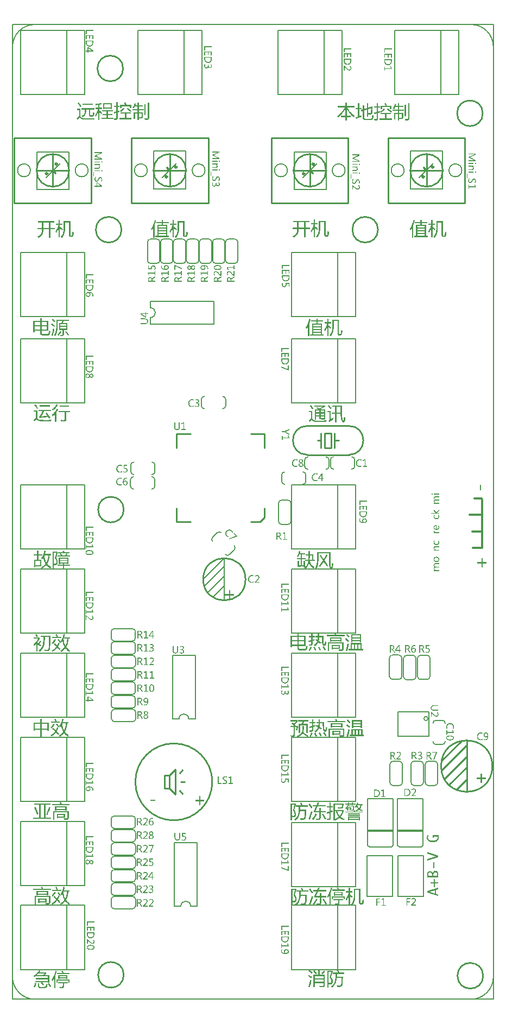
<source format=gto>
%FSLAX24Y24*%
%MOIN*%
G70*
G01*
G75*
G04 Layer_Color=65535*
%ADD10C,0.0394*%
%ADD11R,0.0500X0.0400*%
%ADD12R,0.0400X0.0500*%
%ADD13O,0.0800X0.0300*%
%ADD14R,0.0800X0.0300*%
%ADD15R,0.1339X0.0700*%
%ADD16R,0.1339X0.0472*%
%ADD17R,0.1339X0.0472*%
G04:AMPARAMS|DCode=18|XSize=40mil|YSize=50mil|CornerRadius=0mil|HoleSize=0mil|Usage=FLASHONLY|Rotation=135.000|XOffset=0mil|YOffset=0mil|HoleType=Round|Shape=Rectangle|*
%AMROTATEDRECTD18*
4,1,4,0.0318,0.0035,-0.0035,-0.0318,-0.0318,-0.0035,0.0035,0.0318,0.0318,0.0035,0.0*
%
%ADD18ROTATEDRECTD18*%

%ADD19O,0.0160X0.1000*%
%ADD20O,0.1000X0.0160*%
%ADD21O,0.0300X0.0800*%
%ADD22R,0.0300X0.0800*%
%ADD23O,0.0240X0.0800*%
%ADD24C,0.0300*%
%ADD25C,0.0150*%
%ADD26C,0.0120*%
%ADD27C,0.0200*%
%ADD28C,0.0050*%
%ADD29C,0.0100*%
%ADD30C,0.0650*%
%ADD31C,0.0709*%
%ADD32O,0.0709X0.0550*%
%ADD33C,0.0500*%
%ADD34C,0.0591*%
%ADD35C,0.0787*%
%ADD36C,0.0787*%
%ADD37O,0.0980X0.1020*%
%ADD38C,0.0600*%
%ADD39C,0.0250*%
%ADD40C,0.0984*%
%ADD41C,0.0080*%
%ADD42C,0.0060*%
%ADD43C,0.0061*%
%ADD44C,0.0079*%
%ADD45R,0.1575X0.0153*%
G36*
X18476Y17025D02*
X18607D01*
Y16948D01*
X18476D01*
Y16804D01*
X18477D01*
X18479Y16805D01*
X18487Y16807D01*
X18498Y16811D01*
X18514Y16816D01*
X18533Y16822D01*
X18552Y16829D01*
X18597Y16843D01*
Y16840D01*
Y16834D01*
Y16825D01*
Y16814D01*
Y16800D01*
Y16786D01*
X18598Y16772D01*
Y16758D01*
X18595Y16757D01*
X18590Y16755D01*
X18582Y16753D01*
X18575Y16750D01*
X18566Y16747D01*
X18557Y16744D01*
X18544Y16740D01*
X18530Y16736D01*
X18515Y16732D01*
X18497Y16726D01*
X18476Y16719D01*
Y16557D01*
Y16555D01*
Y16551D01*
X18475Y16544D01*
Y16536D01*
X18472Y16526D01*
X18469Y16514D01*
X18465Y16503D01*
X18461Y16490D01*
X18454Y16476D01*
X18446Y16465D01*
X18434Y16454D01*
X18423Y16443D01*
X18408Y16435D01*
X18391Y16428D01*
X18372Y16424D01*
X18350Y16422D01*
X18319D01*
X18304Y16424D01*
X18268D01*
X18247Y16425D01*
Y16426D01*
X18246Y16432D01*
Y16440D01*
X18244Y16450D01*
X18241Y16464D01*
X18240Y16479D01*
X18236Y16496D01*
X18233Y16515D01*
X18236D01*
X18243Y16514D01*
X18253Y16512D01*
X18266Y16511D01*
X18282Y16510D01*
X18298Y16508D01*
X18333Y16507D01*
X18336D01*
X18343Y16508D01*
X18351Y16510D01*
X18362Y16514D01*
X18373Y16522D01*
X18382Y16532D01*
X18389Y16547D01*
X18391Y16555D01*
Y16567D01*
Y16693D01*
X18390D01*
X18389Y16691D01*
X18384D01*
X18380Y16689D01*
X18366Y16685D01*
X18347Y16679D01*
X18325Y16672D01*
X18298Y16664D01*
X18269Y16654D01*
X18237Y16644D01*
X18221Y16733D01*
X18222D01*
X18225Y16734D01*
X18229Y16736D01*
X18236Y16737D01*
X18243Y16739D01*
X18253Y16741D01*
X18275Y16747D01*
X18300Y16754D01*
X18329Y16762D01*
X18359Y16771D01*
X18391Y16780D01*
Y16948D01*
X18233D01*
Y17025D01*
X18391D01*
Y17190D01*
X18476D01*
Y17025D01*
D02*
G37*
G36*
X21455Y16650D02*
X21373D01*
Y16698D01*
X20929D01*
Y16648D01*
X20847D01*
Y17133D01*
X21455D01*
Y16650D01*
D02*
G37*
G36*
X18171Y17057D02*
X17886D01*
X17853Y16904D01*
X18119D01*
Y16358D01*
X18039D01*
Y16827D01*
X17661D01*
Y16358D01*
X17581D01*
Y16904D01*
X17768D01*
X17796Y17057D01*
X17541D01*
Y17134D01*
X18171D01*
Y17057D01*
D02*
G37*
G36*
X18881Y17193D02*
Y17191D01*
Y17187D01*
Y17181D01*
Y17174D01*
Y17166D01*
Y17145D01*
Y17122D01*
X18880Y17093D01*
Y17061D01*
X18879Y17026D01*
X19137D01*
Y17025D01*
Y17022D01*
Y17018D01*
Y17012D01*
Y17004D01*
X19135Y16995D01*
Y16973D01*
Y16947D01*
Y16916D01*
Y16883D01*
Y16848D01*
Y16773D01*
X19137Y16736D01*
X19138Y16700D01*
X19141Y16666D01*
X19144Y16635D01*
X19146Y16605D01*
X19151Y16582D01*
X19152Y16579D01*
X19153Y16572D01*
X19156Y16561D01*
X19162Y16550D01*
X19167Y16537D01*
X19174Y16526D01*
X19183Y16519D01*
X19187Y16518D01*
X19192Y16517D01*
X19196D01*
X19199Y16518D01*
X19205Y16521D01*
X19209Y16526D01*
X19214Y16532D01*
X19219Y16542D01*
X19221Y16554D01*
Y16557D01*
X19223Y16564D01*
X19226Y16576D01*
X19227Y16593D01*
X19230Y16614D01*
X19232Y16640D01*
X19237Y16669D01*
X19239Y16703D01*
X19241D01*
X19246Y16700D01*
X19255Y16697D01*
X19266Y16694D01*
X19278Y16690D01*
X19292Y16685D01*
X19321Y16676D01*
Y16675D01*
Y16672D01*
X19320Y16666D01*
Y16660D01*
X19319Y16651D01*
X19317Y16641D01*
X19314Y16619D01*
X19310Y16594D01*
X19306Y16568D01*
X19302Y16543D01*
X19298Y16519D01*
Y16518D01*
X19296Y16515D01*
X19295Y16510D01*
X19294Y16504D01*
X19287Y16487D01*
X19277Y16469D01*
X19263Y16450D01*
X19245Y16433D01*
X19234Y16428D01*
X19223Y16422D01*
X19209Y16419D01*
X19195Y16418D01*
X19191D01*
X19187Y16419D01*
X19180Y16421D01*
X19163Y16426D01*
X19153Y16431D01*
X19144Y16437D01*
X19133Y16446D01*
X19121Y16456D01*
X19110Y16468D01*
X19101Y16483D01*
X19091Y16501D01*
X19081Y16521D01*
X19073Y16544D01*
X19066Y16572D01*
Y16573D01*
X19065Y16578D01*
Y16583D01*
X19063Y16593D01*
X19062Y16604D01*
X19060Y16619D01*
X19059Y16637D01*
X19056Y16658D01*
X19055Y16682D01*
X19053Y16708D01*
X19052Y16740D01*
X19051Y16773D01*
X19049Y16811D01*
Y16852D01*
Y16898D01*
Y16947D01*
X18877D01*
Y16945D01*
Y16941D01*
Y16936D01*
Y16927D01*
X18876Y16916D01*
Y16905D01*
X18874Y16891D01*
X18873Y16876D01*
X18870Y16844D01*
X18866Y16808D01*
X18859Y16771D01*
X18851Y16734D01*
X18852D01*
X18855Y16732D01*
X18859Y16729D01*
X18865Y16726D01*
X18880Y16715D01*
X18899Y16703D01*
X18923Y16687D01*
X18948Y16669D01*
X18976Y16651D01*
X19005Y16632D01*
X18949Y16553D01*
X18948D01*
X18947Y16555D01*
X18938Y16561D01*
X18926Y16571D01*
X18909Y16583D01*
X18890Y16598D01*
X18869Y16614D01*
X18823Y16647D01*
X18822Y16646D01*
X18820Y16640D01*
X18816Y16632D01*
X18809Y16619D01*
X18802Y16605D01*
X18793Y16590D01*
X18781Y16572D01*
X18769Y16553D01*
X18755Y16533D01*
X18738Y16512D01*
X18720Y16490D01*
X18700Y16469D01*
X18677Y16449D01*
X18654Y16428D01*
X18627Y16408D01*
X18600Y16390D01*
X18598Y16392D01*
X18595Y16396D01*
X18588Y16403D01*
X18582Y16412D01*
X18572Y16424D01*
X18561Y16436D01*
X18536Y16462D01*
X18537Y16464D01*
X18543Y16467D01*
X18550Y16471D01*
X18561Y16478D01*
X18573Y16486D01*
X18587Y16496D01*
X18602Y16508D01*
X18619Y16522D01*
X18637Y16537D01*
X18655Y16555D01*
X18672Y16575D01*
X18690Y16596D01*
X18706Y16619D01*
X18722Y16644D01*
X18737Y16671D01*
X18749Y16700D01*
X18748D01*
X18747Y16701D01*
X18738Y16707D01*
X18726Y16716D01*
X18709Y16728D01*
X18690Y16740D01*
X18669Y16754D01*
X18625Y16783D01*
X18673Y16846D01*
X18676Y16844D01*
X18681Y16840D01*
X18693Y16834D01*
X18705Y16826D01*
X18720Y16816D01*
X18737Y16807D01*
X18774Y16783D01*
Y16784D01*
X18776Y16786D01*
Y16790D01*
X18777Y16796D01*
X18779Y16804D01*
X18780Y16811D01*
X18783Y16832D01*
X18786Y16857D01*
X18790Y16884D01*
X18791Y16915D01*
X18793Y16947D01*
X18656D01*
Y17026D01*
X18794D01*
Y17027D01*
Y17030D01*
Y17036D01*
Y17041D01*
Y17050D01*
X18795Y17059D01*
Y17082D01*
Y17108D01*
Y17136D01*
Y17165D01*
Y17194D01*
X18881D01*
Y17193D01*
D02*
G37*
G36*
X17500Y17052D02*
X17335Y16854D01*
X17336Y16852D01*
X17338Y16851D01*
X17348Y16841D01*
X17359Y16830D01*
X17373Y16816D01*
X17328Y16778D01*
X17529D01*
Y16703D01*
Y16701D01*
X17528Y16698D01*
Y16694D01*
X17527Y16687D01*
X17524Y16679D01*
X17521Y16669D01*
X17518Y16658D01*
X17516Y16646D01*
X17509Y16618D01*
X17499Y16583D01*
X17488Y16546D01*
X17474Y16505D01*
X17473D01*
X17468Y16508D01*
X17461Y16510D01*
X17452Y16514D01*
X17441Y16517D01*
X17428Y16521D01*
X17413Y16526D01*
X17398Y16530D01*
Y16532D01*
X17399Y16533D01*
X17400Y16537D01*
X17402Y16543D01*
X17405Y16550D01*
X17407Y16558D01*
X17414Y16578D01*
X17421Y16603D01*
X17429Y16632D01*
X17438Y16664D01*
X17446Y16700D01*
X17335D01*
Y16233D01*
Y16232D01*
Y16228D01*
X17334Y16222D01*
Y16214D01*
X17331Y16204D01*
X17328Y16193D01*
X17325Y16182D01*
X17320Y16171D01*
X17313Y16158D01*
X17305Y16147D01*
X17295Y16136D01*
X17282Y16127D01*
X17268Y16118D01*
X17252Y16113D01*
X17234Y16109D01*
X17212Y16107D01*
X17094D01*
Y16109D01*
X17092Y16114D01*
X17091Y16122D01*
X17089Y16133D01*
X17088Y16147D01*
X17085Y16163D01*
X17082Y16179D01*
X17078Y16197D01*
X17081D01*
X17088Y16196D01*
X17099Y16195D01*
X17113D01*
X17130Y16193D01*
X17149Y16192D01*
X17170Y16190D01*
X17194D01*
X17200Y16192D01*
X17210Y16195D01*
X17221Y16199D01*
X17232Y16207D01*
X17242Y16220D01*
X17246Y16228D01*
X17249Y16238D01*
X17252Y16247D01*
Y16260D01*
Y16700D01*
X17074D01*
Y16778D01*
X17292D01*
X17291Y16779D01*
X17289Y16782D01*
X17285Y16786D01*
X17280Y16791D01*
X17273Y16800D01*
X17266Y16808D01*
X17248Y16829D01*
X17225Y16852D01*
X17200Y16879D01*
X17174Y16905D01*
X17148Y16932D01*
X17203Y16982D01*
X17205Y16980D01*
X17210Y16976D01*
X17219Y16968D01*
X17228Y16959D01*
X17239Y16948D01*
X17252Y16936D01*
X17280Y16909D01*
X17398Y17052D01*
X17085D01*
Y17130D01*
X17500D01*
Y17052D01*
D02*
G37*
G36*
X20575Y17173D02*
X20577Y17172D01*
X20582Y17168D01*
X20589Y17162D01*
X20596Y17156D01*
X20605Y17148D01*
X20616Y17140D01*
X20629Y17130D01*
X20657Y17106D01*
X20690Y17079D01*
X20725Y17048D01*
X20763Y17013D01*
X20762Y17012D01*
X20758Y17007D01*
X20750Y17000D01*
X20741Y16990D01*
X20732Y16980D01*
X20720Y16968D01*
X20698Y16944D01*
X20697Y16945D01*
X20693Y16950D01*
X20687Y16955D01*
X20679Y16964D01*
X20669Y16973D01*
X20657Y16984D01*
X20630Y17009D01*
X20601Y17037D01*
X20571Y17065D01*
X20543Y17091D01*
X20529Y17102D01*
X20516Y17113D01*
X20573Y17174D01*
X20575Y17173D01*
D02*
G37*
G36*
X20536Y16884D02*
X20540Y16882D01*
X20547Y16876D01*
X20554Y16871D01*
X20564Y16864D01*
X20575Y16855D01*
X20587Y16847D01*
X20616Y16825D01*
X20648Y16800D01*
X20686Y16771D01*
X20726Y16737D01*
X20725Y16736D01*
X20719Y16729D01*
X20712Y16721D01*
X20702Y16711D01*
X20682Y16687D01*
X20672Y16675D01*
X20662Y16665D01*
X20661Y16666D01*
X20657Y16671D01*
X20650Y16676D01*
X20641Y16683D01*
X20632Y16693D01*
X20619Y16703D01*
X20593Y16728D01*
X20562Y16753D01*
X20532Y16779D01*
X20501Y16804D01*
X20489Y16814D01*
X20476Y16823D01*
X20532Y16887D01*
X20533D01*
X20536Y16884D01*
D02*
G37*
G36*
X20257Y16671D02*
X20172D01*
Y16705D01*
X19621D01*
Y16672D01*
X19536D01*
Y16941D01*
X20257D01*
Y16671D01*
D02*
G37*
G36*
X18602Y16361D02*
X18605Y16358D01*
X18608Y16353D01*
X18611Y16346D01*
X18616Y16338D01*
X18622Y16328D01*
X18627Y16315D01*
X18634Y16301D01*
X18651Y16271D01*
X18669Y16236D01*
X18688Y16199D01*
X18708Y16157D01*
X18626Y16122D01*
Y16124D01*
X18625Y16128D01*
X18622Y16133D01*
X18618Y16142D01*
X18613Y16152D01*
X18608Y16164D01*
X18602Y16177D01*
X18597Y16192D01*
X18582Y16224D01*
X18566Y16258D01*
X18548Y16294D01*
X18530Y16331D01*
X18602Y16363D01*
Y16361D01*
D02*
G37*
G36*
X19156Y16399D02*
X19158Y16396D01*
X19162Y16389D01*
X19167Y16382D01*
X19174Y16372D01*
X19181Y16360D01*
X19189Y16347D01*
X19199Y16332D01*
X19221Y16299D01*
X19245Y16261D01*
X19271Y16220D01*
X19298Y16177D01*
X19220Y16129D01*
Y16131D01*
X19217Y16135D01*
X19214Y16140D01*
X19209Y16149D01*
X19203Y16158D01*
X19198Y16171D01*
X19189Y16183D01*
X19181Y16199D01*
X19171Y16215D01*
X19160Y16233D01*
X19138Y16272D01*
X19112Y16314D01*
X19084Y16358D01*
X19155Y16400D01*
X19156Y16399D01*
D02*
G37*
G36*
X18426Y16342D02*
Y16340D01*
X18423Y16336D01*
X18421Y16331D01*
X18418Y16322D01*
X18412Y16311D01*
X18407Y16299D01*
X18400Y16285D01*
X18393Y16270D01*
X18384Y16253D01*
X18375Y16233D01*
X18355Y16195D01*
X18332Y16152D01*
X18305Y16106D01*
X18304Y16107D01*
X18300Y16109D01*
X18293Y16113D01*
X18283Y16118D01*
X18272Y16124D01*
X18258Y16131D01*
X18244Y16138D01*
X18228Y16145D01*
X18229Y16146D01*
X18232Y16150D01*
X18235Y16156D01*
X18240Y16165D01*
X18247Y16175D01*
X18254Y16188D01*
X18262Y16203D01*
X18272Y16218D01*
X18291Y16253D01*
X18312Y16292D01*
X18332Y16333D01*
X18350Y16375D01*
X18426Y16342D01*
D02*
G37*
G36*
X20618Y16565D02*
X20623Y16564D01*
X20632Y16560D01*
X20644Y16555D01*
X20658Y16550D01*
X20673Y16544D01*
X20707Y16533D01*
Y16530D01*
X20704Y16525D01*
X20702Y16514D01*
X20698Y16500D01*
X20694Y16482D01*
X20689Y16460D01*
X20683Y16435D01*
X20676Y16407D01*
X20669Y16376D01*
X20661Y16344D01*
X20652Y16308D01*
X20643Y16271D01*
X20634Y16232D01*
X20625Y16192D01*
X20614Y16149D01*
X20604Y16106D01*
X20507Y16135D01*
X20508Y16138D01*
X20509Y16143D01*
X20512Y16154D01*
X20518Y16170D01*
X20522Y16188D01*
X20529Y16210D01*
X20536Y16235D01*
X20544Y16263D01*
X20552Y16293D01*
X20561Y16326D01*
X20569Y16363D01*
X20579Y16400D01*
X20589Y16439D01*
X20597Y16480D01*
X20607Y16524D01*
X20615Y16567D01*
X20618Y16565D01*
D02*
G37*
G36*
X20382Y16249D02*
Y16247D01*
Y16243D01*
X20380Y16236D01*
Y16228D01*
X20378Y16218D01*
X20375Y16206D01*
X20371Y16195D01*
X20365Y16182D01*
X20358Y16168D01*
X20350Y16157D01*
X20340Y16146D01*
X20328Y16135D01*
X20312Y16127D01*
X20296Y16120D01*
X20275Y16115D01*
X20253Y16114D01*
X20205D01*
X20182Y16115D01*
X20124D01*
X20090Y16117D01*
Y16118D01*
X20089Y16124D01*
X20088Y16131D01*
X20086Y16142D01*
X20083Y16154D01*
X20081Y16170D01*
X20078Y16186D01*
X20074Y16204D01*
X20078D01*
X20083Y16203D01*
X20099D01*
X20108Y16202D01*
X20131Y16200D01*
X20156Y16199D01*
X20182Y16197D01*
X20207Y16196D01*
X20232D01*
X20240Y16197D01*
X20251Y16200D01*
X20264Y16204D01*
X20276Y16213D01*
X20286Y16224D01*
X20294Y16240D01*
X20296Y16251D01*
X20297Y16263D01*
Y16555D01*
X19496D01*
Y16107D01*
X19413D01*
Y16626D01*
X20382D01*
Y16249D01*
D02*
G37*
G36*
X20147Y16250D02*
X19727D01*
Y16204D01*
X19646D01*
Y16482D01*
X20147D01*
Y16250D01*
D02*
G37*
G36*
X18886Y16367D02*
X18887Y16364D01*
X18890Y16358D01*
X18894Y16351D01*
X18899Y16342D01*
X18905Y16332D01*
X18912Y16319D01*
X18919Y16306D01*
X18935Y16275D01*
X18954Y16242D01*
X18972Y16206D01*
X18991Y16167D01*
X18910Y16132D01*
Y16133D01*
X18909Y16136D01*
X18906Y16142D01*
X18904Y16150D01*
X18899Y16160D01*
X18894Y16171D01*
X18888Y16183D01*
X18883Y16197D01*
X18867Y16228D01*
X18851Y16263D01*
X18833Y16299D01*
X18812Y16336D01*
X18884Y16368D01*
X18886Y16367D01*
D02*
G37*
G36*
X21498Y16228D02*
X21580D01*
Y16147D01*
X20697D01*
Y16228D01*
X20805D01*
Y16587D01*
X21498D01*
Y16228D01*
D02*
G37*
G36*
X21341Y11355D02*
X20602D01*
Y11408D01*
X21341D01*
Y11355D01*
D02*
G37*
G36*
X21008Y11614D02*
X21011Y11607D01*
X21015Y11598D01*
X21020Y11586D01*
X21026Y11572D01*
X21033Y11555D01*
X21041Y11537D01*
X21049Y11518D01*
X21517D01*
Y11461D01*
X20446D01*
Y11518D01*
X20970D01*
X20969Y11519D01*
X20968Y11525D01*
X20965Y11532D01*
X20961Y11540D01*
X20955Y11551D01*
X20949Y11564D01*
X20937Y11587D01*
X21006Y11615D01*
X21008Y11614D01*
D02*
G37*
G36*
X21345Y11251D02*
X20604D01*
Y11304D01*
X21345D01*
Y11251D01*
D02*
G37*
G36*
X17402Y11929D02*
X17309Y11626D01*
X17310Y11625D01*
X17313Y11621D01*
X17317Y11615D01*
X17323Y11607D01*
X17328Y11597D01*
X17336Y11584D01*
X17345Y11572D01*
X17353Y11557D01*
X17370Y11525D01*
X17385Y11489D01*
X17398Y11453D01*
X17402Y11435D01*
X17405Y11417D01*
Y11414D01*
X17406Y11407D01*
X17407Y11397D01*
Y11383D01*
X17409Y11367D01*
X17407Y11347D01*
Y11328D01*
X17405Y11307D01*
X17400Y11285D01*
X17393Y11264D01*
X17385Y11244D01*
X17375Y11225D01*
X17361Y11208D01*
X17345Y11194D01*
X17324Y11183D01*
X17300Y11176D01*
X17299D01*
X17292Y11175D01*
X17282Y11174D01*
X17270D01*
X17255Y11172D01*
X17214D01*
X17191Y11174D01*
Y11176D01*
X17189Y11182D01*
X17187Y11190D01*
X17184Y11203D01*
X17181Y11217D01*
X17175Y11233D01*
X17166Y11268D01*
X17169D01*
X17175Y11265D01*
X17187Y11264D01*
X17200Y11261D01*
X17216Y11258D01*
X17234Y11257D01*
X17250D01*
X17267Y11258D01*
X17268D01*
X17270Y11260D01*
X17280Y11262D01*
X17291Y11271D01*
X17298Y11276D01*
X17303Y11283D01*
X17309Y11292D01*
X17314Y11303D01*
X17318Y11317D01*
X17323Y11330D01*
X17324Y11349D01*
Y11368D01*
X17323Y11392D01*
X17318Y11417D01*
Y11418D01*
X17317Y11421D01*
Y11425D01*
X17314Y11432D01*
X17313Y11440D01*
X17309Y11450D01*
X17306Y11462D01*
X17300Y11475D01*
X17288Y11504D01*
X17271Y11537D01*
X17260Y11554D01*
X17249Y11573D01*
X17237Y11593D01*
X17221Y11612D01*
Y11614D01*
X17224Y11621D01*
X17227Y11629D01*
X17230Y11641D01*
X17235Y11657D01*
X17239Y11675D01*
X17246Y11694D01*
X17252Y11716D01*
X17259Y11741D01*
X17267Y11766D01*
X17281Y11819D01*
X17296Y11875D01*
X17312Y11929D01*
X17157D01*
Y10983D01*
X17074D01*
Y12006D01*
X17402D01*
Y11929D01*
D02*
G37*
G36*
X18254Y12019D02*
X18257Y12015D01*
X18262Y12008D01*
X18269Y11998D01*
X18278Y11986D01*
X18287Y11973D01*
X18298Y11958D01*
X18311Y11940D01*
X18339Y11902D01*
X18366Y11861D01*
X18396Y11818D01*
X18425Y11775D01*
X18341Y11719D01*
X18340Y11720D01*
X18337Y11726D01*
X18333Y11733D01*
X18328Y11743D01*
X18319Y11755D01*
X18311Y11769D01*
X18301Y11786D01*
X18290Y11804D01*
X18265Y11843D01*
X18237Y11884D01*
X18207Y11927D01*
X18176Y11969D01*
X18253Y12020D01*
X18254Y12019D01*
D02*
G37*
G36*
X20325Y12011D02*
Y12006D01*
Y12001D01*
X20323Y11994D01*
Y11984D01*
Y11973D01*
X20322Y11948D01*
X20321Y11920D01*
X20318Y11893D01*
X20317Y11865D01*
X20315Y11841D01*
Y11840D01*
Y11836D01*
X20314Y11829D01*
X20311Y11819D01*
X20308Y11809D01*
X20304Y11797D01*
X20298Y11784D01*
X20292Y11772D01*
X20283Y11759D01*
X20272Y11747D01*
X20258Y11734D01*
X20243Y11725D01*
X20225Y11715D01*
X20204Y11708D01*
X20181Y11704D01*
X20153Y11702D01*
X20093D01*
X20079Y11704D01*
X20008D01*
X19988Y11705D01*
X19965D01*
Y11707D01*
X19964Y11712D01*
X19963Y11720D01*
X19960Y11732D01*
X19957Y11745D01*
X19954Y11761D01*
X19947Y11794D01*
X19953D01*
X19960Y11793D01*
X19968D01*
X19978Y11791D01*
X19990D01*
X20018Y11789D01*
X20049Y11787D01*
X20082Y11784D01*
X20114Y11783D01*
X20151D01*
X20156Y11784D01*
X20169Y11787D01*
X20186Y11791D01*
X20201Y11800D01*
X20215Y11812D01*
X20222Y11819D01*
X20226Y11829D01*
X20230Y11838D01*
X20232Y11851D01*
Y11852D01*
Y11857D01*
X20233Y11865D01*
Y11875D01*
X20235Y11887D01*
Y11901D01*
X20236Y11916D01*
Y11934D01*
X19797D01*
Y11616D01*
X20332D01*
Y11540D01*
Y11537D01*
X20329Y11532D01*
X20326Y11521D01*
X20322Y11507D01*
X20315Y11490D01*
X20308Y11471D01*
X20300Y11448D01*
X20289Y11423D01*
X20278Y11398D01*
X20264Y11371D01*
X20250Y11343D01*
X20233Y11315D01*
X20215Y11287D01*
X20196Y11260D01*
X20174Y11232D01*
X20151Y11206D01*
X20153Y11204D01*
X20156Y11201D01*
X20161Y11197D01*
X20169Y11192D01*
X20179Y11185D01*
X20192Y11178D01*
X20204Y11168D01*
X20219Y11158D01*
X20237Y11149D01*
X20255Y11138D01*
X20276Y11126D01*
X20297Y11115D01*
X20344Y11094D01*
X20396Y11075D01*
X20394Y11072D01*
X20389Y11067D01*
X20382Y11058D01*
X20373Y11047D01*
X20362Y11033D01*
X20353Y11020D01*
X20342Y11006D01*
X20332Y10993D01*
X20330Y10995D01*
X20325Y10996D01*
X20318Y11000D01*
X20308Y11006D01*
X20296Y11011D01*
X20282Y11020D01*
X20265Y11028D01*
X20247Y11038D01*
X20210Y11060D01*
X20168Y11086D01*
X20128Y11115D01*
X20088Y11146D01*
X20086Y11144D01*
X20083Y11142D01*
X20078Y11138D01*
X20069Y11132D01*
X20060Y11124D01*
X20047Y11115D01*
X20035Y11106D01*
X20020Y11094D01*
X20003Y11082D01*
X19985Y11070D01*
X19964Y11056D01*
X19943Y11042D01*
X19899Y11013D01*
X19849Y10983D01*
X19847Y10985D01*
X19846Y10989D01*
X19840Y10996D01*
X19835Y11006D01*
X19828Y11017D01*
X19820Y11029D01*
X19811Y11045D01*
X19800Y11060D01*
X19802Y11061D01*
X19806Y11063D01*
X19813Y11067D01*
X19822Y11072D01*
X19834Y11078D01*
X19846Y11086D01*
X19861Y11094D01*
X19878Y11104D01*
X19913Y11126D01*
X19950Y11151D01*
X19989Y11178D01*
X20026Y11207D01*
X20025Y11208D01*
X20021Y11212D01*
X20015Y11219D01*
X20008Y11231D01*
X19999Y11243D01*
X19988Y11258D01*
X19976Y11276D01*
X19963Y11296D01*
X19950Y11319D01*
X19936Y11344D01*
X19924Y11371D01*
X19910Y11401D01*
X19897Y11432D01*
X19885Y11466D01*
X19875Y11501D01*
X19865Y11539D01*
X19797D01*
Y10977D01*
X19711D01*
Y12012D01*
X20325D01*
Y12011D01*
D02*
G37*
G36*
X21240Y12056D02*
X21238Y12055D01*
X21235Y12048D01*
X21231Y12040D01*
X21226Y12027D01*
X21220Y12013D01*
X21212Y11997D01*
X21195Y11963D01*
X21514D01*
Y11901D01*
X21430D01*
Y11900D01*
X21428Y11895D01*
X21427Y11888D01*
X21424Y11879D01*
X21420Y11869D01*
X21416Y11855D01*
X21410Y11841D01*
X21405Y11826D01*
X21391Y11793D01*
X21374Y11758D01*
X21353Y11725D01*
X21330Y11693D01*
X21331D01*
X21333Y11690D01*
X21337Y11689D01*
X21344Y11684D01*
X21351Y11680D01*
X21359Y11676D01*
X21369Y11671D01*
X21381Y11665D01*
X21407Y11651D01*
X21439Y11639D01*
X21477Y11625D01*
X21517Y11612D01*
X21514Y11609D01*
X21512Y11605D01*
X21507Y11598D01*
X21500Y11590D01*
X21494Y11578D01*
X21484Y11562D01*
X21471Y11544D01*
X21470D01*
X21466Y11546D01*
X21460Y11548D01*
X21452Y11551D01*
X21442Y11555D01*
X21430Y11561D01*
X21403Y11572D01*
X21371Y11587D01*
X21339Y11604D01*
X21308Y11622D01*
X21277Y11641D01*
X21276D01*
X21274Y11639D01*
X21270Y11636D01*
X21265Y11632D01*
X21258Y11626D01*
X21249Y11621D01*
X21228Y11607D01*
X21203Y11591D01*
X21173Y11573D01*
X21137Y11555D01*
X21098Y11537D01*
X21097Y11539D01*
X21095Y11543D01*
X21091Y11550D01*
X21085Y11558D01*
X21079Y11568D01*
X21072Y11579D01*
X21052Y11603D01*
X21054D01*
X21056Y11604D01*
X21062Y11607D01*
X21069Y11609D01*
X21077Y11612D01*
X21088Y11616D01*
X21112Y11627D01*
X21138Y11640D01*
X21166Y11655D01*
X21195Y11672D01*
X21222Y11690D01*
Y11691D01*
X21219Y11693D01*
X21212Y11701D01*
X21201Y11715D01*
X21187Y11733D01*
X21172Y11754D01*
X21156Y11780D01*
X21140Y11809D01*
X21126Y11841D01*
X21124Y11840D01*
X21120Y11833D01*
X21115Y11825D01*
X21106Y11812D01*
X21097Y11798D01*
X21085Y11784D01*
X21061Y11752D01*
X21059Y11754D01*
X21056Y11758D01*
X21052Y11764D01*
X21047Y11770D01*
X21040Y11780D01*
X21031Y11790D01*
X21012Y11813D01*
X21013Y11815D01*
X21016Y11819D01*
X21022Y11825D01*
X21029Y11833D01*
X21036Y11844D01*
X21045Y11857D01*
X21056Y11872D01*
X21067Y11888D01*
X21080Y11906D01*
X21092Y11926D01*
X21105Y11948D01*
X21117Y11972D01*
X21142Y12022D01*
X21165Y12076D01*
X21240Y12056D01*
D02*
G37*
G36*
X20633Y11906D02*
X20632Y11904D01*
X20629Y11898D01*
X20625Y11890D01*
X20619Y11882D01*
X20977D01*
Y11880D01*
Y11876D01*
Y11869D01*
X20976Y11861D01*
Y11850D01*
X20974Y11836D01*
Y11822D01*
X20973Y11807D01*
X20970Y11773D01*
X20969Y11739D01*
X20966Y11704D01*
X20963Y11671D01*
Y11669D01*
Y11666D01*
X20962Y11661D01*
X20961Y11654D01*
X20956Y11636D01*
X20948Y11616D01*
X20934Y11596D01*
X20926Y11586D01*
X20916Y11578D01*
X20905Y11571D01*
X20893Y11565D01*
X20877Y11562D01*
X20861Y11561D01*
X20833D01*
X20819Y11562D01*
X20802D01*
X20768Y11564D01*
Y11565D01*
X20766Y11568D01*
Y11572D01*
X20765Y11578D01*
X20761Y11591D01*
X20757Y11609D01*
X20608D01*
Y11576D01*
X20547D01*
Y11764D01*
X20546Y11762D01*
X20541Y11757D01*
X20534Y11748D01*
X20526Y11737D01*
X20516Y11725D01*
X20505Y11712D01*
X20480Y11686D01*
X20479Y11687D01*
X20478Y11690D01*
X20473Y11695D01*
X20469Y11702D01*
X20454Y11720D01*
X20436Y11740D01*
X20437Y11741D01*
X20440Y11744D01*
X20444Y11748D01*
X20450Y11754D01*
X20457Y11761D01*
X20465Y11769D01*
X20483Y11791D01*
X20505Y11818D01*
X20526Y11850D01*
X20548Y11884D01*
X20568Y11922D01*
X20633Y11906D01*
D02*
G37*
G36*
X18698Y11354D02*
X18697Y11353D01*
X18694Y11346D01*
X18688Y11337D01*
X18680Y11325D01*
X18670Y11308D01*
X18659Y11290D01*
X18645Y11269D01*
X18632Y11247D01*
X18615Y11222D01*
X18598Y11196D01*
X18559Y11139D01*
X18519Y11079D01*
X18475Y11018D01*
X18398Y11074D01*
X18400Y11075D01*
X18404Y11081D01*
X18409Y11088D01*
X18418Y11099D01*
X18429Y11113D01*
X18440Y11129D01*
X18454Y11147D01*
X18469Y11168D01*
X18486Y11192D01*
X18502Y11217D01*
X18520Y11243D01*
X18540Y11272D01*
X18559Y11303D01*
X18579Y11333D01*
X18618Y11400D01*
X18698Y11354D01*
D02*
G37*
G36*
X18340Y11558D02*
X18346Y11554D01*
X18354Y11548D01*
X18366Y11541D01*
X18380Y11533D01*
X18396Y11525D01*
X18427Y11510D01*
X18426Y11507D01*
X18423Y11500D01*
X18419Y11487D01*
X18414Y11471D01*
X18407Y11451D01*
X18398Y11426D01*
X18387Y11398D01*
X18377Y11367D01*
X18365Y11332D01*
X18351Y11294D01*
X18337Y11254D01*
X18323Y11211D01*
X18308Y11167D01*
X18293Y11119D01*
X18276Y11071D01*
X18260Y11021D01*
X18167Y11071D01*
X18168Y11074D01*
X18171Y11081D01*
X18175Y11092D01*
X18182Y11107D01*
X18190Y11125D01*
X18198Y11149D01*
X18210Y11175D01*
X18221Y11206D01*
X18235Y11240D01*
X18247Y11276D01*
X18261Y11317D01*
X18276Y11360D01*
X18291Y11407D01*
X18307Y11455D01*
X18322Y11505D01*
X18337Y11559D01*
X18340Y11558D01*
D02*
G37*
G36*
X19893Y17201D02*
X19897Y17194D01*
X19903Y17183D01*
X19911Y17169D01*
X19920Y17151D01*
X19931Y17131D01*
X19942Y17111D01*
X19953Y17087D01*
X20439D01*
Y17013D01*
X19346D01*
Y17087D01*
X19854D01*
X19853Y17090D01*
X19850Y17095D01*
X19846Y17104D01*
X19840Y17115D01*
X19834Y17129D01*
X19825Y17143D01*
X19809Y17170D01*
X19892Y17204D01*
X19893Y17201D01*
D02*
G37*
G36*
X21349Y10975D02*
X21274D01*
Y11010D01*
X20673D01*
Y10975D01*
X20598D01*
Y11197D01*
X21349D01*
Y10975D01*
D02*
G37*
G36*
X18755Y11923D02*
X19224D01*
Y11841D01*
X18719D01*
X18591Y11554D01*
X18830D01*
Y11739D01*
X18919D01*
Y11554D01*
X19234D01*
Y11472D01*
X18919D01*
Y11135D01*
Y11133D01*
Y11129D01*
X18917Y11122D01*
Y11114D01*
X18915Y11103D01*
X18912Y11092D01*
X18908Y11079D01*
X18902Y11067D01*
X18895Y11054D01*
X18887Y11042D01*
X18876Y11031D01*
X18863Y11020D01*
X18848Y11011D01*
X18830Y11004D01*
X18809Y11000D01*
X18786Y10999D01*
X18656D01*
Y11000D01*
X18655Y11006D01*
X18654Y11014D01*
X18652Y11025D01*
X18650Y11039D01*
X18647Y11054D01*
X18643Y11072D01*
X18638Y11092D01*
X18641D01*
X18650Y11090D01*
X18662D01*
X18679Y11089D01*
X18697Y11088D01*
X18718D01*
X18762Y11086D01*
X18765D01*
X18773Y11088D01*
X18784Y11090D01*
X18797Y11094D01*
X18809Y11103D01*
X18819Y11114D01*
X18827Y11131D01*
X18829Y11140D01*
X18830Y11151D01*
Y11472D01*
X18491D01*
Y11554D01*
X18620Y11841D01*
X18448D01*
Y11923D01*
X18656D01*
X18722Y12069D01*
X18822D01*
X18755Y11923D01*
D02*
G37*
G36*
X17724Y12077D02*
X17727Y12076D01*
X17729Y12072D01*
X17733Y12066D01*
X17743Y12052D01*
X17757Y12034D01*
X17774Y12012D01*
X17792Y11987D01*
X17811Y11959D01*
X17832Y11930D01*
X17779Y11897D01*
X18125D01*
Y11815D01*
X17667D01*
Y11813D01*
Y11811D01*
Y11805D01*
Y11800D01*
Y11791D01*
Y11782D01*
Y11758D01*
Y11732D01*
X17665Y11702D01*
X17664Y11643D01*
X18030D01*
Y11641D01*
Y11640D01*
Y11636D01*
Y11630D01*
Y11616D01*
X18029Y11596D01*
Y11572D01*
X18028Y11546D01*
X18026Y11514D01*
Y11482D01*
X18025Y11446D01*
X18024Y11410D01*
X18021Y11336D01*
X18019Y11299D01*
X18018Y11262D01*
X18017Y11228D01*
X18015Y11196D01*
Y11194D01*
Y11187D01*
X18014Y11179D01*
X18012Y11167D01*
X18010Y11153D01*
X18004Y11138D01*
X17999Y11121D01*
X17992Y11104D01*
X17982Y11088D01*
X17969Y11071D01*
X17956Y11056D01*
X17939Y11042D01*
X17918Y11029D01*
X17894Y11021D01*
X17868Y11015D01*
X17838Y11013D01*
X17786D01*
X17761Y11014D01*
X17702D01*
X17670Y11015D01*
Y11017D01*
X17668Y11022D01*
X17667Y11032D01*
X17665Y11043D01*
X17663Y11058D01*
X17660Y11075D01*
X17657Y11093D01*
X17653Y11114D01*
X17657D01*
X17663Y11113D01*
X17670D01*
X17678Y11111D01*
X17688D01*
X17711Y11108D01*
X17738Y11107D01*
X17765Y11104D01*
X17792Y11103D01*
X17822D01*
X17828Y11104D01*
X17835D01*
X17851Y11108D01*
X17872Y11117D01*
X17882Y11122D01*
X17892Y11129D01*
X17901Y11138D01*
X17910Y11149D01*
X17917Y11161D01*
X17922Y11175D01*
X17926Y11192D01*
X17929Y11211D01*
Y11212D01*
Y11217D01*
X17931Y11224D01*
Y11232D01*
Y11244D01*
X17932Y11260D01*
Y11278D01*
X17933Y11297D01*
X17935Y11321D01*
Y11346D01*
X17936Y11375D01*
X17938Y11407D01*
Y11440D01*
X17939Y11478D01*
Y11516D01*
X17940Y11559D01*
X17659D01*
Y11558D01*
Y11555D01*
Y11550D01*
X17657Y11541D01*
X17656Y11532D01*
Y11521D01*
X17653Y11508D01*
X17652Y11493D01*
X17649Y11476D01*
X17646Y11460D01*
X17639Y11421D01*
X17628Y11379D01*
X17615Y11333D01*
X17599Y11286D01*
X17579Y11237D01*
X17554Y11189D01*
X17527Y11140D01*
X17493Y11094D01*
X17454Y11050D01*
X17434Y11029D01*
X17411Y11010D01*
X17386Y10992D01*
X17361Y10974D01*
X17360Y10975D01*
X17357Y10979D01*
X17353Y10986D01*
X17346Y10996D01*
X17338Y11007D01*
X17328Y11020D01*
X17316Y11033D01*
X17303Y11050D01*
X17305Y11051D01*
X17310Y11056D01*
X17320Y11061D01*
X17331Y11070D01*
X17345Y11081D01*
X17360Y11094D01*
X17377Y11110D01*
X17395Y11126D01*
X17414Y11146D01*
X17432Y11165D01*
X17452Y11189D01*
X17470Y11212D01*
X17486Y11237D01*
X17502Y11265D01*
X17516Y11293D01*
X17527Y11322D01*
Y11324D01*
X17529Y11329D01*
X17531Y11337D01*
X17535Y11349D01*
X17539Y11365D01*
X17543Y11385D01*
X17547Y11407D01*
X17552Y11435D01*
X17557Y11466D01*
X17561Y11503D01*
X17566Y11543D01*
X17570Y11587D01*
X17572Y11637D01*
X17575Y11691D01*
X17577Y11751D01*
Y11815D01*
X17410D01*
Y11897D01*
X17745D01*
Y11898D01*
X17743Y11900D01*
X17738Y11908D01*
X17728Y11922D01*
X17717Y11938D01*
X17703Y11959D01*
X17688Y11983D01*
X17670Y12006D01*
X17652Y12033D01*
X17724Y12079D01*
Y12077D01*
D02*
G37*
G36*
X19069Y11400D02*
X19071Y11396D01*
X19077Y11387D01*
X19084Y11378D01*
X19094Y11364D01*
X19103Y11349D01*
X19116Y11330D01*
X19128Y11311D01*
X19144Y11289D01*
X19159Y11265D01*
X19176Y11240D01*
X19192Y11212D01*
X19210Y11185D01*
X19230Y11154D01*
X19267Y11092D01*
X19185Y11038D01*
X19184Y11040D01*
X19181Y11046D01*
X19176Y11056D01*
X19169Y11068D01*
X19159Y11083D01*
X19148Y11103D01*
X19137Y11124D01*
X19123Y11146D01*
X19109Y11169D01*
X19094Y11196D01*
X19060Y11249D01*
X19026Y11304D01*
X18991Y11357D01*
X19067Y11401D01*
X19069Y11400D01*
D02*
G37*
G36*
X19538Y11844D02*
X19670D01*
Y11768D01*
X19538D01*
Y11554D01*
X19539D01*
X19541Y11555D01*
X19549Y11558D01*
X19563Y11562D01*
X19579Y11566D01*
X19599Y11573D01*
X19621Y11580D01*
X19667Y11596D01*
Y11593D01*
Y11587D01*
Y11578D01*
Y11565D01*
X19668Y11551D01*
Y11537D01*
Y11523D01*
X19670Y11510D01*
X19668D01*
X19667Y11508D01*
X19659Y11505D01*
X19646Y11501D01*
X19629Y11497D01*
X19609Y11490D01*
X19586Y11483D01*
X19563Y11475D01*
X19538Y11466D01*
Y11117D01*
Y11115D01*
Y11111D01*
Y11106D01*
X19536Y11099D01*
X19535Y11089D01*
X19532Y11079D01*
X19524Y11057D01*
X19518Y11046D01*
X19511Y11035D01*
X19503Y11024D01*
X19492Y11015D01*
X19480Y11007D01*
X19466Y11000D01*
X19449Y10996D01*
X19430Y10995D01*
X19320D01*
Y10997D01*
X19319Y11003D01*
X19317Y11013D01*
X19316Y11024D01*
X19313Y11039D01*
X19312Y11054D01*
X19306Y11089D01*
X19309D01*
X19317Y11088D01*
X19328Y11086D01*
X19344D01*
X19359Y11085D01*
X19375Y11083D01*
X19391Y11082D01*
X19406D01*
X19412Y11083D01*
X19420Y11085D01*
X19428Y11089D01*
X19437Y11094D01*
X19445Y11104D01*
X19450Y11117D01*
X19452Y11135D01*
Y11439D01*
X19450D01*
X19449Y11437D01*
X19445Y11436D01*
X19439Y11435D01*
X19424Y11430D01*
X19406Y11423D01*
X19382Y11417D01*
X19357Y11408D01*
X19330Y11398D01*
X19301Y11389D01*
X19289Y11482D01*
X19291D01*
X19294Y11483D01*
X19298Y11485D01*
X19303Y11486D01*
X19312Y11487D01*
X19320Y11490D01*
X19342Y11497D01*
X19366Y11504D01*
X19394Y11511D01*
X19423Y11519D01*
X19452Y11528D01*
Y11768D01*
X19305D01*
Y11844D01*
X19452D01*
Y12061D01*
X19538D01*
Y11844D01*
D02*
G37*
G36*
X17889Y16618D02*
Y16617D01*
Y16612D01*
Y16605D01*
Y16596D01*
X17888Y16585D01*
Y16572D01*
X17886Y16557D01*
X17885Y16542D01*
X17881Y16505D01*
X17875Y16468D01*
X17867Y16431D01*
X17856Y16394D01*
X17857Y16393D01*
X17864Y16389D01*
X17872Y16383D01*
X17885Y16375D01*
X17900Y16364D01*
X17918Y16351D01*
X17939Y16338D01*
X17961Y16322D01*
X17985Y16306D01*
X18010Y16288D01*
X18062Y16250D01*
X18118Y16210D01*
X18173Y16168D01*
X18112Y16096D01*
X18111Y16097D01*
X18107Y16102D01*
X18099Y16107D01*
X18089Y16115D01*
X18076Y16127D01*
X18061Y16138D01*
X18044Y16152D01*
X18025Y16167D01*
X18004Y16183D01*
X17982Y16202D01*
X17957Y16220D01*
X17932Y16239D01*
X17878Y16279D01*
X17821Y16321D01*
Y16319D01*
X17820Y16318D01*
X17814Y16311D01*
X17807Y16300D01*
X17799Y16289D01*
X17797Y16288D01*
X17795Y16283D01*
X17789Y16278D01*
X17782Y16270D01*
X17772Y16260D01*
X17760Y16249D01*
X17746Y16236D01*
X17731Y16222D01*
X17711Y16207D01*
X17690Y16190D01*
X17668Y16174D01*
X17642Y16157D01*
X17614Y16139D01*
X17585Y16122D01*
X17552Y16104D01*
X17517Y16088D01*
X17516Y16089D01*
X17511Y16096D01*
X17504Y16104D01*
X17496Y16114D01*
X17477Y16138D01*
X17466Y16150D01*
X17456Y16161D01*
X17459Y16163D01*
X17464Y16165D01*
X17475Y16170D01*
X17488Y16175D01*
X17504Y16183D01*
X17522Y16193D01*
X17543Y16203D01*
X17566Y16215D01*
X17611Y16243D01*
X17657Y16274D01*
X17678Y16292D01*
X17699Y16310D01*
X17717Y16328D01*
X17733Y16347D01*
X17735Y16349D01*
X17736Y16351D01*
X17740Y16357D01*
X17745Y16365D01*
X17750Y16375D01*
X17757Y16386D01*
X17764Y16401D01*
X17771Y16417D01*
X17776Y16436D01*
X17783Y16456D01*
X17790Y16479D01*
X17796Y16504D01*
X17800Y16530D01*
X17804Y16560D01*
X17806Y16590D01*
X17807Y16623D01*
Y16783D01*
X17889D01*
Y16618D01*
D02*
G37*
G36*
X19631Y6832D02*
Y6830D01*
X19629Y6826D01*
X19626Y6818D01*
X19624Y6808D01*
X19619Y6796D01*
X19615Y6782D01*
X19610Y6765D01*
X19604Y6747D01*
X19599Y6728D01*
X19592Y6707D01*
X19576Y6664D01*
X19560Y6618D01*
X19542Y6572D01*
Y5767D01*
X19467D01*
Y6404D01*
X19464Y6401D01*
X19461Y6396D01*
X19459Y6389D01*
X19453Y6381D01*
X19447Y6369D01*
X19434Y6346D01*
X19418Y6317D01*
X19400Y6286D01*
X19379Y6254D01*
X19359Y6222D01*
X19357Y6225D01*
X19356Y6231D01*
X19352Y6240D01*
X19347Y6251D01*
X19342Y6267D01*
X19336Y6282D01*
X19322Y6314D01*
Y6315D01*
X19324Y6317D01*
X19329Y6325D01*
X19338Y6339D01*
X19347Y6357D01*
X19361Y6379D01*
X19375Y6407D01*
X19392Y6439D01*
X19410Y6474D01*
X19428Y6511D01*
X19446Y6553D01*
X19465Y6597D01*
X19483Y6644D01*
X19502Y6693D01*
X19520Y6744D01*
X19535Y6797D01*
X19549Y6851D01*
X19631Y6832D01*
D02*
G37*
G36*
X18734Y6136D02*
X18733Y6135D01*
X18730Y6128D01*
X18724Y6120D01*
X18716Y6107D01*
X18706Y6090D01*
X18695Y6072D01*
X18681Y6052D01*
X18667Y6029D01*
X18651Y6004D01*
X18634Y5978D01*
X18595Y5921D01*
X18555Y5861D01*
X18510Y5800D01*
X18434Y5856D01*
X18436Y5857D01*
X18440Y5863D01*
X18445Y5870D01*
X18454Y5881D01*
X18465Y5895D01*
X18476Y5911D01*
X18490Y5929D01*
X18505Y5950D01*
X18522Y5974D01*
X18538Y5999D01*
X18556Y6025D01*
X18576Y6054D01*
X18595Y6085D01*
X18615Y6115D01*
X18653Y6182D01*
X18734Y6136D01*
D02*
G37*
G36*
X20528Y22447D02*
X20531Y22446D01*
X20535Y22442D01*
X20542Y22436D01*
X20549Y22431D01*
X20558Y22422D01*
X20569Y22414D01*
X20582Y22404D01*
X20610Y22381D01*
X20643Y22353D01*
X20678Y22322D01*
X20717Y22288D01*
X20715Y22286D01*
X20711Y22281D01*
X20703Y22274D01*
X20694Y22264D01*
X20685Y22254D01*
X20674Y22242D01*
X20651Y22218D01*
X20650Y22220D01*
X20646Y22224D01*
X20640Y22229D01*
X20632Y22238D01*
X20622Y22247D01*
X20610Y22258D01*
X20583Y22283D01*
X20554Y22311D01*
X20524Y22339D01*
X20496Y22365D01*
X20482Y22376D01*
X20470Y22387D01*
X20526Y22449D01*
X20528Y22447D01*
D02*
G37*
G36*
X19846Y22475D02*
X19850Y22468D01*
X19856Y22457D01*
X19864Y22443D01*
X19873Y22425D01*
X19884Y22406D01*
X19895Y22385D01*
X19906Y22361D01*
X20392D01*
Y22288D01*
X19299D01*
Y22361D01*
X19807D01*
X19806Y22364D01*
X19803Y22369D01*
X19799Y22378D01*
X19794Y22389D01*
X19787Y22403D01*
X19778Y22417D01*
X19762Y22444D01*
X19845Y22478D01*
X19846Y22475D01*
D02*
G37*
G36*
X19105Y6182D02*
X19107Y6178D01*
X19113Y6170D01*
X19120Y6160D01*
X19130Y6146D01*
X19139Y6131D01*
X19152Y6113D01*
X19164Y6093D01*
X19180Y6071D01*
X19195Y6047D01*
X19211Y6022D01*
X19228Y5995D01*
X19246Y5967D01*
X19266Y5936D01*
X19303Y5874D01*
X19221Y5820D01*
X19220Y5823D01*
X19217Y5828D01*
X19211Y5838D01*
X19204Y5850D01*
X19195Y5866D01*
X19184Y5885D01*
X19173Y5906D01*
X19159Y5928D01*
X19145Y5952D01*
X19130Y5978D01*
X19096Y6031D01*
X19062Y6086D01*
X19027Y6139D01*
X19103Y6183D01*
X19105Y6182D01*
D02*
G37*
G36*
X20300Y6070D02*
X20082D01*
Y5910D01*
Y5909D01*
Y5904D01*
X20080Y5898D01*
Y5891D01*
X20078Y5879D01*
X20075Y5870D01*
X20072Y5857D01*
X20066Y5846D01*
X20061Y5834D01*
X20053Y5821D01*
X20043Y5811D01*
X20032Y5802D01*
X20018Y5793D01*
X20001Y5786D01*
X19983Y5782D01*
X19962Y5781D01*
X19822D01*
Y5782D01*
X19821Y5788D01*
X19819Y5796D01*
X19818Y5807D01*
X19815Y5820D01*
X19812Y5835D01*
X19810Y5852D01*
X19806Y5868D01*
X19808D01*
X19812Y5867D01*
X19818D01*
X19832Y5866D01*
X19849Y5864D01*
X19869Y5863D01*
X19892Y5861D01*
X19937Y5860D01*
X19940D01*
X19947Y5861D01*
X19958Y5864D01*
X19971Y5870D01*
X19982Y5878D01*
X19993Y5891D01*
X19997Y5899D01*
X20000Y5909D01*
X20003Y5920D01*
Y5932D01*
Y6070D01*
X19715D01*
Y6140D01*
X20300D01*
Y6070D01*
D02*
G37*
G36*
X18376Y6340D02*
X18381Y6336D01*
X18390Y6331D01*
X18402Y6324D01*
X18416Y6315D01*
X18431Y6307D01*
X18463Y6292D01*
X18462Y6289D01*
X18459Y6282D01*
X18455Y6269D01*
X18449Y6253D01*
X18442Y6233D01*
X18434Y6208D01*
X18423Y6181D01*
X18413Y6149D01*
X18401Y6114D01*
X18387Y6077D01*
X18373Y6036D01*
X18359Y5993D01*
X18344Y5949D01*
X18329Y5902D01*
X18312Y5853D01*
X18295Y5803D01*
X18202Y5853D01*
X18204Y5856D01*
X18207Y5863D01*
X18211Y5874D01*
X18218Y5889D01*
X18226Y5907D01*
X18234Y5931D01*
X18245Y5957D01*
X18256Y5988D01*
X18270Y6022D01*
X18283Y6059D01*
X18297Y6099D01*
X18312Y6142D01*
X18327Y6189D01*
X18343Y6238D01*
X18358Y6288D01*
X18373Y6342D01*
X18376Y6340D01*
D02*
G37*
G36*
X21367Y5946D02*
Y5943D01*
Y5938D01*
X21370Y5929D01*
X21373Y5920D01*
X21377Y5909D01*
X21384Y5900D01*
X21393Y5895D01*
X21406Y5892D01*
X21432D01*
X21436Y5893D01*
X21443Y5895D01*
X21450Y5900D01*
X21459Y5907D01*
X21466Y5918D01*
X21472Y5934D01*
X21475Y5942D01*
X21477Y5953D01*
Y5954D01*
Y5957D01*
X21478Y5961D01*
Y5968D01*
X21479Y5977D01*
X21481Y5985D01*
X21482Y6009D01*
X21485Y6036D01*
X21488Y6067D01*
X21491Y6102D01*
X21492Y6138D01*
X21493Y6136D01*
X21499Y6135D01*
X21507Y6131D01*
X21517Y6127D01*
X21529Y6121D01*
X21545Y6114D01*
X21560Y6108D01*
X21577Y6102D01*
Y6100D01*
Y6097D01*
X21575Y6090D01*
Y6083D01*
X21574Y6074D01*
X21572Y6063D01*
X21571Y6038D01*
X21568Y6010D01*
X21564Y5979D01*
X21561Y5950D01*
X21557Y5922D01*
Y5921D01*
X21556Y5917D01*
X21554Y5911D01*
X21553Y5904D01*
X21546Y5885D01*
X21536Y5864D01*
X21521Y5843D01*
X21513Y5834D01*
X21502Y5824D01*
X21489Y5817D01*
X21475Y5811D01*
X21460Y5807D01*
X21443Y5806D01*
X21381D01*
X21375Y5807D01*
X21368D01*
X21352Y5813D01*
X21342Y5817D01*
X21332Y5821D01*
X21321Y5828D01*
X21311Y5836D01*
X21303Y5846D01*
X21295Y5859D01*
X21288Y5873D01*
X21282Y5889D01*
X21280Y5909D01*
X21278Y5931D01*
Y6696D01*
X21044D01*
Y6329D01*
Y6328D01*
Y6325D01*
Y6319D01*
Y6311D01*
X21042Y6303D01*
Y6292D01*
Y6279D01*
X21041Y6264D01*
X21039Y6249D01*
X21038Y6232D01*
X21032Y6195D01*
X21027Y6153D01*
X21019Y6108D01*
X21009Y6063D01*
X20995Y6014D01*
X20980Y5967D01*
X20960Y5920D01*
X20937Y5874D01*
X20910Y5831D01*
X20880Y5791D01*
X20845Y5755D01*
X20844Y5756D01*
X20840Y5761D01*
X20834Y5768D01*
X20826Y5778D01*
X20816Y5789D01*
X20805Y5803D01*
X20780Y5831D01*
X20781Y5832D01*
X20787Y5838D01*
X20797Y5848D01*
X20808Y5860D01*
X20820Y5877D01*
X20835Y5896D01*
X20851Y5920D01*
X20867Y5947D01*
X20884Y5979D01*
X20899Y6014D01*
X20915Y6054D01*
X20927Y6097D01*
X20938Y6143D01*
X20948Y6195D01*
X20953Y6250D01*
X20955Y6308D01*
Y6780D01*
X21367D01*
Y5946D01*
D02*
G37*
G36*
X20100Y21524D02*
X19680D01*
Y21478D01*
X19599D01*
Y21756D01*
X20100D01*
Y21524D01*
D02*
G37*
G36*
X18834Y22467D02*
Y22465D01*
Y22461D01*
Y22456D01*
Y22449D01*
Y22440D01*
Y22419D01*
Y22396D01*
X18833Y22367D01*
Y22335D01*
X18832Y22300D01*
X19090D01*
Y22299D01*
Y22296D01*
Y22292D01*
Y22286D01*
Y22278D01*
X19088Y22270D01*
Y22247D01*
Y22221D01*
Y22190D01*
Y22157D01*
Y22122D01*
Y22047D01*
X19090Y22010D01*
X19091Y21974D01*
X19094Y21941D01*
X19097Y21909D01*
X19100Y21879D01*
X19104Y21856D01*
X19105Y21853D01*
X19106Y21846D01*
X19109Y21835D01*
X19115Y21824D01*
X19120Y21811D01*
X19127Y21800D01*
X19136Y21793D01*
X19140Y21792D01*
X19145Y21791D01*
X19150D01*
X19152Y21792D01*
X19158Y21795D01*
X19162Y21800D01*
X19168Y21806D01*
X19172Y21816D01*
X19174Y21828D01*
Y21831D01*
X19176Y21838D01*
X19179Y21850D01*
X19180Y21867D01*
X19183Y21888D01*
X19186Y21914D01*
X19190Y21943D01*
X19193Y21977D01*
X19194D01*
X19199Y21974D01*
X19208Y21971D01*
X19219Y21968D01*
X19231Y21964D01*
X19245Y21959D01*
X19274Y21950D01*
Y21949D01*
Y21946D01*
X19273Y21941D01*
Y21934D01*
X19272Y21925D01*
X19270Y21916D01*
X19267Y21893D01*
X19263Y21868D01*
X19259Y21842D01*
X19255Y21817D01*
X19251Y21793D01*
Y21792D01*
X19249Y21789D01*
X19248Y21784D01*
X19247Y21778D01*
X19240Y21762D01*
X19230Y21743D01*
X19216Y21724D01*
X19198Y21707D01*
X19187Y21702D01*
X19176Y21696D01*
X19162Y21693D01*
X19148Y21692D01*
X19144D01*
X19140Y21693D01*
X19133Y21695D01*
X19116Y21700D01*
X19106Y21705D01*
X19097Y21712D01*
X19086Y21720D01*
X19075Y21730D01*
X19063Y21742D01*
X19054Y21757D01*
X19044Y21775D01*
X19034Y21795D01*
X19026Y21818D01*
X19019Y21846D01*
Y21848D01*
X19018Y21852D01*
Y21857D01*
X19016Y21867D01*
X19015Y21878D01*
X19013Y21893D01*
X19012Y21911D01*
X19009Y21932D01*
X19008Y21956D01*
X19007Y21982D01*
X19005Y22014D01*
X19004Y22047D01*
X19002Y22085D01*
Y22127D01*
Y22172D01*
Y22221D01*
X18830D01*
Y22220D01*
Y22215D01*
Y22210D01*
Y22202D01*
X18829Y22190D01*
Y22179D01*
X18827Y22165D01*
X18826Y22150D01*
X18823Y22118D01*
X18819Y22082D01*
X18812Y22045D01*
X18804Y22009D01*
X18805D01*
X18808Y22006D01*
X18812Y22003D01*
X18818Y22000D01*
X18833Y21989D01*
X18852Y21977D01*
X18876Y21961D01*
X18901Y21943D01*
X18929Y21925D01*
X18958Y21906D01*
X18902Y21827D01*
X18901D01*
X18900Y21830D01*
X18891Y21835D01*
X18879Y21845D01*
X18862Y21857D01*
X18843Y21873D01*
X18822Y21888D01*
X18776Y21921D01*
X18775Y21920D01*
X18773Y21914D01*
X18769Y21906D01*
X18762Y21893D01*
X18755Y21879D01*
X18746Y21864D01*
X18735Y21846D01*
X18722Y21827D01*
X18708Y21807D01*
X18691Y21786D01*
X18673Y21764D01*
X18653Y21743D01*
X18630Y21723D01*
X18607Y21702D01*
X18580Y21682D01*
X18553Y21664D01*
X18551Y21666D01*
X18549Y21670D01*
X18542Y21677D01*
X18535Y21687D01*
X18525Y21698D01*
X18514Y21710D01*
X18489Y21737D01*
X18490Y21738D01*
X18496Y21741D01*
X18503Y21745D01*
X18514Y21752D01*
X18526Y21760D01*
X18540Y21770D01*
X18555Y21782D01*
X18572Y21796D01*
X18590Y21811D01*
X18608Y21830D01*
X18625Y21849D01*
X18643Y21870D01*
X18660Y21893D01*
X18675Y21918D01*
X18690Y21945D01*
X18703Y21974D01*
X18701D01*
X18700Y21975D01*
X18691Y21981D01*
X18679Y21991D01*
X18662Y22002D01*
X18643Y22014D01*
X18622Y22028D01*
X18578Y22057D01*
X18626Y22120D01*
X18629Y22118D01*
X18635Y22114D01*
X18646Y22109D01*
X18658Y22100D01*
X18673Y22090D01*
X18690Y22081D01*
X18728Y22057D01*
Y22059D01*
X18729Y22060D01*
Y22064D01*
X18730Y22070D01*
X18732Y22078D01*
X18733Y22085D01*
X18736Y22106D01*
X18739Y22131D01*
X18743Y22158D01*
X18744Y22189D01*
X18746Y22221D01*
X18610D01*
Y22300D01*
X18747D01*
Y22301D01*
Y22304D01*
Y22310D01*
Y22315D01*
Y22324D01*
X18748Y22333D01*
Y22356D01*
Y22382D01*
Y22410D01*
Y22439D01*
Y22468D01*
X18834D01*
Y22467D01*
D02*
G37*
G36*
X21451Y21502D02*
X21533D01*
Y21421D01*
X20650D01*
Y21502D01*
X20758D01*
Y21861D01*
X21451D01*
Y21502D01*
D02*
G37*
G36*
X20335Y21523D02*
Y21521D01*
Y21517D01*
X20333Y21510D01*
Y21502D01*
X20331Y21492D01*
X20328Y21480D01*
X20324Y21469D01*
X20318Y21456D01*
X20311Y21442D01*
X20303Y21431D01*
X20293Y21420D01*
X20281Y21409D01*
X20265Y21401D01*
X20249Y21394D01*
X20228Y21390D01*
X20206Y21388D01*
X20159D01*
X20135Y21390D01*
X20077D01*
X20043Y21391D01*
Y21392D01*
X20042Y21398D01*
X20041Y21405D01*
X20039Y21416D01*
X20036Y21428D01*
X20034Y21444D01*
X20031Y21460D01*
X20027Y21478D01*
X20031D01*
X20036Y21477D01*
X20052D01*
X20061Y21476D01*
X20084Y21474D01*
X20109Y21473D01*
X20135Y21471D01*
X20160Y21470D01*
X20185D01*
X20193Y21471D01*
X20204Y21474D01*
X20217Y21478D01*
X20229Y21487D01*
X20239Y21498D01*
X20247Y21514D01*
X20249Y21526D01*
X20250Y21537D01*
Y21830D01*
X19449D01*
Y21381D01*
X19366D01*
Y21900D01*
X20335D01*
Y21523D01*
D02*
G37*
G36*
X20489Y22158D02*
X20493Y22156D01*
X20500Y22150D01*
X20507Y22145D01*
X20517Y22138D01*
X20528Y22129D01*
X20540Y22121D01*
X20569Y22099D01*
X20601Y22074D01*
X20639Y22045D01*
X20679Y22011D01*
X20678Y22010D01*
X20672Y22003D01*
X20665Y21995D01*
X20655Y21985D01*
X20635Y21961D01*
X20625Y21949D01*
X20615Y21939D01*
X20614Y21941D01*
X20610Y21945D01*
X20603Y21950D01*
X20594Y21957D01*
X20585Y21967D01*
X20572Y21977D01*
X20546Y22002D01*
X20515Y22027D01*
X20485Y22053D01*
X20454Y22078D01*
X20442Y22088D01*
X20429Y22097D01*
X20485Y22161D01*
X20486D01*
X20489Y22158D01*
D02*
G37*
G36*
X20210Y21945D02*
X20125D01*
Y21979D01*
X19574D01*
Y21946D01*
X19490D01*
Y22215D01*
X20210D01*
Y21945D01*
D02*
G37*
G36*
X18429Y22299D02*
X18560D01*
Y22222D01*
X18429D01*
Y22078D01*
X18431D01*
X18432Y22079D01*
X18440Y22081D01*
X18451Y22085D01*
X18467Y22090D01*
X18486Y22096D01*
X18505Y22103D01*
X18550Y22117D01*
Y22114D01*
Y22109D01*
Y22099D01*
Y22088D01*
Y22074D01*
Y22060D01*
X18551Y22046D01*
Y22032D01*
X18549Y22031D01*
X18543Y22029D01*
X18535Y22027D01*
X18528Y22024D01*
X18519Y22021D01*
X18510Y22018D01*
X18497Y22014D01*
X18483Y22010D01*
X18468Y22006D01*
X18450Y22000D01*
X18429Y21993D01*
Y21831D01*
Y21830D01*
Y21825D01*
X18428Y21818D01*
Y21810D01*
X18425Y21800D01*
X18422Y21788D01*
X18418Y21777D01*
X18414Y21764D01*
X18407Y21750D01*
X18399Y21739D01*
X18388Y21728D01*
X18376Y21717D01*
X18361Y21709D01*
X18344Y21702D01*
X18325Y21698D01*
X18303Y21696D01*
X18272D01*
X18257Y21698D01*
X18221D01*
X18200Y21699D01*
Y21700D01*
X18199Y21706D01*
Y21714D01*
X18197Y21724D01*
X18195Y21738D01*
X18193Y21753D01*
X18189Y21770D01*
X18186Y21789D01*
X18189D01*
X18196Y21788D01*
X18206Y21786D01*
X18220Y21785D01*
X18235Y21784D01*
X18251Y21782D01*
X18286Y21781D01*
X18289D01*
X18296Y21782D01*
X18304Y21784D01*
X18315Y21788D01*
X18326Y21796D01*
X18335Y21806D01*
X18342Y21821D01*
X18344Y21830D01*
Y21841D01*
Y21967D01*
X18343D01*
X18342Y21966D01*
X18338D01*
X18333Y21963D01*
X18319Y21959D01*
X18300Y21953D01*
X18278Y21946D01*
X18251Y21938D01*
X18222Y21928D01*
X18190Y21918D01*
X18174Y22007D01*
X18175D01*
X18178Y22009D01*
X18182Y22010D01*
X18189Y22011D01*
X18196Y22013D01*
X18206Y22016D01*
X18228Y22021D01*
X18253Y22028D01*
X18282Y22036D01*
X18313Y22045D01*
X18344Y22054D01*
Y22222D01*
X18186D01*
Y22299D01*
X18344D01*
Y22464D01*
X18429D01*
Y22299D01*
D02*
G37*
G36*
X21408Y21924D02*
X21326D01*
Y21972D01*
X20882D01*
Y21923D01*
X20800D01*
Y22407D01*
X21408D01*
Y21924D01*
D02*
G37*
G36*
X19980Y1819D02*
X19983Y1818D01*
X19986Y1814D01*
X19990Y1808D01*
X20000Y1794D01*
X20014Y1776D01*
X20030Y1754D01*
X20048Y1729D01*
X20068Y1701D01*
X20089Y1672D01*
X20036Y1639D01*
X20382D01*
Y1557D01*
X19924D01*
Y1556D01*
Y1553D01*
Y1547D01*
Y1542D01*
Y1533D01*
Y1524D01*
Y1500D01*
Y1474D01*
X19922Y1445D01*
X19921Y1385D01*
X20287D01*
Y1384D01*
Y1382D01*
Y1378D01*
Y1372D01*
Y1359D01*
X20286Y1338D01*
Y1314D01*
X20284Y1288D01*
X20283Y1256D01*
Y1224D01*
X20282Y1188D01*
X20280Y1152D01*
X20278Y1078D01*
X20276Y1041D01*
X20275Y1005D01*
X20273Y970D01*
X20272Y938D01*
Y937D01*
Y930D01*
X20271Y921D01*
X20269Y909D01*
X20266Y895D01*
X20261Y880D01*
X20255Y863D01*
X20248Y846D01*
X20239Y830D01*
X20226Y813D01*
X20212Y798D01*
X20196Y784D01*
X20175Y771D01*
X20151Y763D01*
X20125Y758D01*
X20094Y755D01*
X20043D01*
X20018Y756D01*
X19958D01*
X19926Y758D01*
Y759D01*
X19925Y765D01*
X19924Y774D01*
X19922Y785D01*
X19919Y801D01*
X19917Y817D01*
X19914Y835D01*
X19910Y856D01*
X19914D01*
X19919Y855D01*
X19926D01*
X19935Y853D01*
X19944D01*
X19968Y851D01*
X19994Y849D01*
X20022Y846D01*
X20048Y845D01*
X20079D01*
X20085Y846D01*
X20092D01*
X20108Y851D01*
X20129Y859D01*
X20139Y864D01*
X20148Y871D01*
X20158Y880D01*
X20166Y891D01*
X20173Y903D01*
X20179Y917D01*
X20183Y934D01*
X20186Y953D01*
Y955D01*
Y959D01*
X20187Y966D01*
Y974D01*
Y987D01*
X20189Y1002D01*
Y1020D01*
X20190Y1039D01*
X20191Y1063D01*
Y1088D01*
X20193Y1117D01*
X20194Y1149D01*
Y1182D01*
X20196Y1220D01*
Y1259D01*
X20197Y1302D01*
X19915D01*
Y1300D01*
Y1297D01*
Y1292D01*
X19914Y1284D01*
X19912Y1274D01*
Y1263D01*
X19910Y1250D01*
X19908Y1235D01*
X19906Y1218D01*
X19903Y1202D01*
X19896Y1163D01*
X19885Y1121D01*
X19872Y1075D01*
X19856Y1028D01*
X19836Y980D01*
X19811Y931D01*
X19783Y882D01*
X19750Y837D01*
X19711Y792D01*
X19690Y771D01*
X19668Y752D01*
X19643Y734D01*
X19618Y716D01*
X19617Y717D01*
X19614Y721D01*
X19610Y728D01*
X19603Y738D01*
X19595Y749D01*
X19585Y762D01*
X19572Y776D01*
X19560Y792D01*
X19561Y794D01*
X19567Y798D01*
X19577Y803D01*
X19588Y812D01*
X19602Y823D01*
X19617Y837D01*
X19633Y852D01*
X19652Y869D01*
X19671Y888D01*
X19689Y907D01*
X19708Y931D01*
X19726Y955D01*
X19743Y980D01*
X19758Y1007D01*
X19772Y1035D01*
X19783Y1064D01*
Y1066D01*
X19786Y1071D01*
X19788Y1080D01*
X19792Y1091D01*
X19796Y1107D01*
X19800Y1127D01*
X19804Y1149D01*
X19808Y1177D01*
X19814Y1209D01*
X19818Y1245D01*
X19822Y1285D01*
X19826Y1329D01*
X19829Y1379D01*
X19832Y1434D01*
X19833Y1493D01*
Y1557D01*
X19667D01*
Y1639D01*
X20001D01*
Y1640D01*
X20000Y1642D01*
X19994Y1650D01*
X19985Y1664D01*
X19974Y1681D01*
X19960Y1701D01*
X19944Y1725D01*
X19926Y1749D01*
X19908Y1775D01*
X19980Y1821D01*
Y1819D01*
D02*
G37*
G36*
X19658Y1671D02*
X19565Y1368D01*
X19567Y1367D01*
X19570Y1363D01*
X19574Y1357D01*
X19579Y1349D01*
X19585Y1339D01*
X19593Y1327D01*
X19602Y1314D01*
X19610Y1299D01*
X19627Y1267D01*
X19642Y1231D01*
X19654Y1195D01*
X19658Y1177D01*
X19661Y1159D01*
Y1156D01*
X19663Y1149D01*
X19664Y1139D01*
Y1125D01*
X19665Y1109D01*
X19664Y1089D01*
Y1070D01*
X19661Y1049D01*
X19657Y1027D01*
X19650Y1006D01*
X19642Y987D01*
X19632Y967D01*
X19618Y950D01*
X19602Y937D01*
X19581Y926D01*
X19557Y919D01*
X19556D01*
X19549Y917D01*
X19539Y916D01*
X19527D01*
X19511Y914D01*
X19471D01*
X19447Y916D01*
Y919D01*
X19446Y924D01*
X19443Y932D01*
X19441Y945D01*
X19438Y959D01*
X19432Y975D01*
X19423Y1010D01*
X19425D01*
X19432Y1007D01*
X19443Y1006D01*
X19457Y1003D01*
X19472Y1000D01*
X19491Y999D01*
X19507D01*
X19524Y1000D01*
X19525D01*
X19527Y1002D01*
X19536Y1005D01*
X19547Y1013D01*
X19554Y1019D01*
X19560Y1025D01*
X19565Y1034D01*
X19571Y1045D01*
X19575Y1059D01*
X19579Y1073D01*
X19581Y1091D01*
Y1110D01*
X19579Y1134D01*
X19575Y1159D01*
Y1160D01*
X19574Y1163D01*
Y1167D01*
X19571Y1174D01*
X19570Y1182D01*
X19565Y1192D01*
X19563Y1205D01*
X19557Y1217D01*
X19545Y1246D01*
X19528Y1279D01*
X19517Y1296D01*
X19506Y1316D01*
X19493Y1335D01*
X19478Y1354D01*
Y1356D01*
X19481Y1363D01*
X19484Y1371D01*
X19486Y1384D01*
X19492Y1399D01*
X19496Y1417D01*
X19503Y1436D01*
X19509Y1459D01*
X19516Y1484D01*
X19524Y1508D01*
X19538Y1561D01*
X19553Y1617D01*
X19568Y1671D01*
X19414D01*
Y726D01*
X19331D01*
Y1749D01*
X19658D01*
Y1671D01*
D02*
G37*
G36*
X18276Y1191D02*
X18282Y1189D01*
X18290Y1185D01*
X18302Y1181D01*
X18316Y1175D01*
X18332Y1170D01*
X18365Y1159D01*
Y1156D01*
X18362Y1149D01*
X18359Y1137D01*
X18355Y1121D01*
X18351Y1102D01*
X18345Y1078D01*
X18338Y1052D01*
X18332Y1023D01*
X18325Y991D01*
X18316Y957D01*
X18308Y921D01*
X18298Y885D01*
X18280Y809D01*
X18262Y731D01*
X18165Y760D01*
X18166Y763D01*
X18168Y769D01*
X18171Y780D01*
X18175Y795D01*
X18180Y813D01*
X18186Y835D01*
X18193Y860D01*
X18201Y888D01*
X18209Y919D01*
X18218Y952D01*
X18226Y988D01*
X18236Y1025D01*
X18245Y1064D01*
X18255Y1106D01*
X18264Y1149D01*
X18273Y1192D01*
X18276Y1191D01*
D02*
G37*
G36*
X18878Y1502D02*
X19175D01*
Y863D01*
Y862D01*
Y858D01*
X19174Y851D01*
Y842D01*
X19171Y833D01*
X19169Y821D01*
X19164Y810D01*
X19160Y798D01*
X19153Y785D01*
X19145Y774D01*
X19135Y763D01*
X19123Y753D01*
X19109Y745D01*
X19092Y738D01*
X19073Y734D01*
X19051Y733D01*
X18987D01*
X18971Y734D01*
X18902D01*
X18859Y735D01*
Y737D01*
X18858Y742D01*
X18856Y751D01*
X18855Y763D01*
X18852Y776D01*
X18849Y792D01*
X18846Y809D01*
X18842Y827D01*
X18853D01*
X18860Y826D01*
X18870D01*
X18881Y824D01*
X18905D01*
X18934Y823D01*
X18963Y821D01*
X18991Y820D01*
X19020D01*
X19028Y821D01*
X19039Y823D01*
X19053Y827D01*
X19066Y835D01*
X19077Y845D01*
X19085Y860D01*
X19087Y869D01*
X19088Y880D01*
Y985D01*
X18570D01*
Y728D01*
X18483D01*
Y1502D01*
X18785D01*
Y1815D01*
X18878D01*
Y1502D01*
D02*
G37*
G36*
X18534Y1782D02*
X18541Y1775D01*
X18547Y1769D01*
X18554Y1762D01*
X18562Y1754D01*
X18572Y1744D01*
X18583Y1733D01*
X18595Y1719D01*
X18609Y1706D01*
X18624Y1689D01*
X18641Y1671D01*
X18659Y1650D01*
X18679Y1628D01*
X18701Y1604D01*
X18626Y1546D01*
X18624Y1547D01*
X18622Y1552D01*
X18616Y1558D01*
X18608Y1568D01*
X18599Y1579D01*
X18588Y1592D01*
X18565Y1621D01*
X18538Y1651D01*
X18512Y1682D01*
X18487Y1711D01*
X18476Y1722D01*
X18466Y1733D01*
X18531Y1785D01*
X18534Y1782D01*
D02*
G37*
G36*
X18239Y1797D02*
X18241Y1796D01*
X18245Y1792D01*
X18252Y1786D01*
X18259Y1781D01*
X18269Y1772D01*
X18280Y1764D01*
X18293Y1754D01*
X18320Y1731D01*
X18354Y1703D01*
X18388Y1672D01*
X18427Y1638D01*
X18426Y1636D01*
X18422Y1631D01*
X18413Y1624D01*
X18405Y1614D01*
X18395Y1604D01*
X18384Y1592D01*
X18362Y1568D01*
X18361Y1570D01*
X18357Y1574D01*
X18351Y1579D01*
X18343Y1588D01*
X18333Y1597D01*
X18320Y1608D01*
X18294Y1633D01*
X18265Y1661D01*
X18234Y1689D01*
X18207Y1715D01*
X18193Y1726D01*
X18180Y1737D01*
X18237Y1799D01*
X18239Y1797D01*
D02*
G37*
G36*
X18200Y1508D02*
X18204Y1506D01*
X18211Y1500D01*
X18218Y1495D01*
X18227Y1488D01*
X18239Y1479D01*
X18251Y1471D01*
X18280Y1449D01*
X18312Y1424D01*
X18350Y1395D01*
X18390Y1361D01*
X18388Y1360D01*
X18383Y1353D01*
X18376Y1345D01*
X18366Y1335D01*
X18345Y1311D01*
X18336Y1299D01*
X18326Y1289D01*
X18325Y1291D01*
X18320Y1295D01*
X18313Y1300D01*
X18305Y1307D01*
X18295Y1317D01*
X18283Y1327D01*
X18257Y1352D01*
X18226Y1377D01*
X18196Y1403D01*
X18165Y1428D01*
X18152Y1438D01*
X18140Y1447D01*
X18196Y1511D01*
X18197D01*
X18200Y1508D01*
D02*
G37*
G36*
X19205Y1724D02*
X19203Y1722D01*
X19202Y1719D01*
X19198Y1715D01*
X19192Y1710D01*
X19185Y1701D01*
X19177Y1692D01*
X19157Y1669D01*
X19132Y1643D01*
X19103Y1611D01*
X19070Y1576D01*
X19032Y1539D01*
X18967Y1596D01*
X18969Y1597D01*
X18971Y1600D01*
X18976Y1604D01*
X18981Y1611D01*
X18989Y1620D01*
X18998Y1629D01*
X19008Y1639D01*
X19019Y1651D01*
X19042Y1679D01*
X19069Y1713D01*
X19098Y1747D01*
X19125Y1785D01*
X19205Y1724D01*
D02*
G37*
G36*
X17438Y6711D02*
X17345Y6408D01*
X17346Y6407D01*
X17349Y6403D01*
X17353Y6397D01*
X17358Y6389D01*
X17364Y6379D01*
X17372Y6367D01*
X17381Y6354D01*
X17389Y6339D01*
X17406Y6307D01*
X17421Y6271D01*
X17433Y6235D01*
X17438Y6217D01*
X17440Y6199D01*
Y6196D01*
X17442Y6189D01*
X17443Y6179D01*
Y6165D01*
X17445Y6149D01*
X17443Y6129D01*
Y6110D01*
X17440Y6089D01*
X17436Y6067D01*
X17429Y6046D01*
X17421Y6027D01*
X17411Y6007D01*
X17397Y5990D01*
X17381Y5977D01*
X17360Y5966D01*
X17336Y5959D01*
X17335D01*
X17328Y5957D01*
X17318Y5956D01*
X17306D01*
X17290Y5954D01*
X17250D01*
X17227Y5956D01*
Y5959D01*
X17225Y5964D01*
X17222Y5972D01*
X17220Y5985D01*
X17217Y5999D01*
X17211Y6015D01*
X17202Y6050D01*
X17204D01*
X17211Y6047D01*
X17222Y6046D01*
X17236Y6043D01*
X17252Y6040D01*
X17270Y6039D01*
X17286D01*
X17303Y6040D01*
X17304D01*
X17306Y6042D01*
X17315Y6045D01*
X17327Y6053D01*
X17333Y6059D01*
X17339Y6065D01*
X17345Y6074D01*
X17350Y6085D01*
X17354Y6099D01*
X17358Y6113D01*
X17360Y6131D01*
Y6150D01*
X17358Y6174D01*
X17354Y6199D01*
Y6200D01*
X17353Y6203D01*
Y6207D01*
X17350Y6214D01*
X17349Y6222D01*
X17345Y6232D01*
X17342Y6245D01*
X17336Y6257D01*
X17324Y6286D01*
X17307Y6319D01*
X17296Y6336D01*
X17285Y6356D01*
X17272Y6375D01*
X17257Y6394D01*
Y6396D01*
X17260Y6403D01*
X17263Y6411D01*
X17265Y6424D01*
X17271Y6439D01*
X17275Y6457D01*
X17282Y6476D01*
X17288Y6499D01*
X17295Y6524D01*
X17303Y6548D01*
X17317Y6601D01*
X17332Y6657D01*
X17347Y6711D01*
X17193D01*
Y5766D01*
X17110D01*
Y6789D01*
X17438D01*
Y6711D01*
D02*
G37*
G36*
X20412Y6131D02*
X20334D01*
Y6233D01*
X19682D01*
Y6131D01*
X19604D01*
Y6304D01*
X20412D01*
Y6131D01*
D02*
G37*
G36*
X18791Y6705D02*
X19260D01*
Y6623D01*
X18755D01*
X18627Y6336D01*
X18866D01*
Y6521D01*
X18955D01*
Y6336D01*
X19270D01*
Y6254D01*
X18955D01*
Y5917D01*
Y5916D01*
Y5911D01*
X18953Y5904D01*
Y5896D01*
X18950Y5885D01*
X18948Y5874D01*
X18944Y5861D01*
X18938Y5849D01*
X18931Y5836D01*
X18923Y5824D01*
X18912Y5813D01*
X18899Y5802D01*
X18884Y5793D01*
X18866Y5786D01*
X18845Y5782D01*
X18821Y5781D01*
X18692D01*
Y5782D01*
X18691Y5788D01*
X18690Y5796D01*
X18688Y5807D01*
X18685Y5821D01*
X18683Y5836D01*
X18678Y5854D01*
X18674Y5874D01*
X18677D01*
X18685Y5873D01*
X18698D01*
X18715Y5871D01*
X18733Y5870D01*
X18753D01*
X18798Y5868D01*
X18801D01*
X18809Y5870D01*
X18820Y5873D01*
X18833Y5877D01*
X18845Y5885D01*
X18855Y5896D01*
X18863Y5913D01*
X18864Y5922D01*
X18866Y5934D01*
Y6254D01*
X18527D01*
Y6336D01*
X18656Y6623D01*
X18484D01*
Y6705D01*
X18692D01*
X18758Y6851D01*
X18857D01*
X18791Y6705D01*
D02*
G37*
G36*
X17760Y6859D02*
X17762Y6858D01*
X17765Y6854D01*
X17769Y6848D01*
X17779Y6834D01*
X17793Y6816D01*
X17810Y6794D01*
X17828Y6769D01*
X17847Y6741D01*
X17868Y6712D01*
X17815Y6679D01*
X18161D01*
Y6597D01*
X17703D01*
Y6596D01*
Y6593D01*
Y6587D01*
Y6582D01*
Y6573D01*
Y6564D01*
Y6540D01*
Y6514D01*
X17701Y6485D01*
X17700Y6425D01*
X18066D01*
Y6424D01*
Y6422D01*
Y6418D01*
Y6412D01*
Y6399D01*
X18065Y6378D01*
Y6354D01*
X18064Y6328D01*
X18062Y6296D01*
Y6264D01*
X18061Y6228D01*
X18059Y6192D01*
X18057Y6118D01*
X18055Y6081D01*
X18054Y6045D01*
X18052Y6010D01*
X18051Y5978D01*
Y5977D01*
Y5970D01*
X18050Y5961D01*
X18048Y5949D01*
X18046Y5935D01*
X18040Y5920D01*
X18034Y5903D01*
X18027Y5886D01*
X18018Y5870D01*
X18005Y5853D01*
X17991Y5838D01*
X17975Y5824D01*
X17954Y5811D01*
X17930Y5803D01*
X17904Y5798D01*
X17873Y5795D01*
X17822D01*
X17797Y5796D01*
X17737D01*
X17705Y5798D01*
Y5799D01*
X17704Y5805D01*
X17703Y5814D01*
X17701Y5825D01*
X17699Y5841D01*
X17696Y5857D01*
X17693Y5875D01*
X17689Y5896D01*
X17693D01*
X17699Y5895D01*
X17705D01*
X17714Y5893D01*
X17723D01*
X17747Y5891D01*
X17773Y5889D01*
X17801Y5886D01*
X17828Y5885D01*
X17858D01*
X17864Y5886D01*
X17871D01*
X17887Y5891D01*
X17908Y5899D01*
X17918Y5904D01*
X17928Y5911D01*
X17937Y5920D01*
X17946Y5931D01*
X17953Y5943D01*
X17958Y5957D01*
X17962Y5974D01*
X17965Y5993D01*
Y5995D01*
Y5999D01*
X17966Y6006D01*
Y6014D01*
Y6027D01*
X17968Y6042D01*
Y6060D01*
X17969Y6079D01*
X17971Y6103D01*
Y6128D01*
X17972Y6157D01*
X17973Y6189D01*
Y6222D01*
X17975Y6260D01*
Y6299D01*
X17976Y6342D01*
X17694D01*
Y6340D01*
Y6338D01*
Y6332D01*
X17693Y6324D01*
X17692Y6314D01*
Y6303D01*
X17689Y6290D01*
X17687Y6275D01*
X17685Y6258D01*
X17682Y6242D01*
X17675Y6203D01*
X17664Y6161D01*
X17651Y6115D01*
X17635Y6068D01*
X17615Y6020D01*
X17590Y5971D01*
X17562Y5922D01*
X17529Y5877D01*
X17490Y5832D01*
X17469Y5811D01*
X17447Y5792D01*
X17422Y5774D01*
X17397Y5756D01*
X17396Y5757D01*
X17393Y5761D01*
X17389Y5768D01*
X17382Y5778D01*
X17374Y5789D01*
X17364Y5802D01*
X17352Y5816D01*
X17339Y5832D01*
X17340Y5834D01*
X17346Y5838D01*
X17356Y5843D01*
X17367Y5852D01*
X17381Y5863D01*
X17396Y5877D01*
X17413Y5892D01*
X17431Y5909D01*
X17450Y5928D01*
X17468Y5947D01*
X17488Y5971D01*
X17506Y5995D01*
X17522Y6020D01*
X17537Y6047D01*
X17551Y6075D01*
X17562Y6104D01*
Y6106D01*
X17565Y6111D01*
X17567Y6120D01*
X17571Y6131D01*
X17575Y6147D01*
X17579Y6167D01*
X17583Y6189D01*
X17587Y6217D01*
X17593Y6249D01*
X17597Y6285D01*
X17601Y6325D01*
X17606Y6369D01*
X17608Y6419D01*
X17611Y6474D01*
X17612Y6533D01*
Y6597D01*
X17446D01*
Y6679D01*
X17780D01*
Y6680D01*
X17779Y6682D01*
X17773Y6690D01*
X17764Y6704D01*
X17753Y6721D01*
X17739Y6741D01*
X17723Y6765D01*
X17705Y6789D01*
X17687Y6815D01*
X17760Y6861D01*
Y6859D01*
D02*
G37*
G36*
X18290Y6801D02*
X18293Y6797D01*
X18298Y6790D01*
X18305Y6780D01*
X18313Y6768D01*
X18323Y6755D01*
X18334Y6740D01*
X18347Y6722D01*
X18374Y6684D01*
X18402Y6643D01*
X18431Y6600D01*
X18461Y6557D01*
X18377Y6501D01*
X18376Y6503D01*
X18373Y6508D01*
X18369Y6515D01*
X18363Y6525D01*
X18355Y6537D01*
X18347Y6551D01*
X18337Y6568D01*
X18326Y6586D01*
X18301Y6625D01*
X18273Y6666D01*
X18243Y6709D01*
X18212Y6751D01*
X18288Y6802D01*
X18290Y6801D01*
D02*
G37*
G36*
X19993Y6861D02*
X19994Y6859D01*
X20000Y6851D01*
X20007Y6839D01*
X20015Y6822D01*
X20026Y6801D01*
X20037Y6779D01*
X20050Y6755D01*
X20061Y6730D01*
X20401D01*
Y6660D01*
X19633D01*
Y6730D01*
X19971D01*
X19969Y6733D01*
X19966Y6739D01*
X19961Y6748D01*
X19955Y6761D01*
X19947Y6776D01*
X19937Y6793D01*
X19918Y6829D01*
X19993Y6862D01*
Y6861D01*
D02*
G37*
G36*
X20723Y6633D02*
X20878D01*
Y6557D01*
X20723D01*
Y6374D01*
X20767Y6418D01*
X20769Y6417D01*
X20772Y6415D01*
X20776Y6411D01*
X20781Y6406D01*
X20797Y6390D01*
X20816Y6374D01*
X20838Y6353D01*
X20860Y6332D01*
X20883Y6311D01*
X20902Y6292D01*
X20841Y6231D01*
X20840Y6232D01*
X20838Y6233D01*
X20834Y6238D01*
X20830Y6243D01*
X20817Y6257D01*
X20801Y6275D01*
X20783Y6294D01*
X20763Y6315D01*
X20742Y6336D01*
X20723Y6356D01*
Y5771D01*
X20642D01*
Y6361D01*
X20640Y6356D01*
X20637Y6346D01*
X20631Y6333D01*
X20626Y6317D01*
X20619Y6299D01*
X20612Y6278D01*
X20602Y6256D01*
X20581Y6207D01*
X20556Y6157D01*
X20527Y6107D01*
X20512Y6083D01*
X20495Y6061D01*
X20494Y6064D01*
X20493Y6070D01*
X20488Y6079D01*
X20484Y6092D01*
X20479Y6107D01*
X20473Y6122D01*
X20459Y6158D01*
X20461Y6161D01*
X20465Y6167D01*
X20470Y6176D01*
X20480Y6190D01*
X20490Y6208D01*
X20501Y6228D01*
X20513Y6251D01*
X20527Y6278D01*
X20543Y6306D01*
X20556Y6338D01*
X20572Y6369D01*
X20586Y6404D01*
X20599Y6440D01*
X20613Y6478D01*
X20624Y6517D01*
X20636Y6557D01*
X20470D01*
Y6633D01*
X20642D01*
Y6851D01*
X20723D01*
Y6633D01*
D02*
G37*
G36*
X20283Y6347D02*
X20205D01*
Y6376D01*
X19803D01*
Y6347D01*
X19725D01*
Y6594D01*
X20283D01*
Y6347D01*
D02*
G37*
G36*
X7800Y10298D02*
X7805D01*
X7812Y10297D01*
X7827Y10295D01*
X7844Y10290D01*
X7861Y10284D01*
X7878Y10277D01*
X7886Y10272D01*
X7893Y10266D01*
X7894D01*
X7895Y10265D01*
X7899Y10260D01*
X7905Y10253D01*
X7913Y10243D01*
X7919Y10230D01*
X7925Y10215D01*
X7930Y10197D01*
X7930Y10187D01*
X7931Y10176D01*
Y10176D01*
Y10172D01*
X7930Y10168D01*
X7930Y10161D01*
X7928Y10154D01*
X7926Y10145D01*
X7923Y10135D01*
X7919Y10125D01*
X7913Y10115D01*
X7907Y10105D01*
X7899Y10094D01*
X7888Y10084D01*
X7877Y10075D01*
X7863Y10066D01*
X7848Y10059D01*
X7830Y10053D01*
Y10051D01*
X7831D01*
X7833Y10050D01*
X7836Y10048D01*
X7841Y10045D01*
X7852Y10038D01*
X7862Y10028D01*
X7863Y10028D01*
X7865Y10025D01*
X7868Y10022D01*
X7872Y10017D01*
X7877Y10010D01*
X7883Y10001D01*
X7890Y9991D01*
X7898Y9978D01*
X7984Y9841D01*
X7914D01*
X7838Y9968D01*
Y9969D01*
X7837Y9969D01*
X7834Y9974D01*
X7830Y9980D01*
X7824Y9988D01*
X7817Y9997D01*
X7811Y10006D01*
X7803Y10014D01*
X7796Y10020D01*
X7795Y10020D01*
X7793Y10022D01*
X7788Y10024D01*
X7783Y10027D01*
X7777Y10029D01*
X7769Y10031D01*
X7761Y10033D01*
X7751Y10034D01*
X7708D01*
Y9841D01*
X7649D01*
Y10299D01*
X7796D01*
X7800Y10298D01*
D02*
G37*
G36*
X8177Y10306D02*
X8182D01*
X8188Y10305D01*
X8202Y10302D01*
X8217Y10299D01*
X8233Y10293D01*
X8249Y10284D01*
X8257Y10279D01*
X8263Y10273D01*
X8264D01*
X8265Y10271D01*
X8267Y10269D01*
X8269Y10267D01*
X8275Y10259D01*
X8282Y10249D01*
X8289Y10236D01*
X8294Y10221D01*
X8298Y10203D01*
X8299Y10193D01*
X8300Y10183D01*
Y10182D01*
Y10181D01*
Y10179D01*
Y10176D01*
X8298Y10168D01*
X8297Y10157D01*
X8294Y10144D01*
X8290Y10130D01*
X8284Y10115D01*
X8277Y10099D01*
Y10099D01*
X8276Y10098D01*
X8275Y10095D01*
X8272Y10092D01*
X8269Y10088D01*
X8266Y10083D01*
X8262Y10077D01*
X8258Y10071D01*
X8252Y10064D01*
X8246Y10056D01*
X8238Y10048D01*
X8231Y10038D01*
X8222Y10028D01*
X8212Y10018D01*
X8202Y10007D01*
X8190Y9995D01*
X8086Y9894D01*
Y9892D01*
X8295D01*
Y9841D01*
X8017D01*
Y9891D01*
X8150Y10024D01*
X8151Y10025D01*
X8152Y10026D01*
X8155Y10029D01*
X8159Y10033D01*
X8164Y10038D01*
X8169Y10043D01*
X8180Y10055D01*
X8192Y10069D01*
X8204Y10084D01*
X8215Y10098D01*
X8220Y10105D01*
X8224Y10111D01*
Y10111D01*
X8224Y10112D01*
X8226Y10117D01*
X8229Y10122D01*
X8233Y10131D01*
X8236Y10141D01*
X8239Y10153D01*
X8241Y10165D01*
X8242Y10177D01*
Y10178D01*
Y10179D01*
Y10181D01*
Y10184D01*
X8241Y10191D01*
X8239Y10199D01*
X8237Y10209D01*
X8232Y10219D01*
X8227Y10229D01*
X8220Y10237D01*
X8219Y10238D01*
X8216Y10240D01*
X8211Y10244D01*
X8204Y10247D01*
X8195Y10251D01*
X8184Y10255D01*
X8172Y10257D01*
X8157Y10258D01*
X8151D01*
X8147Y10257D01*
X8141Y10256D01*
X8135Y10255D01*
X8127Y10253D01*
X8119Y10251D01*
X8110Y10249D01*
X8101Y10245D01*
X8092Y10241D01*
X8081Y10236D01*
X8071Y10230D01*
X8061Y10223D01*
X8050Y10215D01*
X8040Y10206D01*
Y10265D01*
X8041Y10265D01*
X8042Y10266D01*
X8045Y10268D01*
X8050Y10271D01*
X8055Y10274D01*
X8061Y10278D01*
X8068Y10282D01*
X8076Y10286D01*
X8085Y10290D01*
X8095Y10293D01*
X8105Y10297D01*
X8116Y10300D01*
X8128Y10303D01*
X8141Y10305D01*
X8153Y10306D01*
X8167Y10307D01*
X8172D01*
X8177Y10306D01*
D02*
G37*
G36*
X14720Y26035D02*
X14727D01*
X14734Y26034D01*
X14742Y26033D01*
X14759Y26031D01*
X14778Y26027D01*
X14796Y26023D01*
X14813Y26016D01*
Y25955D01*
X14812D01*
X14810Y25956D01*
X14807Y25957D01*
X14804Y25959D01*
X14799Y25961D01*
X14794Y25964D01*
X14787Y25966D01*
X14781Y25969D01*
X14765Y25973D01*
X14746Y25978D01*
X14726Y25981D01*
X14705Y25982D01*
X14697D01*
X14692Y25981D01*
X14685Y25981D01*
X14678Y25979D01*
X14670Y25978D01*
X14660Y25976D01*
X14651Y25973D01*
X14641Y25970D01*
X14630Y25966D01*
X14619Y25961D01*
X14609Y25955D01*
X14599Y25948D01*
X14589Y25940D01*
X14580Y25931D01*
X14579Y25930D01*
X14577Y25929D01*
X14575Y25926D01*
X14572Y25921D01*
X14568Y25916D01*
X14564Y25910D01*
X14560Y25903D01*
X14556Y25895D01*
X14551Y25885D01*
X14547Y25875D01*
X14543Y25864D01*
X14539Y25851D01*
X14536Y25839D01*
X14534Y25825D01*
X14532Y25809D01*
X14531Y25793D01*
Y25793D01*
Y25790D01*
Y25785D01*
X14532Y25780D01*
X14533Y25773D01*
X14534Y25765D01*
X14535Y25756D01*
X14537Y25746D01*
X14543Y25725D01*
X14546Y25714D01*
X14551Y25704D01*
X14556Y25693D01*
X14562Y25682D01*
X14568Y25672D01*
X14577Y25663D01*
X14577Y25662D01*
X14579Y25660D01*
X14581Y25658D01*
X14585Y25655D01*
X14589Y25651D01*
X14595Y25647D01*
X14601Y25643D01*
X14608Y25639D01*
X14617Y25634D01*
X14625Y25630D01*
X14635Y25626D01*
X14645Y25622D01*
X14656Y25619D01*
X14668Y25617D01*
X14681Y25615D01*
X14694Y25614D01*
X14701D01*
X14705Y25615D01*
X14711D01*
X14719Y25616D01*
X14726Y25617D01*
X14735Y25618D01*
X14753Y25622D01*
X14773Y25628D01*
X14793Y25635D01*
X14813Y25645D01*
Y25589D01*
X14812D01*
X14810Y25588D01*
X14807Y25586D01*
X14804Y25585D01*
X14799Y25583D01*
X14793Y25580D01*
X14785Y25578D01*
X14778Y25576D01*
X14769Y25573D01*
X14759Y25571D01*
X14749Y25569D01*
X14737Y25567D01*
X14725Y25565D01*
X14713Y25564D01*
X14685Y25563D01*
X14681D01*
X14676Y25563D01*
X14669D01*
X14661Y25565D01*
X14651Y25566D01*
X14640Y25568D01*
X14629Y25571D01*
X14617Y25574D01*
X14604Y25578D01*
X14591Y25583D01*
X14577Y25589D01*
X14564Y25596D01*
X14551Y25604D01*
X14540Y25614D01*
X14528Y25625D01*
X14527Y25626D01*
X14526Y25628D01*
X14523Y25631D01*
X14519Y25636D01*
X14514Y25643D01*
X14509Y25650D01*
X14504Y25659D01*
X14499Y25668D01*
X14493Y25680D01*
X14488Y25692D01*
X14483Y25706D01*
X14478Y25721D01*
X14474Y25736D01*
X14471Y25754D01*
X14470Y25771D01*
X14469Y25790D01*
Y25791D01*
Y25795D01*
X14470Y25800D01*
Y25808D01*
X14471Y25817D01*
X14473Y25828D01*
X14474Y25840D01*
X14477Y25853D01*
X14481Y25867D01*
X14486Y25882D01*
X14491Y25896D01*
X14497Y25911D01*
X14505Y25926D01*
X14514Y25941D01*
X14523Y25954D01*
X14535Y25967D01*
X14536Y25968D01*
X14538Y25970D01*
X14542Y25974D01*
X14547Y25978D01*
X14554Y25983D01*
X14562Y25989D01*
X14571Y25995D01*
X14581Y26001D01*
X14593Y26008D01*
X14605Y26014D01*
X14619Y26020D01*
X14634Y26025D01*
X14651Y26030D01*
X14668Y26033D01*
X14685Y26035D01*
X14704Y26035D01*
X14715D01*
X14720Y26035D01*
D02*
G37*
G36*
X8534Y10306D02*
X8539D01*
X8544Y10305D01*
X8557Y10303D01*
X8571Y10299D01*
X8586Y10294D01*
X8601Y10287D01*
X8615Y10276D01*
X8616D01*
X8616Y10275D01*
X8621Y10271D01*
X8626Y10265D01*
X8633Y10256D01*
X8639Y10245D01*
X8645Y10231D01*
X8649Y10216D01*
X8650Y10208D01*
X8650Y10199D01*
Y10199D01*
Y10196D01*
X8650Y10192D01*
X8649Y10187D01*
X8648Y10180D01*
X8646Y10173D01*
X8643Y10165D01*
X8640Y10156D01*
X8636Y10147D01*
X8630Y10137D01*
X8623Y10128D01*
X8615Y10118D01*
X8605Y10108D01*
X8594Y10099D01*
X8580Y10090D01*
X8565Y10082D01*
Y10081D01*
X8567Y10080D01*
X8570Y10080D01*
X8574Y10077D01*
X8581Y10074D01*
X8588Y10070D01*
X8597Y10065D01*
X8606Y10059D01*
X8616Y10052D01*
X8625Y10044D01*
X8633Y10035D01*
X8642Y10025D01*
X8650Y10014D01*
X8656Y10002D01*
X8661Y9988D01*
X8665Y9974D01*
X8665Y9958D01*
Y9957D01*
Y9956D01*
Y9953D01*
X8665Y9949D01*
X8664Y9944D01*
X8663Y9938D01*
X8660Y9926D01*
X8655Y9911D01*
X8648Y9896D01*
X8643Y9888D01*
X8638Y9881D01*
X8631Y9874D01*
X8624Y9867D01*
X8623D01*
X8622Y9866D01*
X8619Y9864D01*
X8616Y9862D01*
X8612Y9860D01*
X8607Y9857D01*
X8601Y9854D01*
X8594Y9851D01*
X8587Y9847D01*
X8578Y9844D01*
X8568Y9841D01*
X8558Y9839D01*
X8547Y9837D01*
X8535Y9835D01*
X8522Y9835D01*
X8509Y9834D01*
X8503D01*
X8499Y9835D01*
X8494D01*
X8488Y9835D01*
X8474Y9838D01*
X8458Y9842D01*
X8442Y9848D01*
X8426Y9856D01*
X8417Y9860D01*
X8410Y9866D01*
X8409Y9867D01*
X8408Y9868D01*
X8406Y9870D01*
X8404Y9872D01*
X8398Y9880D01*
X8391Y9890D01*
X8384Y9902D01*
X8378Y9917D01*
X8374Y9934D01*
X8373Y9943D01*
X8372Y9953D01*
Y9954D01*
Y9957D01*
X8373Y9961D01*
X8374Y9967D01*
X8375Y9974D01*
X8377Y9983D01*
X8380Y9992D01*
X8385Y10002D01*
X8390Y10012D01*
X8396Y10023D01*
X8404Y10034D01*
X8414Y10044D01*
X8425Y10054D01*
X8437Y10063D01*
X8453Y10072D01*
X8470Y10080D01*
Y10082D01*
X8469Y10082D01*
X8466Y10083D01*
X8463Y10085D01*
X8457Y10089D01*
X8451Y10093D01*
X8444Y10098D01*
X8437Y10103D01*
X8429Y10110D01*
X8422Y10117D01*
X8414Y10125D01*
X8408Y10134D01*
X8401Y10145D01*
X8396Y10155D01*
X8392Y10167D01*
X8389Y10179D01*
X8389Y10192D01*
Y10193D01*
Y10194D01*
Y10197D01*
X8389Y10200D01*
X8390Y10205D01*
X8391Y10210D01*
X8394Y10222D01*
X8398Y10235D01*
X8405Y10248D01*
X8409Y10256D01*
X8414Y10262D01*
X8420Y10269D01*
X8427Y10275D01*
X8428Y10276D01*
X8428Y10276D01*
X8431Y10278D01*
X8434Y10280D01*
X8438Y10282D01*
X8443Y10285D01*
X8448Y10288D01*
X8454Y10291D01*
X8468Y10296D01*
X8485Y10302D01*
X8503Y10305D01*
X8514Y10307D01*
X8530D01*
X8534Y10306D01*
D02*
G37*
G36*
X8666Y9442D02*
X8487Y9005D01*
X8427D01*
X8597Y9411D01*
X8369D01*
Y9462D01*
X8666D01*
Y9442D01*
D02*
G37*
G36*
X7800Y8640D02*
X7805D01*
X7812Y8640D01*
X7827Y8637D01*
X7844Y8633D01*
X7861Y8627D01*
X7878Y8620D01*
X7886Y8614D01*
X7893Y8608D01*
X7894D01*
X7895Y8607D01*
X7899Y8603D01*
X7905Y8595D01*
X7913Y8586D01*
X7919Y8573D01*
X7925Y8557D01*
X7930Y8540D01*
X7930Y8529D01*
X7931Y8519D01*
Y8518D01*
Y8514D01*
X7930Y8510D01*
X7930Y8503D01*
X7928Y8496D01*
X7926Y8487D01*
X7923Y8477D01*
X7919Y8468D01*
X7913Y8457D01*
X7907Y8447D01*
X7899Y8437D01*
X7888Y8426D01*
X7877Y8418D01*
X7863Y8409D01*
X7848Y8401D01*
X7830Y8395D01*
Y8394D01*
X7831D01*
X7833Y8392D01*
X7836Y8390D01*
X7841Y8388D01*
X7852Y8381D01*
X7862Y8371D01*
X7863Y8370D01*
X7865Y8368D01*
X7868Y8364D01*
X7872Y8359D01*
X7877Y8352D01*
X7883Y8344D01*
X7890Y8333D01*
X7898Y8321D01*
X7984Y8184D01*
X7914D01*
X7838Y8310D01*
Y8311D01*
X7837Y8312D01*
X7834Y8316D01*
X7830Y8323D01*
X7824Y8331D01*
X7817Y8340D01*
X7811Y8349D01*
X7803Y8356D01*
X7796Y8362D01*
X7795Y8363D01*
X7793Y8364D01*
X7788Y8366D01*
X7783Y8369D01*
X7777Y8372D01*
X7769Y8374D01*
X7761Y8375D01*
X7751Y8376D01*
X7708D01*
Y8184D01*
X7649D01*
Y8641D01*
X7796D01*
X7800Y8640D01*
D02*
G37*
G36*
Y9462D02*
X7805D01*
X7812Y9461D01*
X7827Y9459D01*
X7844Y9454D01*
X7861Y9448D01*
X7878Y9441D01*
X7886Y9436D01*
X7893Y9430D01*
X7894D01*
X7895Y9428D01*
X7899Y9424D01*
X7905Y9416D01*
X7913Y9407D01*
X7919Y9394D01*
X7925Y9379D01*
X7930Y9361D01*
X7930Y9351D01*
X7931Y9340D01*
Y9340D01*
Y9336D01*
X7930Y9331D01*
X7930Y9325D01*
X7928Y9317D01*
X7926Y9308D01*
X7923Y9299D01*
X7919Y9289D01*
X7913Y9279D01*
X7907Y9269D01*
X7899Y9258D01*
X7888Y9248D01*
X7877Y9239D01*
X7863Y9230D01*
X7848Y9223D01*
X7830Y9217D01*
Y9215D01*
X7831D01*
X7833Y9214D01*
X7836Y9212D01*
X7841Y9209D01*
X7852Y9202D01*
X7862Y9192D01*
X7863Y9192D01*
X7865Y9189D01*
X7868Y9186D01*
X7872Y9180D01*
X7877Y9174D01*
X7883Y9165D01*
X7890Y9155D01*
X7898Y9142D01*
X7984Y9005D01*
X7914D01*
X7838Y9132D01*
Y9132D01*
X7837Y9133D01*
X7834Y9138D01*
X7830Y9144D01*
X7824Y9152D01*
X7817Y9161D01*
X7811Y9170D01*
X7803Y9177D01*
X7796Y9183D01*
X7795Y9184D01*
X7793Y9186D01*
X7788Y9188D01*
X7783Y9191D01*
X7777Y9193D01*
X7769Y9195D01*
X7761Y9197D01*
X7751Y9197D01*
X7708D01*
Y9005D01*
X7649D01*
Y9462D01*
X7796D01*
X7800Y9462D01*
D02*
G37*
G36*
X8177Y9470D02*
X8182D01*
X8188Y9469D01*
X8202Y9466D01*
X8217Y9462D01*
X8233Y9456D01*
X8249Y9448D01*
X8257Y9442D01*
X8263Y9436D01*
X8264D01*
X8265Y9435D01*
X8267Y9433D01*
X8269Y9431D01*
X8275Y9423D01*
X8282Y9413D01*
X8289Y9400D01*
X8294Y9385D01*
X8298Y9367D01*
X8299Y9357D01*
X8300Y9347D01*
Y9346D01*
Y9345D01*
Y9342D01*
Y9340D01*
X8298Y9331D01*
X8297Y9321D01*
X8294Y9308D01*
X8290Y9294D01*
X8284Y9279D01*
X8277Y9263D01*
Y9263D01*
X8276Y9262D01*
X8275Y9259D01*
X8272Y9256D01*
X8269Y9252D01*
X8266Y9247D01*
X8262Y9241D01*
X8258Y9235D01*
X8252Y9228D01*
X8246Y9220D01*
X8238Y9212D01*
X8231Y9202D01*
X8222Y9192D01*
X8212Y9182D01*
X8202Y9171D01*
X8190Y9159D01*
X8086Y9058D01*
Y9056D01*
X8295D01*
Y9005D01*
X8017D01*
Y9055D01*
X8150Y9188D01*
X8151Y9189D01*
X8152Y9190D01*
X8155Y9193D01*
X8159Y9197D01*
X8164Y9202D01*
X8169Y9207D01*
X8180Y9219D01*
X8192Y9233D01*
X8204Y9248D01*
X8215Y9262D01*
X8220Y9269D01*
X8224Y9274D01*
Y9275D01*
X8224Y9276D01*
X8226Y9280D01*
X8229Y9286D01*
X8233Y9295D01*
X8236Y9305D01*
X8239Y9317D01*
X8241Y9328D01*
X8242Y9341D01*
Y9342D01*
Y9342D01*
Y9345D01*
Y9348D01*
X8241Y9354D01*
X8239Y9363D01*
X8237Y9373D01*
X8232Y9383D01*
X8227Y9393D01*
X8220Y9401D01*
X8219Y9402D01*
X8216Y9404D01*
X8211Y9408D01*
X8204Y9411D01*
X8195Y9415D01*
X8184Y9419D01*
X8172Y9421D01*
X8157Y9422D01*
X8151D01*
X8147Y9421D01*
X8141Y9420D01*
X8135Y9419D01*
X8127Y9417D01*
X8119Y9415D01*
X8110Y9413D01*
X8101Y9409D01*
X8092Y9405D01*
X8081Y9400D01*
X8071Y9394D01*
X8061Y9387D01*
X8050Y9379D01*
X8040Y9370D01*
Y9428D01*
X8041Y9429D01*
X8042Y9430D01*
X8045Y9432D01*
X8050Y9435D01*
X8055Y9438D01*
X8061Y9442D01*
X8068Y9445D01*
X8076Y9450D01*
X8085Y9453D01*
X8095Y9457D01*
X8105Y9461D01*
X8116Y9464D01*
X8128Y9467D01*
X8141Y9469D01*
X8153Y9470D01*
X8167Y9471D01*
X8172D01*
X8177Y9470D01*
D02*
G37*
G36*
X6630Y32805D02*
X6637D01*
X6644Y32804D01*
X6652Y32803D01*
X6669Y32801D01*
X6688Y32797D01*
X6706Y32793D01*
X6723Y32786D01*
Y32725D01*
X6722D01*
X6720Y32726D01*
X6717Y32727D01*
X6714Y32729D01*
X6709Y32731D01*
X6704Y32734D01*
X6697Y32736D01*
X6691Y32739D01*
X6675Y32743D01*
X6656Y32748D01*
X6636Y32751D01*
X6615Y32752D01*
X6607D01*
X6602Y32751D01*
X6595Y32751D01*
X6588Y32749D01*
X6580Y32748D01*
X6570Y32746D01*
X6561Y32743D01*
X6551Y32740D01*
X6540Y32736D01*
X6529Y32731D01*
X6519Y32725D01*
X6509Y32718D01*
X6499Y32710D01*
X6490Y32701D01*
X6489Y32700D01*
X6487Y32699D01*
X6485Y32696D01*
X6482Y32692D01*
X6478Y32686D01*
X6474Y32680D01*
X6470Y32673D01*
X6466Y32665D01*
X6461Y32655D01*
X6457Y32645D01*
X6453Y32634D01*
X6449Y32621D01*
X6446Y32609D01*
X6444Y32595D01*
X6442Y32579D01*
X6441Y32563D01*
Y32563D01*
Y32560D01*
Y32555D01*
X6442Y32550D01*
X6443Y32543D01*
X6444Y32535D01*
X6445Y32526D01*
X6447Y32516D01*
X6453Y32495D01*
X6456Y32484D01*
X6461Y32474D01*
X6466Y32463D01*
X6472Y32452D01*
X6478Y32442D01*
X6487Y32432D01*
X6487Y32432D01*
X6489Y32430D01*
X6491Y32428D01*
X6495Y32425D01*
X6499Y32421D01*
X6505Y32417D01*
X6511Y32413D01*
X6518Y32409D01*
X6527Y32404D01*
X6535Y32400D01*
X6545Y32396D01*
X6555Y32392D01*
X6566Y32389D01*
X6578Y32387D01*
X6591Y32385D01*
X6604Y32384D01*
X6611D01*
X6615Y32385D01*
X6621D01*
X6629Y32386D01*
X6636Y32387D01*
X6645Y32388D01*
X6663Y32392D01*
X6683Y32398D01*
X6703Y32405D01*
X6723Y32415D01*
Y32359D01*
X6722D01*
X6720Y32358D01*
X6717Y32356D01*
X6714Y32355D01*
X6709Y32353D01*
X6703Y32350D01*
X6695Y32348D01*
X6688Y32346D01*
X6679Y32343D01*
X6669Y32341D01*
X6659Y32339D01*
X6647Y32337D01*
X6635Y32335D01*
X6623Y32334D01*
X6595Y32333D01*
X6591D01*
X6586Y32333D01*
X6579D01*
X6571Y32335D01*
X6561Y32336D01*
X6550Y32338D01*
X6539Y32341D01*
X6527Y32344D01*
X6514Y32348D01*
X6501Y32353D01*
X6487Y32359D01*
X6474Y32366D01*
X6461Y32374D01*
X6450Y32384D01*
X6438Y32395D01*
X6437Y32396D01*
X6435Y32398D01*
X6433Y32401D01*
X6429Y32406D01*
X6424Y32413D01*
X6419Y32420D01*
X6414Y32429D01*
X6409Y32438D01*
X6403Y32450D01*
X6398Y32462D01*
X6393Y32476D01*
X6388Y32491D01*
X6384Y32506D01*
X6381Y32524D01*
X6380Y32541D01*
X6379Y32560D01*
Y32561D01*
Y32565D01*
X6380Y32570D01*
Y32578D01*
X6381Y32587D01*
X6383Y32598D01*
X6384Y32610D01*
X6387Y32623D01*
X6391Y32637D01*
X6396Y32652D01*
X6401Y32666D01*
X6407Y32681D01*
X6415Y32696D01*
X6424Y32711D01*
X6433Y32724D01*
X6445Y32737D01*
X6446Y32738D01*
X6448Y32740D01*
X6452Y32744D01*
X6457Y32748D01*
X6464Y32753D01*
X6472Y32759D01*
X6481Y32765D01*
X6491Y32771D01*
X6503Y32778D01*
X6515Y32784D01*
X6529Y32790D01*
X6544Y32795D01*
X6561Y32800D01*
X6578Y32803D01*
X6595Y32805D01*
X6614Y32805D01*
X6625D01*
X6630Y32805D01*
D02*
G37*
G36*
X19030Y31984D02*
X19088D01*
Y31938D01*
X19030D01*
Y31820D01*
X18973D01*
Y31938D01*
X18760D01*
Y31976D01*
X18962Y32277D01*
X19030D01*
Y31984D01*
D02*
G37*
G36*
X6986Y32015D02*
X6998Y32014D01*
X7009Y32013D01*
X7022Y32010D01*
X7035Y32007D01*
X7046Y32002D01*
Y31949D01*
X7045D01*
X7044Y31950D01*
X7040Y31952D01*
X7032Y31955D01*
X7023Y31958D01*
X7012Y31961D01*
X6999Y31964D01*
X6986Y31966D01*
X6971Y31967D01*
X6965D01*
X6961Y31966D01*
X6956Y31965D01*
X6950Y31964D01*
X6937Y31960D01*
X6929Y31958D01*
X6921Y31954D01*
X6914Y31950D01*
X6906Y31945D01*
X6898Y31939D01*
X6890Y31932D01*
X6883Y31924D01*
X6875Y31915D01*
X6875Y31914D01*
X6874Y31913D01*
X6872Y31910D01*
X6870Y31905D01*
X6867Y31900D01*
X6864Y31894D01*
X6861Y31887D01*
X6858Y31878D01*
X6854Y31869D01*
X6851Y31858D01*
X6847Y31847D01*
X6845Y31834D01*
X6843Y31820D01*
X6841Y31806D01*
X6840Y31790D01*
X6839Y31774D01*
X6841D01*
X6841Y31775D01*
X6842Y31777D01*
X6844Y31780D01*
X6847Y31784D01*
X6850Y31789D01*
X6855Y31794D01*
X6860Y31800D01*
X6866Y31806D01*
X6872Y31811D01*
X6880Y31817D01*
X6889Y31822D01*
X6898Y31827D01*
X6908Y31831D01*
X6919Y31834D01*
X6931Y31836D01*
X6944Y31837D01*
X6950D01*
X6954Y31836D01*
X6959Y31836D01*
X6965Y31835D01*
X6978Y31832D01*
X6993Y31827D01*
X7009Y31821D01*
X7017Y31816D01*
X7025Y31811D01*
X7032Y31805D01*
X7039Y31798D01*
X7040Y31797D01*
X7040Y31796D01*
X7042Y31794D01*
X7045Y31791D01*
X7047Y31787D01*
X7050Y31782D01*
X7054Y31777D01*
X7057Y31771D01*
X7060Y31764D01*
X7063Y31756D01*
X7069Y31738D01*
X7073Y31718D01*
X7074Y31707D01*
X7074Y31695D01*
Y31694D01*
Y31692D01*
Y31688D01*
X7074Y31684D01*
X7073Y31678D01*
X7072Y31671D01*
X7071Y31665D01*
X7069Y31657D01*
X7064Y31639D01*
X7057Y31621D01*
X7052Y31611D01*
X7047Y31603D01*
X7040Y31594D01*
X7033Y31586D01*
X7032Y31585D01*
X7032Y31584D01*
X7029Y31582D01*
X7026Y31579D01*
X7022Y31576D01*
X7017Y31572D01*
X7011Y31568D01*
X7005Y31564D01*
X6998Y31560D01*
X6989Y31556D01*
X6972Y31549D01*
X6962Y31546D01*
X6952Y31545D01*
X6941Y31543D01*
X6929Y31543D01*
X6926D01*
X6922Y31543D01*
X6918D01*
X6912Y31544D01*
X6904Y31546D01*
X6897Y31547D01*
X6889Y31549D01*
X6881Y31552D01*
X6872Y31556D01*
X6862Y31560D01*
X6853Y31566D01*
X6844Y31571D01*
X6835Y31579D01*
X6827Y31587D01*
X6819Y31597D01*
X6818Y31597D01*
X6818Y31599D01*
X6815Y31603D01*
X6813Y31607D01*
X6810Y31612D01*
X6807Y31620D01*
X6803Y31627D01*
X6800Y31637D01*
X6796Y31647D01*
X6793Y31659D01*
X6789Y31671D01*
X6786Y31685D01*
X6784Y31700D01*
X6781Y31716D01*
X6781Y31733D01*
X6780Y31751D01*
Y31753D01*
Y31756D01*
Y31763D01*
X6781Y31771D01*
X6781Y31782D01*
X6783Y31793D01*
X6784Y31807D01*
X6787Y31821D01*
X6789Y31836D01*
X6793Y31852D01*
X6797Y31867D01*
X6802Y31884D01*
X6808Y31899D01*
X6815Y31915D01*
X6823Y31930D01*
X6832Y31944D01*
X6833Y31944D01*
X6834Y31947D01*
X6837Y31950D01*
X6841Y31955D01*
X6847Y31961D01*
X6853Y31967D01*
X6861Y31973D01*
X6869Y31980D01*
X6878Y31987D01*
X6889Y31993D01*
X6900Y31999D01*
X6912Y32004D01*
X6925Y32009D01*
X6939Y32013D01*
X6954Y32015D01*
X6969Y32015D01*
X6978D01*
X6986Y32015D01*
D02*
G37*
G36*
X7047Y32746D02*
X6875D01*
Y32617D01*
X6880D01*
X6884Y32617D01*
X6890D01*
X6902Y32618D01*
X6920D01*
X6925Y32617D01*
X6931D01*
X6939Y32616D01*
X6946Y32615D01*
X6955Y32614D01*
X6973Y32609D01*
X6992Y32603D01*
X7001Y32598D01*
X7010Y32594D01*
X7019Y32588D01*
X7027Y32581D01*
X7028Y32580D01*
X7028Y32580D01*
X7030Y32578D01*
X7033Y32575D01*
X7036Y32571D01*
X7039Y32566D01*
X7043Y32561D01*
X7047Y32555D01*
X7051Y32548D01*
X7055Y32541D01*
X7061Y32524D01*
X7066Y32504D01*
X7067Y32492D01*
X7067Y32481D01*
Y32480D01*
Y32478D01*
Y32474D01*
X7067Y32469D01*
X7066Y32464D01*
X7065Y32458D01*
X7064Y32450D01*
X7062Y32442D01*
X7057Y32425D01*
X7053Y32416D01*
X7049Y32407D01*
X7044Y32398D01*
X7039Y32390D01*
X7031Y32381D01*
X7024Y32373D01*
X7023Y32373D01*
X7022Y32372D01*
X7019Y32370D01*
X7016Y32367D01*
X7011Y32364D01*
X7006Y32361D01*
X6999Y32357D01*
X6993Y32353D01*
X6985Y32349D01*
X6976Y32345D01*
X6965Y32342D01*
X6955Y32339D01*
X6943Y32336D01*
X6931Y32334D01*
X6918Y32333D01*
X6904Y32333D01*
X6894D01*
X6888Y32333D01*
X6882D01*
X6868Y32335D01*
X6852Y32337D01*
X6836Y32341D01*
X6820Y32345D01*
X6814Y32348D01*
X6807Y32351D01*
Y32410D01*
X6808D01*
X6809Y32409D01*
X6811Y32407D01*
X6815Y32406D01*
X6820Y32404D01*
X6824Y32401D01*
X6837Y32396D01*
X6851Y32390D01*
X6867Y32384D01*
X6885Y32381D01*
X6903Y32380D01*
X6908D01*
X6911Y32381D01*
X6919Y32381D01*
X6931Y32383D01*
X6942Y32387D01*
X6955Y32391D01*
X6968Y32397D01*
X6979Y32406D01*
X6981Y32407D01*
X6984Y32411D01*
X6988Y32417D01*
X6994Y32424D01*
X6999Y32435D01*
X7004Y32447D01*
X7007Y32461D01*
X7008Y32476D01*
Y32477D01*
Y32478D01*
Y32481D01*
X7008Y32484D01*
X7007Y32492D01*
X7005Y32501D01*
X7001Y32512D01*
X6996Y32524D01*
X6988Y32535D01*
X6979Y32544D01*
X6977Y32545D01*
X6973Y32548D01*
X6967Y32552D01*
X6957Y32557D01*
X6945Y32561D01*
X6931Y32565D01*
X6914Y32568D01*
X6894Y32569D01*
X6882D01*
X6874Y32568D01*
X6864D01*
X6852Y32567D01*
X6837Y32566D01*
X6821Y32565D01*
Y32797D01*
X7047D01*
Y32746D01*
D02*
G37*
G36*
X11040Y36835D02*
X11047D01*
X11054Y36834D01*
X11062Y36833D01*
X11079Y36831D01*
X11098Y36827D01*
X11116Y36823D01*
X11133Y36816D01*
Y36755D01*
X11132D01*
X11130Y36756D01*
X11127Y36757D01*
X11124Y36759D01*
X11119Y36761D01*
X11114Y36764D01*
X11107Y36766D01*
X11101Y36769D01*
X11085Y36773D01*
X11066Y36778D01*
X11046Y36781D01*
X11025Y36782D01*
X11017D01*
X11012Y36781D01*
X11005Y36781D01*
X10998Y36779D01*
X10990Y36778D01*
X10980Y36776D01*
X10971Y36773D01*
X10961Y36770D01*
X10950Y36766D01*
X10939Y36761D01*
X10929Y36755D01*
X10919Y36748D01*
X10909Y36740D01*
X10900Y36731D01*
X10899Y36730D01*
X10897Y36729D01*
X10895Y36726D01*
X10892Y36721D01*
X10888Y36716D01*
X10884Y36710D01*
X10880Y36703D01*
X10876Y36695D01*
X10871Y36685D01*
X10867Y36675D01*
X10863Y36664D01*
X10859Y36651D01*
X10856Y36639D01*
X10854Y36625D01*
X10852Y36609D01*
X10851Y36593D01*
Y36593D01*
Y36590D01*
Y36585D01*
X10852Y36580D01*
X10853Y36573D01*
X10854Y36565D01*
X10855Y36556D01*
X10857Y36546D01*
X10863Y36525D01*
X10866Y36514D01*
X10871Y36504D01*
X10876Y36493D01*
X10882Y36482D01*
X10888Y36472D01*
X10897Y36463D01*
X10897Y36462D01*
X10899Y36460D01*
X10901Y36458D01*
X10905Y36455D01*
X10909Y36451D01*
X10915Y36447D01*
X10921Y36443D01*
X10928Y36439D01*
X10937Y36434D01*
X10945Y36430D01*
X10955Y36425D01*
X10965Y36422D01*
X10976Y36419D01*
X10988Y36417D01*
X11001Y36415D01*
X11014Y36414D01*
X11021D01*
X11025Y36415D01*
X11031D01*
X11039Y36416D01*
X11046Y36417D01*
X11055Y36418D01*
X11073Y36422D01*
X11093Y36428D01*
X11113Y36435D01*
X11133Y36445D01*
Y36388D01*
X11132D01*
X11130Y36388D01*
X11127Y36386D01*
X11124Y36385D01*
X11119Y36383D01*
X11113Y36380D01*
X11105Y36378D01*
X11098Y36376D01*
X11089Y36373D01*
X11079Y36371D01*
X11069Y36369D01*
X11057Y36367D01*
X11045Y36365D01*
X11033Y36364D01*
X11005Y36363D01*
X11001D01*
X10996Y36363D01*
X10989D01*
X10981Y36365D01*
X10971Y36366D01*
X10960Y36368D01*
X10949Y36371D01*
X10937Y36374D01*
X10924Y36378D01*
X10911Y36383D01*
X10897Y36388D01*
X10884Y36396D01*
X10871Y36404D01*
X10860Y36414D01*
X10848Y36425D01*
X10847Y36425D01*
X10846Y36428D01*
X10843Y36431D01*
X10839Y36436D01*
X10834Y36443D01*
X10829Y36450D01*
X10824Y36459D01*
X10819Y36468D01*
X10813Y36480D01*
X10808Y36492D01*
X10803Y36506D01*
X10798Y36521D01*
X10794Y36537D01*
X10791Y36554D01*
X10790Y36571D01*
X10789Y36590D01*
Y36591D01*
Y36595D01*
X10790Y36600D01*
Y36608D01*
X10791Y36617D01*
X10793Y36628D01*
X10794Y36640D01*
X10797Y36653D01*
X10801Y36667D01*
X10806Y36682D01*
X10811Y36696D01*
X10817Y36711D01*
X10825Y36726D01*
X10834Y36741D01*
X10843Y36754D01*
X10855Y36767D01*
X10856Y36768D01*
X10858Y36770D01*
X10862Y36774D01*
X10867Y36778D01*
X10874Y36783D01*
X10882Y36789D01*
X10891Y36795D01*
X10901Y36801D01*
X10913Y36808D01*
X10925Y36814D01*
X10939Y36820D01*
X10954Y36825D01*
X10971Y36830D01*
X10988Y36832D01*
X11005Y36835D01*
X11024Y36835D01*
X11035D01*
X11040Y36835D01*
D02*
G37*
G36*
X15036Y26035D02*
X15041D01*
X15047Y26034D01*
X15061Y26031D01*
X15076Y26027D01*
X15092Y26021D01*
X15109Y26013D01*
X15116Y26007D01*
X15123Y26001D01*
X15123D01*
X15124Y26000D01*
X15126Y25998D01*
X15129Y25996D01*
X15135Y25988D01*
X15141Y25978D01*
X15148Y25965D01*
X15153Y25950D01*
X15157Y25932D01*
X15158Y25922D01*
X15159Y25912D01*
Y25911D01*
Y25910D01*
Y25907D01*
Y25904D01*
X15157Y25896D01*
X15156Y25886D01*
X15153Y25873D01*
X15149Y25859D01*
X15143Y25844D01*
X15136Y25828D01*
Y25828D01*
X15135Y25827D01*
X15134Y25824D01*
X15132Y25821D01*
X15129Y25817D01*
X15126Y25812D01*
X15121Y25806D01*
X15117Y25800D01*
X15111Y25793D01*
X15105Y25785D01*
X15098Y25776D01*
X15090Y25767D01*
X15081Y25757D01*
X15072Y25747D01*
X15061Y25736D01*
X15049Y25724D01*
X14945Y25623D01*
Y25621D01*
X15155D01*
Y25570D01*
X14876D01*
Y25620D01*
X15009Y25753D01*
X15010Y25754D01*
X15012Y25755D01*
X15015Y25758D01*
X15018Y25762D01*
X15023Y25767D01*
X15028Y25772D01*
X15039Y25784D01*
X15052Y25798D01*
X15063Y25813D01*
X15075Y25827D01*
X15079Y25833D01*
X15083Y25839D01*
Y25840D01*
X15083Y25841D01*
X15086Y25845D01*
X15089Y25851D01*
X15092Y25860D01*
X15095Y25870D01*
X15098Y25882D01*
X15100Y25893D01*
X15101Y25906D01*
Y25907D01*
Y25907D01*
Y25910D01*
Y25913D01*
X15100Y25919D01*
X15098Y25928D01*
X15096Y25938D01*
X15092Y25948D01*
X15086Y25958D01*
X15079Y25966D01*
X15078Y25967D01*
X15075Y25969D01*
X15070Y25973D01*
X15063Y25976D01*
X15055Y25980D01*
X15043Y25984D01*
X15031Y25986D01*
X15016Y25987D01*
X15010D01*
X15006Y25986D01*
X15000Y25985D01*
X14994Y25984D01*
X14987Y25982D01*
X14978Y25980D01*
X14970Y25978D01*
X14961Y25974D01*
X14951Y25970D01*
X14941Y25965D01*
X14930Y25958D01*
X14920Y25952D01*
X14910Y25944D01*
X14899Y25935D01*
Y25993D01*
X14900Y25994D01*
X14901Y25995D01*
X14904Y25997D01*
X14909Y26000D01*
X14914Y26003D01*
X14920Y26007D01*
X14927Y26010D01*
X14935Y26015D01*
X14944Y26018D01*
X14954Y26022D01*
X14964Y26026D01*
X14975Y26029D01*
X14987Y26032D01*
X15000Y26034D01*
X15012Y26035D01*
X15026Y26035D01*
X15032D01*
X15036Y26035D01*
D02*
G37*
G36*
X18630Y32285D02*
X18637D01*
X18644Y32284D01*
X18652Y32283D01*
X18669Y32281D01*
X18688Y32277D01*
X18706Y32273D01*
X18723Y32266D01*
Y32205D01*
X18722D01*
X18720Y32206D01*
X18717Y32207D01*
X18714Y32209D01*
X18709Y32211D01*
X18704Y32214D01*
X18697Y32216D01*
X18691Y32219D01*
X18675Y32223D01*
X18656Y32228D01*
X18636Y32231D01*
X18615Y32232D01*
X18607D01*
X18602Y32231D01*
X18595Y32231D01*
X18588Y32229D01*
X18580Y32228D01*
X18570Y32226D01*
X18561Y32223D01*
X18551Y32220D01*
X18540Y32216D01*
X18529Y32211D01*
X18519Y32205D01*
X18509Y32198D01*
X18499Y32190D01*
X18490Y32181D01*
X18489Y32180D01*
X18487Y32179D01*
X18485Y32176D01*
X18482Y32171D01*
X18478Y32166D01*
X18474Y32160D01*
X18470Y32153D01*
X18466Y32145D01*
X18461Y32135D01*
X18457Y32125D01*
X18453Y32114D01*
X18449Y32101D01*
X18446Y32089D01*
X18444Y32075D01*
X18442Y32059D01*
X18441Y32043D01*
Y32043D01*
Y32040D01*
Y32035D01*
X18442Y32030D01*
X18443Y32023D01*
X18444Y32015D01*
X18445Y32006D01*
X18447Y31996D01*
X18453Y31975D01*
X18456Y31964D01*
X18461Y31954D01*
X18466Y31943D01*
X18472Y31932D01*
X18478Y31922D01*
X18487Y31913D01*
X18487Y31912D01*
X18489Y31910D01*
X18491Y31908D01*
X18495Y31905D01*
X18499Y31901D01*
X18505Y31897D01*
X18511Y31893D01*
X18518Y31889D01*
X18527Y31884D01*
X18535Y31880D01*
X18545Y31876D01*
X18555Y31872D01*
X18566Y31869D01*
X18578Y31867D01*
X18591Y31865D01*
X18604Y31864D01*
X18611D01*
X18615Y31865D01*
X18621D01*
X18629Y31866D01*
X18636Y31867D01*
X18645Y31868D01*
X18663Y31872D01*
X18683Y31878D01*
X18703Y31885D01*
X18723Y31895D01*
Y31839D01*
X18722D01*
X18720Y31838D01*
X18717Y31836D01*
X18714Y31835D01*
X18709Y31833D01*
X18703Y31830D01*
X18695Y31828D01*
X18688Y31826D01*
X18679Y31823D01*
X18669Y31821D01*
X18659Y31819D01*
X18647Y31817D01*
X18635Y31815D01*
X18623Y31814D01*
X18595Y31813D01*
X18591D01*
X18586Y31813D01*
X18579D01*
X18571Y31815D01*
X18561Y31816D01*
X18550Y31818D01*
X18539Y31821D01*
X18527Y31824D01*
X18514Y31828D01*
X18501Y31833D01*
X18487Y31839D01*
X18474Y31846D01*
X18461Y31854D01*
X18450Y31864D01*
X18438Y31875D01*
X18437Y31876D01*
X18435Y31878D01*
X18433Y31881D01*
X18429Y31886D01*
X18424Y31893D01*
X18419Y31900D01*
X18414Y31909D01*
X18409Y31918D01*
X18403Y31930D01*
X18398Y31942D01*
X18393Y31956D01*
X18388Y31971D01*
X18384Y31986D01*
X18381Y32004D01*
X18380Y32021D01*
X18379Y32040D01*
Y32041D01*
Y32045D01*
X18380Y32050D01*
Y32058D01*
X18381Y32067D01*
X18383Y32078D01*
X18384Y32090D01*
X18387Y32103D01*
X18391Y32117D01*
X18396Y32132D01*
X18401Y32146D01*
X18407Y32161D01*
X18415Y32176D01*
X18424Y32191D01*
X18433Y32204D01*
X18445Y32217D01*
X18446Y32218D01*
X18448Y32220D01*
X18452Y32224D01*
X18457Y32228D01*
X18464Y32233D01*
X18472Y32239D01*
X18481Y32245D01*
X18491Y32251D01*
X18503Y32258D01*
X18515Y32264D01*
X18529Y32270D01*
X18544Y32275D01*
X18561Y32280D01*
X18578Y32283D01*
X18595Y32285D01*
X18614Y32285D01*
X18625D01*
X18630Y32285D01*
D02*
G37*
G36*
X11339Y36835D02*
X11344D01*
X11350Y36834D01*
X11364Y36832D01*
X11378Y36828D01*
X11394Y36822D01*
X11409Y36815D01*
X11423Y36804D01*
X11424D01*
X11425Y36803D01*
X11429Y36799D01*
X11435Y36793D01*
X11441Y36783D01*
X11448Y36772D01*
X11454Y36758D01*
X11457Y36743D01*
X11458Y36734D01*
X11459Y36725D01*
Y36724D01*
Y36721D01*
X11458Y36717D01*
X11457Y36711D01*
X11456Y36704D01*
X11455Y36696D01*
X11452Y36687D01*
X11448Y36677D01*
X11443Y36667D01*
X11437Y36658D01*
X11429Y36648D01*
X11420Y36639D01*
X11410Y36630D01*
X11398Y36622D01*
X11384Y36616D01*
X11368Y36610D01*
Y36608D01*
X11370D01*
X11372Y36608D01*
X11376Y36607D01*
X11381Y36606D01*
X11385Y36605D01*
X11396Y36602D01*
X11409Y36597D01*
X11422Y36591D01*
X11435Y36584D01*
X11446Y36574D01*
X11447Y36572D01*
X11450Y36568D01*
X11455Y36562D01*
X11460Y36554D01*
X11466Y36542D01*
X11470Y36530D01*
X11473Y36516D01*
X11474Y36500D01*
Y36499D01*
Y36497D01*
Y36494D01*
X11474Y36489D01*
X11473Y36484D01*
X11472Y36478D01*
X11469Y36464D01*
X11463Y36448D01*
X11460Y36440D01*
X11456Y36431D01*
X11451Y36423D01*
X11445Y36414D01*
X11438Y36407D01*
X11430Y36400D01*
X11429Y36399D01*
X11428Y36398D01*
X11426Y36396D01*
X11422Y36394D01*
X11418Y36391D01*
X11412Y36388D01*
X11406Y36385D01*
X11399Y36381D01*
X11391Y36377D01*
X11382Y36374D01*
X11372Y36371D01*
X11361Y36369D01*
X11350Y36366D01*
X11338Y36364D01*
X11325Y36363D01*
X11312Y36363D01*
X11306D01*
X11301Y36363D01*
X11295D01*
X11289Y36364D01*
X11275Y36366D01*
X11258Y36369D01*
X11241Y36373D01*
X11224Y36378D01*
X11207Y36386D01*
Y36446D01*
X11208Y36445D01*
X11210Y36445D01*
X11212Y36443D01*
X11215Y36440D01*
X11220Y36438D01*
X11225Y36435D01*
X11231Y36431D01*
X11238Y36428D01*
X11254Y36422D01*
X11272Y36416D01*
X11292Y36411D01*
X11302Y36411D01*
X11313Y36410D01*
X11318D01*
X11321Y36411D01*
X11329Y36411D01*
X11341Y36413D01*
X11352Y36416D01*
X11365Y36420D01*
X11377Y36425D01*
X11388Y36433D01*
X11389Y36434D01*
X11392Y36437D01*
X11397Y36443D01*
X11402Y36450D01*
X11407Y36459D01*
X11412Y36469D01*
X11415Y36481D01*
X11416Y36495D01*
Y36496D01*
Y36499D01*
X11415Y36503D01*
X11414Y36508D01*
X11412Y36515D01*
X11409Y36522D01*
X11406Y36531D01*
X11401Y36539D01*
X11394Y36547D01*
X11386Y36555D01*
X11375Y36562D01*
X11364Y36569D01*
X11349Y36574D01*
X11332Y36579D01*
X11313Y36582D01*
X11291Y36582D01*
X11253D01*
Y36630D01*
X11294D01*
X11300Y36630D01*
X11307Y36631D01*
X11315Y36632D01*
X11324Y36634D01*
X11335Y36636D01*
X11345Y36640D01*
X11355Y36645D01*
X11365Y36650D01*
X11374Y36656D01*
X11383Y36665D01*
X11389Y36674D01*
X11395Y36685D01*
X11398Y36697D01*
X11400Y36712D01*
Y36713D01*
Y36715D01*
X11399Y36719D01*
X11398Y36724D01*
X11398Y36729D01*
X11395Y36736D01*
X11392Y36742D01*
X11389Y36750D01*
X11385Y36756D01*
X11379Y36763D01*
X11372Y36770D01*
X11364Y36775D01*
X11355Y36780D01*
X11344Y36784D01*
X11330Y36786D01*
X11315Y36787D01*
X11311D01*
X11307Y36786D01*
X11303D01*
X11298Y36785D01*
X11286Y36783D01*
X11272Y36779D01*
X11257Y36773D01*
X11241Y36765D01*
X11233Y36761D01*
X11225Y36755D01*
Y36809D01*
X11226D01*
X11227Y36810D01*
X11230Y36811D01*
X11233Y36813D01*
X11237Y36815D01*
X11242Y36817D01*
X11248Y36820D01*
X11255Y36822D01*
X11270Y36827D01*
X11288Y36831D01*
X11308Y36834D01*
X11329Y36835D01*
X11335D01*
X11339Y36835D01*
D02*
G37*
G36*
X8532Y6155D02*
X8537D01*
X8543Y6154D01*
X8557Y6151D01*
X8572Y6147D01*
X8588Y6141D01*
X8605Y6133D01*
X8612Y6127D01*
X8619Y6121D01*
X8619D01*
X8620Y6120D01*
X8622Y6118D01*
X8625Y6115D01*
X8630Y6108D01*
X8637Y6098D01*
X8644Y6085D01*
X8649Y6070D01*
X8653Y6052D01*
X8654Y6042D01*
X8655Y6032D01*
Y6031D01*
Y6030D01*
Y6027D01*
Y6024D01*
X8653Y6016D01*
X8652Y6006D01*
X8649Y5993D01*
X8645Y5979D01*
X8639Y5964D01*
X8632Y5948D01*
Y5948D01*
X8631Y5947D01*
X8630Y5944D01*
X8628Y5941D01*
X8625Y5937D01*
X8622Y5932D01*
X8617Y5926D01*
X8613Y5920D01*
X8607Y5913D01*
X8601Y5905D01*
X8594Y5896D01*
X8586Y5887D01*
X8577Y5877D01*
X8568Y5867D01*
X8557Y5856D01*
X8545Y5844D01*
X8441Y5743D01*
Y5741D01*
X8650D01*
Y5690D01*
X8372D01*
Y5740D01*
X8505Y5873D01*
X8506Y5874D01*
X8508Y5875D01*
X8511Y5878D01*
X8514Y5882D01*
X8519Y5887D01*
X8524Y5892D01*
X8535Y5904D01*
X8548Y5918D01*
X8559Y5933D01*
X8571Y5947D01*
X8575Y5953D01*
X8579Y5959D01*
Y5960D01*
X8579Y5961D01*
X8582Y5965D01*
X8585Y5971D01*
X8588Y5980D01*
X8591Y5990D01*
X8594Y6002D01*
X8596Y6013D01*
X8597Y6026D01*
Y6027D01*
Y6027D01*
Y6030D01*
Y6033D01*
X8596Y6039D01*
X8594Y6048D01*
X8592Y6058D01*
X8588Y6068D01*
X8582Y6078D01*
X8575Y6086D01*
X8574Y6087D01*
X8571Y6089D01*
X8566Y6093D01*
X8559Y6096D01*
X8551Y6100D01*
X8539Y6104D01*
X8527Y6106D01*
X8512Y6107D01*
X8506D01*
X8502Y6106D01*
X8496Y6105D01*
X8490Y6104D01*
X8482Y6102D01*
X8474Y6100D01*
X8465Y6098D01*
X8457Y6094D01*
X8447Y6090D01*
X8437Y6085D01*
X8426Y6079D01*
X8416Y6072D01*
X8406Y6064D01*
X8395Y6055D01*
Y6113D01*
X8396Y6114D01*
X8397Y6115D01*
X8400Y6117D01*
X8405Y6120D01*
X8410Y6123D01*
X8416Y6127D01*
X8423Y6130D01*
X8431Y6135D01*
X8440Y6138D01*
X8450Y6142D01*
X8460Y6146D01*
X8471Y6149D01*
X8483Y6152D01*
X8496Y6154D01*
X8508Y6155D01*
X8522Y6155D01*
X8528D01*
X8532Y6155D01*
D02*
G37*
G36*
X13630Y44314D02*
X13503Y44238D01*
X13503D01*
X13502Y44237D01*
X13498Y44234D01*
X13491Y44230D01*
X13483Y44224D01*
X13474Y44217D01*
X13465Y44211D01*
X13458Y44203D01*
X13452Y44196D01*
X13451Y44195D01*
X13449Y44193D01*
X13447Y44188D01*
X13444Y44183D01*
X13442Y44177D01*
X13440Y44169D01*
X13438Y44161D01*
X13438Y44151D01*
Y44108D01*
X13630D01*
Y44049D01*
X13173D01*
Y44189D01*
Y44190D01*
Y44192D01*
Y44196D01*
X13173Y44200D01*
Y44205D01*
X13174Y44212D01*
X13176Y44227D01*
X13181Y44244D01*
X13187Y44261D01*
X13194Y44278D01*
X13199Y44286D01*
X13205Y44293D01*
Y44294D01*
X13207Y44295D01*
X13211Y44299D01*
X13219Y44305D01*
X13228Y44313D01*
X13241Y44319D01*
X13256Y44325D01*
X13274Y44330D01*
X13284Y44330D01*
X13295Y44331D01*
X13299D01*
X13304Y44330D01*
X13310Y44330D01*
X13318Y44328D01*
X13327Y44326D01*
X13336Y44323D01*
X13346Y44319D01*
X13356Y44313D01*
X13367Y44307D01*
X13377Y44299D01*
X13387Y44288D01*
X13396Y44277D01*
X13405Y44263D01*
X13412Y44248D01*
X13418Y44230D01*
X13420D01*
Y44231D01*
X13421Y44233D01*
X13424Y44236D01*
X13426Y44241D01*
X13433Y44252D01*
X13443Y44262D01*
X13444Y44263D01*
X13446Y44265D01*
X13449Y44268D01*
X13455Y44272D01*
X13461Y44277D01*
X13470Y44283D01*
X13481Y44290D01*
X13493Y44298D01*
X13630Y44384D01*
Y44314D01*
D02*
G37*
G36*
X7800Y6147D02*
X7805D01*
X7812Y6146D01*
X7827Y6144D01*
X7844Y6139D01*
X7861Y6133D01*
X7878Y6126D01*
X7886Y6121D01*
X7893Y6115D01*
X7894D01*
X7895Y6113D01*
X7899Y6109D01*
X7905Y6101D01*
X7913Y6092D01*
X7919Y6079D01*
X7925Y6064D01*
X7930Y6046D01*
X7930Y6036D01*
X7931Y6025D01*
Y6024D01*
Y6021D01*
X7930Y6016D01*
X7930Y6010D01*
X7928Y6002D01*
X7926Y5993D01*
X7923Y5984D01*
X7919Y5974D01*
X7913Y5964D01*
X7907Y5953D01*
X7899Y5943D01*
X7888Y5933D01*
X7877Y5924D01*
X7863Y5915D01*
X7848Y5908D01*
X7830Y5902D01*
Y5900D01*
X7831D01*
X7833Y5899D01*
X7836Y5896D01*
X7841Y5894D01*
X7852Y5887D01*
X7862Y5877D01*
X7863Y5876D01*
X7865Y5874D01*
X7868Y5871D01*
X7872Y5865D01*
X7877Y5859D01*
X7883Y5850D01*
X7890Y5839D01*
X7898Y5827D01*
X7984Y5690D01*
X7914D01*
X7838Y5817D01*
Y5817D01*
X7837Y5818D01*
X7834Y5822D01*
X7830Y5829D01*
X7824Y5837D01*
X7817Y5846D01*
X7811Y5855D01*
X7803Y5862D01*
X7796Y5868D01*
X7795Y5869D01*
X7793Y5871D01*
X7788Y5873D01*
X7783Y5876D01*
X7777Y5878D01*
X7769Y5880D01*
X7761Y5882D01*
X7751Y5882D01*
X7708D01*
Y5690D01*
X7649D01*
Y6147D01*
X7796D01*
X7800Y6147D01*
D02*
G37*
G36*
X8177Y6155D02*
X8182D01*
X8188Y6154D01*
X8202Y6151D01*
X8217Y6147D01*
X8233Y6141D01*
X8249Y6133D01*
X8257Y6127D01*
X8263Y6121D01*
X8264D01*
X8265Y6120D01*
X8267Y6118D01*
X8269Y6115D01*
X8275Y6108D01*
X8282Y6098D01*
X8289Y6085D01*
X8294Y6070D01*
X8298Y6052D01*
X8299Y6042D01*
X8300Y6032D01*
Y6031D01*
Y6030D01*
Y6027D01*
Y6024D01*
X8298Y6016D01*
X8297Y6006D01*
X8294Y5993D01*
X8290Y5979D01*
X8284Y5964D01*
X8277Y5948D01*
Y5948D01*
X8276Y5947D01*
X8275Y5944D01*
X8272Y5941D01*
X8269Y5937D01*
X8266Y5932D01*
X8262Y5926D01*
X8258Y5920D01*
X8252Y5913D01*
X8246Y5905D01*
X8238Y5896D01*
X8231Y5887D01*
X8222Y5877D01*
X8212Y5867D01*
X8202Y5856D01*
X8190Y5844D01*
X8086Y5743D01*
Y5741D01*
X8295D01*
Y5690D01*
X8017D01*
Y5740D01*
X8150Y5873D01*
X8151Y5874D01*
X8152Y5875D01*
X8155Y5878D01*
X8159Y5882D01*
X8164Y5887D01*
X8169Y5892D01*
X8180Y5904D01*
X8192Y5918D01*
X8204Y5933D01*
X8215Y5947D01*
X8220Y5953D01*
X8224Y5959D01*
Y5960D01*
X8224Y5961D01*
X8226Y5965D01*
X8229Y5971D01*
X8233Y5980D01*
X8236Y5990D01*
X8239Y6002D01*
X8241Y6013D01*
X8242Y6026D01*
Y6027D01*
Y6027D01*
Y6030D01*
Y6033D01*
X8241Y6039D01*
X8239Y6048D01*
X8237Y6058D01*
X8232Y6068D01*
X8227Y6078D01*
X8220Y6086D01*
X8219Y6087D01*
X8216Y6089D01*
X8211Y6093D01*
X8204Y6096D01*
X8195Y6100D01*
X8184Y6104D01*
X8172Y6106D01*
X8157Y6107D01*
X8151D01*
X8147Y6106D01*
X8141Y6105D01*
X8135Y6104D01*
X8127Y6102D01*
X8119Y6100D01*
X8110Y6098D01*
X8101Y6094D01*
X8092Y6090D01*
X8081Y6085D01*
X8071Y6079D01*
X8061Y6072D01*
X8050Y6064D01*
X8040Y6055D01*
Y6113D01*
X8041Y6114D01*
X8042Y6115D01*
X8045Y6117D01*
X8050Y6120D01*
X8055Y6123D01*
X8061Y6127D01*
X8068Y6130D01*
X8076Y6135D01*
X8085Y6138D01*
X8095Y6142D01*
X8105Y6146D01*
X8116Y6149D01*
X8128Y6152D01*
X8141Y6154D01*
X8153Y6155D01*
X8167Y6155D01*
X8172D01*
X8177Y6155D01*
D02*
G37*
G36*
X24425Y6155D02*
X24248D01*
Y6002D01*
X24413D01*
Y5950D01*
X24248D01*
Y5750D01*
X24189D01*
Y6207D01*
X24425D01*
Y6155D01*
D02*
G37*
G36*
X24644Y6215D02*
X24649D01*
X24655Y6214D01*
X24669Y6211D01*
X24684Y6207D01*
X24700Y6201D01*
X24716Y6193D01*
X24724Y6187D01*
X24730Y6181D01*
X24731D01*
X24732Y6180D01*
X24734Y6178D01*
X24736Y6176D01*
X24742Y6168D01*
X24749Y6158D01*
X24755Y6145D01*
X24761Y6130D01*
X24765Y6112D01*
X24766Y6102D01*
X24766Y6092D01*
Y6091D01*
Y6090D01*
Y6087D01*
Y6084D01*
X24765Y6076D01*
X24764Y6066D01*
X24761Y6053D01*
X24757Y6039D01*
X24751Y6024D01*
X24744Y6008D01*
Y6008D01*
X24743Y6007D01*
X24741Y6004D01*
X24739Y6001D01*
X24736Y5997D01*
X24733Y5992D01*
X24729Y5986D01*
X24724Y5980D01*
X24718Y5973D01*
X24712Y5965D01*
X24705Y5956D01*
X24698Y5947D01*
X24689Y5937D01*
X24679Y5927D01*
X24669Y5916D01*
X24657Y5904D01*
X24553Y5803D01*
Y5801D01*
X24762D01*
Y5750D01*
X24484D01*
Y5800D01*
X24617Y5933D01*
X24618Y5934D01*
X24619Y5935D01*
X24622Y5938D01*
X24626Y5942D01*
X24630Y5947D01*
X24635Y5952D01*
X24647Y5964D01*
X24659Y5978D01*
X24671Y5993D01*
X24682Y6007D01*
X24687Y6013D01*
X24690Y6019D01*
Y6020D01*
X24691Y6021D01*
X24693Y6025D01*
X24696Y6031D01*
X24700Y6040D01*
X24703Y6050D01*
X24706Y6062D01*
X24708Y6073D01*
X24709Y6086D01*
Y6087D01*
Y6087D01*
Y6090D01*
Y6093D01*
X24707Y6099D01*
X24706Y6108D01*
X24704Y6118D01*
X24699Y6128D01*
X24694Y6138D01*
X24687Y6146D01*
X24686Y6147D01*
X24683Y6149D01*
X24678Y6153D01*
X24671Y6156D01*
X24662Y6160D01*
X24651Y6164D01*
X24638Y6166D01*
X24624Y6167D01*
X24618D01*
X24613Y6166D01*
X24607Y6165D01*
X24601Y6164D01*
X24594Y6162D01*
X24586Y6160D01*
X24577Y6158D01*
X24568Y6154D01*
X24559Y6150D01*
X24548Y6145D01*
X24538Y6138D01*
X24527Y6132D01*
X24517Y6124D01*
X24507Y6115D01*
Y6173D01*
X24507Y6174D01*
X24509Y6175D01*
X24512Y6177D01*
X24516Y6180D01*
X24522Y6183D01*
X24527Y6187D01*
X24535Y6190D01*
X24543Y6195D01*
X24552Y6198D01*
X24561Y6202D01*
X24572Y6206D01*
X24583Y6209D01*
X24595Y6212D01*
X24607Y6214D01*
X24620Y6215D01*
X24633Y6215D01*
X24639D01*
X24644Y6215D01*
D02*
G37*
G36*
X13304Y44698D02*
X13314Y44697D01*
X13327Y44694D01*
X13341Y44690D01*
X13356Y44684D01*
X13372Y44677D01*
X13372D01*
X13373Y44676D01*
X13376Y44675D01*
X13379Y44672D01*
X13383Y44669D01*
X13388Y44666D01*
X13394Y44662D01*
X13400Y44658D01*
X13407Y44652D01*
X13415Y44646D01*
X13424Y44638D01*
X13433Y44631D01*
X13443Y44622D01*
X13453Y44612D01*
X13464Y44602D01*
X13476Y44590D01*
X13577Y44486D01*
X13579D01*
Y44695D01*
X13630D01*
Y44417D01*
X13580D01*
X13447Y44550D01*
X13446Y44551D01*
X13445Y44552D01*
X13442Y44555D01*
X13438Y44559D01*
X13433Y44564D01*
X13428Y44569D01*
X13416Y44580D01*
X13402Y44592D01*
X13387Y44604D01*
X13373Y44615D01*
X13367Y44620D01*
X13361Y44623D01*
X13360D01*
X13359Y44624D01*
X13355Y44626D01*
X13349Y44629D01*
X13340Y44633D01*
X13330Y44636D01*
X13318Y44639D01*
X13307Y44641D01*
X13294Y44642D01*
X13287D01*
X13281Y44641D01*
X13272Y44639D01*
X13262Y44637D01*
X13252Y44632D01*
X13242Y44627D01*
X13234Y44620D01*
X13233Y44619D01*
X13231Y44616D01*
X13227Y44611D01*
X13224Y44604D01*
X13220Y44595D01*
X13216Y44584D01*
X13214Y44572D01*
X13213Y44557D01*
Y44556D01*
Y44554D01*
Y44551D01*
X13214Y44547D01*
X13215Y44541D01*
X13216Y44535D01*
X13218Y44527D01*
X13220Y44519D01*
X13222Y44510D01*
X13226Y44501D01*
X13230Y44492D01*
X13235Y44481D01*
X13241Y44471D01*
X13248Y44461D01*
X13256Y44450D01*
X13265Y44440D01*
X13207D01*
X13206Y44441D01*
X13205Y44442D01*
X13203Y44445D01*
X13200Y44450D01*
X13197Y44455D01*
X13193Y44461D01*
X13190Y44468D01*
X13185Y44476D01*
X13182Y44485D01*
X13178Y44495D01*
X13174Y44505D01*
X13171Y44516D01*
X13168Y44528D01*
X13166Y44541D01*
X13165Y44553D01*
X13165Y44567D01*
Y44567D01*
Y44569D01*
Y44572D01*
X13165Y44577D01*
Y44582D01*
X13166Y44588D01*
X13169Y44602D01*
X13173Y44617D01*
X13179Y44633D01*
X13187Y44649D01*
X13193Y44657D01*
X13199Y44663D01*
Y44664D01*
X13200Y44665D01*
X13202Y44667D01*
X13204Y44669D01*
X13212Y44675D01*
X13222Y44682D01*
X13235Y44689D01*
X13250Y44694D01*
X13268Y44698D01*
X13278Y44699D01*
X13288Y44700D01*
X13296D01*
X13304Y44698D01*
D02*
G37*
G36*
X13630Y44797D02*
X13580D01*
Y44900D01*
X13233D01*
X13263Y44794D01*
X13210D01*
X13163Y44956D01*
X13580D01*
Y45059D01*
X13630D01*
Y44797D01*
D02*
G37*
G36*
X7800Y7804D02*
X7805D01*
X7812Y7803D01*
X7827Y7801D01*
X7844Y7797D01*
X7861Y7791D01*
X7878Y7783D01*
X7886Y7778D01*
X7893Y7772D01*
X7894D01*
X7895Y7771D01*
X7899Y7766D01*
X7905Y7759D01*
X7913Y7749D01*
X7919Y7737D01*
X7925Y7721D01*
X7930Y7703D01*
X7930Y7693D01*
X7931Y7683D01*
Y7682D01*
Y7678D01*
X7930Y7674D01*
X7930Y7667D01*
X7928Y7660D01*
X7926Y7651D01*
X7923Y7641D01*
X7919Y7632D01*
X7913Y7621D01*
X7907Y7611D01*
X7899Y7601D01*
X7888Y7590D01*
X7877Y7581D01*
X7863Y7572D01*
X7848Y7565D01*
X7830Y7559D01*
Y7558D01*
X7831D01*
X7833Y7556D01*
X7836Y7554D01*
X7841Y7552D01*
X7852Y7544D01*
X7862Y7535D01*
X7863Y7534D01*
X7865Y7532D01*
X7868Y7528D01*
X7872Y7523D01*
X7877Y7516D01*
X7883Y7507D01*
X7890Y7497D01*
X7898Y7484D01*
X7984Y7348D01*
X7914D01*
X7838Y7474D01*
Y7475D01*
X7837Y7476D01*
X7834Y7480D01*
X7830Y7487D01*
X7824Y7495D01*
X7817Y7504D01*
X7811Y7513D01*
X7803Y7520D01*
X7796Y7526D01*
X7795Y7527D01*
X7793Y7528D01*
X7788Y7530D01*
X7783Y7533D01*
X7777Y7535D01*
X7769Y7538D01*
X7761Y7539D01*
X7751Y7540D01*
X7708D01*
Y7348D01*
X7649D01*
Y7805D01*
X7796D01*
X7800Y7804D01*
D02*
G37*
G36*
X8177Y7812D02*
X8182D01*
X8188Y7812D01*
X8202Y7809D01*
X8217Y7805D01*
X8233Y7799D01*
X8249Y7790D01*
X8257Y7785D01*
X8263Y7779D01*
X8264D01*
X8265Y7777D01*
X8267Y7775D01*
X8269Y7773D01*
X8275Y7766D01*
X8282Y7755D01*
X8289Y7743D01*
X8294Y7727D01*
X8298Y7709D01*
X8299Y7700D01*
X8300Y7689D01*
Y7689D01*
Y7687D01*
Y7685D01*
Y7682D01*
X8298Y7674D01*
X8297Y7664D01*
X8294Y7650D01*
X8290Y7636D01*
X8284Y7621D01*
X8277Y7606D01*
Y7605D01*
X8276Y7604D01*
X8275Y7601D01*
X8272Y7598D01*
X8269Y7595D01*
X8266Y7590D01*
X8262Y7584D01*
X8258Y7578D01*
X8252Y7570D01*
X8246Y7562D01*
X8238Y7554D01*
X8231Y7544D01*
X8222Y7535D01*
X8212Y7524D01*
X8202Y7513D01*
X8190Y7501D01*
X8086Y7400D01*
Y7399D01*
X8295D01*
Y7348D01*
X8017D01*
Y7397D01*
X8150Y7530D01*
X8151Y7531D01*
X8152Y7533D01*
X8155Y7535D01*
X8159Y7539D01*
X8164Y7544D01*
X8169Y7550D01*
X8180Y7561D01*
X8192Y7575D01*
X8204Y7590D01*
X8215Y7604D01*
X8220Y7611D01*
X8224Y7617D01*
Y7618D01*
X8224Y7618D01*
X8226Y7623D01*
X8229Y7629D01*
X8233Y7638D01*
X8236Y7647D01*
X8239Y7659D01*
X8241Y7671D01*
X8242Y7683D01*
Y7684D01*
Y7685D01*
Y7687D01*
Y7690D01*
X8241Y7697D01*
X8239Y7706D01*
X8237Y7715D01*
X8232Y7726D01*
X8227Y7735D01*
X8220Y7743D01*
X8219Y7744D01*
X8216Y7746D01*
X8211Y7750D01*
X8204Y7754D01*
X8195Y7757D01*
X8184Y7761D01*
X8172Y7763D01*
X8157Y7764D01*
X8151D01*
X8147Y7763D01*
X8141Y7763D01*
X8135Y7761D01*
X8127Y7760D01*
X8119Y7757D01*
X8110Y7755D01*
X8101Y7752D01*
X8092Y7747D01*
X8081Y7743D01*
X8071Y7736D01*
X8061Y7729D01*
X8050Y7721D01*
X8040Y7712D01*
Y7771D01*
X8041Y7772D01*
X8042Y7772D01*
X8045Y7775D01*
X8050Y7777D01*
X8055Y7780D01*
X8061Y7784D01*
X8068Y7788D01*
X8076Y7792D01*
X8085Y7796D01*
X8095Y7800D01*
X8105Y7803D01*
X8116Y7806D01*
X8128Y7809D01*
X8141Y7812D01*
X8153Y7812D01*
X8167Y7813D01*
X8172D01*
X8177Y7812D01*
D02*
G37*
G36*
Y8648D02*
X8182D01*
X8188Y8648D01*
X8202Y8645D01*
X8217Y8641D01*
X8233Y8635D01*
X8249Y8626D01*
X8257Y8621D01*
X8263Y8615D01*
X8264D01*
X8265Y8614D01*
X8267Y8611D01*
X8269Y8609D01*
X8275Y8602D01*
X8282Y8591D01*
X8289Y8579D01*
X8294Y8563D01*
X8298Y8546D01*
X8299Y8536D01*
X8300Y8526D01*
Y8525D01*
Y8523D01*
Y8521D01*
Y8518D01*
X8298Y8510D01*
X8297Y8500D01*
X8294Y8486D01*
X8290Y8472D01*
X8284Y8457D01*
X8277Y8442D01*
Y8441D01*
X8276Y8440D01*
X8275Y8438D01*
X8272Y8435D01*
X8269Y8431D01*
X8266Y8426D01*
X8262Y8420D01*
X8258Y8414D01*
X8252Y8406D01*
X8246Y8398D01*
X8238Y8390D01*
X8231Y8381D01*
X8222Y8371D01*
X8212Y8361D01*
X8202Y8349D01*
X8190Y8338D01*
X8086Y8236D01*
Y8235D01*
X8295D01*
Y8184D01*
X8017D01*
Y8233D01*
X8150Y8366D01*
X8151Y8367D01*
X8152Y8369D01*
X8155Y8372D01*
X8159Y8375D01*
X8164Y8381D01*
X8169Y8386D01*
X8180Y8398D01*
X8192Y8412D01*
X8204Y8426D01*
X8215Y8440D01*
X8220Y8447D01*
X8224Y8453D01*
Y8454D01*
X8224Y8455D01*
X8226Y8459D01*
X8229Y8465D01*
X8233Y8474D01*
X8236Y8483D01*
X8239Y8495D01*
X8241Y8507D01*
X8242Y8520D01*
Y8520D01*
Y8521D01*
Y8523D01*
Y8526D01*
X8241Y8533D01*
X8239Y8542D01*
X8237Y8551D01*
X8232Y8562D01*
X8227Y8571D01*
X8220Y8580D01*
X8219Y8580D01*
X8216Y8583D01*
X8211Y8586D01*
X8204Y8590D01*
X8195Y8594D01*
X8184Y8597D01*
X8172Y8600D01*
X8157Y8600D01*
X8151D01*
X8147Y8600D01*
X8141Y8599D01*
X8135Y8597D01*
X8127Y8596D01*
X8119Y8594D01*
X8110Y8591D01*
X8101Y8588D01*
X8092Y8583D01*
X8081Y8579D01*
X8071Y8572D01*
X8061Y8566D01*
X8050Y8557D01*
X8040Y8549D01*
Y8607D01*
X8041Y8608D01*
X8042Y8608D01*
X8045Y8611D01*
X8050Y8614D01*
X8055Y8617D01*
X8061Y8620D01*
X8068Y8624D01*
X8076Y8628D01*
X8085Y8632D01*
X8095Y8636D01*
X8105Y8640D01*
X8116Y8643D01*
X8128Y8645D01*
X8141Y8648D01*
X8153Y8648D01*
X8167Y8649D01*
X8172D01*
X8177Y8648D01*
D02*
G37*
G36*
X8633Y8590D02*
X8461D01*
Y8460D01*
X8465D01*
X8470Y8461D01*
X8476D01*
X8488Y8462D01*
X8506D01*
X8511Y8461D01*
X8517D01*
X8525Y8460D01*
X8532Y8459D01*
X8541Y8457D01*
X8559Y8453D01*
X8578Y8446D01*
X8587Y8442D01*
X8596Y8438D01*
X8605Y8432D01*
X8613Y8425D01*
X8613Y8424D01*
X8614Y8423D01*
X8616Y8421D01*
X8619Y8418D01*
X8622Y8415D01*
X8625Y8410D01*
X8629Y8405D01*
X8633Y8399D01*
X8637Y8392D01*
X8641Y8384D01*
X8647Y8367D01*
X8652Y8347D01*
X8653Y8336D01*
X8653Y8324D01*
Y8324D01*
Y8321D01*
Y8318D01*
X8653Y8313D01*
X8652Y8307D01*
X8651Y8301D01*
X8650Y8294D01*
X8648Y8286D01*
X8643Y8269D01*
X8639Y8260D01*
X8635Y8251D01*
X8630Y8242D01*
X8625Y8233D01*
X8617Y8225D01*
X8610Y8217D01*
X8609Y8216D01*
X8608Y8216D01*
X8605Y8213D01*
X8602Y8210D01*
X8597Y8207D01*
X8592Y8204D01*
X8585Y8201D01*
X8579Y8197D01*
X8571Y8193D01*
X8562Y8189D01*
X8551Y8186D01*
X8541Y8183D01*
X8529Y8180D01*
X8517Y8178D01*
X8504Y8177D01*
X8490Y8176D01*
X8480D01*
X8474Y8177D01*
X8468D01*
X8454Y8179D01*
X8438Y8181D01*
X8422Y8184D01*
X8406Y8189D01*
X8400Y8192D01*
X8393Y8195D01*
Y8254D01*
X8394D01*
X8395Y8253D01*
X8397Y8251D01*
X8401Y8250D01*
X8406Y8247D01*
X8410Y8244D01*
X8423Y8239D01*
X8437Y8233D01*
X8453Y8228D01*
X8471Y8225D01*
X8489Y8224D01*
X8494D01*
X8497Y8224D01*
X8505Y8225D01*
X8517Y8227D01*
X8528Y8230D01*
X8541Y8235D01*
X8554Y8241D01*
X8565Y8250D01*
X8567Y8251D01*
X8570Y8255D01*
X8574Y8261D01*
X8580Y8268D01*
X8585Y8278D01*
X8590Y8290D01*
X8593Y8304D01*
X8594Y8320D01*
Y8321D01*
Y8322D01*
Y8324D01*
X8594Y8327D01*
X8593Y8335D01*
X8591Y8345D01*
X8587Y8356D01*
X8582Y8367D01*
X8574Y8378D01*
X8565Y8388D01*
X8563Y8389D01*
X8559Y8392D01*
X8553Y8395D01*
X8543Y8401D01*
X8531Y8405D01*
X8517Y8409D01*
X8500Y8412D01*
X8480Y8412D01*
X8468D01*
X8460Y8412D01*
X8450D01*
X8438Y8411D01*
X8423Y8410D01*
X8407Y8409D01*
Y8641D01*
X8633D01*
Y8590D01*
D02*
G37*
G36*
X8177Y6991D02*
X8182D01*
X8188Y6990D01*
X8202Y6987D01*
X8217Y6983D01*
X8233Y6978D01*
X8249Y6969D01*
X8257Y6964D01*
X8263Y6958D01*
X8264D01*
X8265Y6956D01*
X8267Y6954D01*
X8269Y6952D01*
X8275Y6944D01*
X8282Y6934D01*
X8289Y6921D01*
X8294Y6906D01*
X8298Y6888D01*
X8299Y6878D01*
X8300Y6868D01*
Y6867D01*
Y6866D01*
Y6864D01*
Y6861D01*
X8298Y6853D01*
X8297Y6842D01*
X8294Y6829D01*
X8290Y6815D01*
X8284Y6800D01*
X8277Y6784D01*
Y6784D01*
X8276Y6783D01*
X8275Y6780D01*
X8272Y6777D01*
X8269Y6773D01*
X8266Y6768D01*
X8262Y6762D01*
X8258Y6756D01*
X8252Y6749D01*
X8246Y6741D01*
X8238Y6733D01*
X8231Y6723D01*
X8222Y6713D01*
X8212Y6703D01*
X8202Y6692D01*
X8190Y6680D01*
X8086Y6579D01*
Y6577D01*
X8295D01*
Y6526D01*
X8017D01*
Y6576D01*
X8150Y6709D01*
X8151Y6710D01*
X8152Y6711D01*
X8155Y6714D01*
X8159Y6718D01*
X8164Y6723D01*
X8169Y6728D01*
X8180Y6740D01*
X8192Y6754D01*
X8204Y6769D01*
X8215Y6783D01*
X8220Y6790D01*
X8224Y6796D01*
Y6796D01*
X8224Y6797D01*
X8226Y6801D01*
X8229Y6807D01*
X8233Y6816D01*
X8236Y6826D01*
X8239Y6838D01*
X8241Y6850D01*
X8242Y6862D01*
Y6863D01*
Y6864D01*
Y6866D01*
Y6869D01*
X8241Y6875D01*
X8239Y6884D01*
X8237Y6894D01*
X8232Y6904D01*
X8227Y6914D01*
X8220Y6922D01*
X8219Y6923D01*
X8216Y6925D01*
X8211Y6929D01*
X8204Y6932D01*
X8195Y6936D01*
X8184Y6940D01*
X8172Y6942D01*
X8157Y6943D01*
X8151D01*
X8147Y6942D01*
X8141Y6941D01*
X8135Y6940D01*
X8127Y6938D01*
X8119Y6936D01*
X8110Y6934D01*
X8101Y6930D01*
X8092Y6926D01*
X8081Y6921D01*
X8071Y6915D01*
X8061Y6908D01*
X8050Y6900D01*
X8040Y6891D01*
Y6949D01*
X8041Y6950D01*
X8042Y6951D01*
X8045Y6953D01*
X8050Y6956D01*
X8055Y6959D01*
X8061Y6963D01*
X8068Y6966D01*
X8076Y6971D01*
X8085Y6975D01*
X8095Y6978D01*
X8105Y6982D01*
X8116Y6985D01*
X8128Y6988D01*
X8141Y6990D01*
X8153Y6991D01*
X8167Y6992D01*
X8172D01*
X8177Y6991D01*
D02*
G37*
G36*
X8515D02*
X8520D01*
X8526Y6990D01*
X8539Y6988D01*
X8554Y6984D01*
X8570Y6978D01*
X8585Y6971D01*
X8599Y6961D01*
X8600D01*
X8601Y6959D01*
X8605Y6955D01*
X8611Y6949D01*
X8617Y6939D01*
X8624Y6928D01*
X8630Y6915D01*
X8633Y6899D01*
X8634Y6890D01*
X8635Y6881D01*
Y6881D01*
Y6878D01*
X8634Y6873D01*
X8633Y6867D01*
X8632Y6860D01*
X8630Y6852D01*
X8628Y6843D01*
X8624Y6833D01*
X8619Y6824D01*
X8613Y6814D01*
X8605Y6804D01*
X8596Y6795D01*
X8586Y6786D01*
X8574Y6779D01*
X8560Y6772D01*
X8544Y6766D01*
Y6764D01*
X8546D01*
X8548Y6764D01*
X8552Y6763D01*
X8557Y6762D01*
X8561Y6761D01*
X8572Y6759D01*
X8585Y6753D01*
X8598Y6747D01*
X8611Y6740D01*
X8622Y6730D01*
X8623Y6728D01*
X8626Y6724D01*
X8630Y6718D01*
X8636Y6710D01*
X8642Y6699D01*
X8646Y6686D01*
X8649Y6672D01*
X8650Y6656D01*
Y6655D01*
Y6653D01*
Y6650D01*
X8650Y6645D01*
X8649Y6640D01*
X8648Y6634D01*
X8645Y6620D01*
X8639Y6604D01*
X8636Y6596D01*
X8632Y6588D01*
X8627Y6579D01*
X8621Y6571D01*
X8614Y6563D01*
X8606Y6556D01*
X8605Y6555D01*
X8604Y6554D01*
X8602Y6552D01*
X8598Y6550D01*
X8594Y6547D01*
X8588Y6544D01*
X8582Y6541D01*
X8575Y6537D01*
X8567Y6534D01*
X8558Y6531D01*
X8548Y6528D01*
X8537Y6525D01*
X8526Y6522D01*
X8514Y6520D01*
X8501Y6520D01*
X8488Y6519D01*
X8482D01*
X8477Y6520D01*
X8471D01*
X8465Y6520D01*
X8451Y6522D01*
X8434Y6525D01*
X8417Y6529D01*
X8400Y6534D01*
X8383Y6542D01*
Y6602D01*
X8384Y6602D01*
X8386Y6601D01*
X8388Y6599D01*
X8391Y6596D01*
X8396Y6594D01*
X8401Y6591D01*
X8407Y6588D01*
X8414Y6585D01*
X8430Y6578D01*
X8448Y6572D01*
X8468Y6568D01*
X8478Y6567D01*
X8489Y6566D01*
X8494D01*
X8497Y6567D01*
X8505Y6568D01*
X8517Y6569D01*
X8528Y6572D01*
X8541Y6576D01*
X8553Y6582D01*
X8564Y6589D01*
X8565Y6591D01*
X8568Y6594D01*
X8573Y6599D01*
X8578Y6606D01*
X8583Y6615D01*
X8588Y6625D01*
X8591Y6637D01*
X8592Y6651D01*
Y6652D01*
Y6655D01*
X8591Y6659D01*
X8590Y6665D01*
X8588Y6671D01*
X8585Y6679D01*
X8582Y6687D01*
X8576Y6695D01*
X8570Y6703D01*
X8562Y6711D01*
X8551Y6719D01*
X8539Y6725D01*
X8525Y6730D01*
X8508Y6735D01*
X8489Y6738D01*
X8467Y6739D01*
X8429D01*
Y6786D01*
X8470D01*
X8476Y6787D01*
X8482Y6787D01*
X8491Y6788D01*
X8500Y6790D01*
X8511Y6793D01*
X8521Y6796D01*
X8531Y6801D01*
X8541Y6806D01*
X8550Y6813D01*
X8559Y6821D01*
X8565Y6830D01*
X8571Y6841D01*
X8574Y6853D01*
X8576Y6868D01*
Y6869D01*
Y6871D01*
X8575Y6875D01*
X8574Y6880D01*
X8574Y6885D01*
X8571Y6892D01*
X8568Y6898D01*
X8565Y6906D01*
X8561Y6912D01*
X8555Y6919D01*
X8548Y6926D01*
X8540Y6931D01*
X8531Y6936D01*
X8519Y6940D01*
X8506Y6942D01*
X8491Y6943D01*
X8487D01*
X8483Y6942D01*
X8479D01*
X8474Y6941D01*
X8462Y6939D01*
X8448Y6935D01*
X8433Y6929D01*
X8417Y6921D01*
X8409Y6917D01*
X8401Y6911D01*
Y6965D01*
X8402D01*
X8403Y6966D01*
X8406Y6967D01*
X8409Y6969D01*
X8413Y6971D01*
X8418Y6973D01*
X8424Y6976D01*
X8431Y6978D01*
X8446Y6983D01*
X8464Y6987D01*
X8484Y6990D01*
X8505Y6992D01*
X8511D01*
X8515Y6991D01*
D02*
G37*
G36*
X8616Y7512D02*
X8674D01*
Y7466D01*
X8616D01*
Y7348D01*
X8559D01*
Y7466D01*
X8346D01*
Y7504D01*
X8548Y7805D01*
X8616D01*
Y7512D01*
D02*
G37*
G36*
X7800Y6983D02*
X7805D01*
X7812Y6982D01*
X7827Y6980D01*
X7844Y6975D01*
X7861Y6969D01*
X7878Y6962D01*
X7886Y6957D01*
X7893Y6951D01*
X7894D01*
X7895Y6949D01*
X7899Y6945D01*
X7905Y6938D01*
X7913Y6928D01*
X7919Y6915D01*
X7925Y6900D01*
X7930Y6882D01*
X7930Y6872D01*
X7931Y6861D01*
Y6861D01*
Y6857D01*
X7930Y6853D01*
X7930Y6846D01*
X7928Y6838D01*
X7926Y6830D01*
X7923Y6820D01*
X7919Y6810D01*
X7913Y6800D01*
X7907Y6790D01*
X7899Y6779D01*
X7888Y6769D01*
X7877Y6760D01*
X7863Y6751D01*
X7848Y6744D01*
X7830Y6738D01*
Y6736D01*
X7831D01*
X7833Y6735D01*
X7836Y6733D01*
X7841Y6730D01*
X7852Y6723D01*
X7862Y6713D01*
X7863Y6713D01*
X7865Y6710D01*
X7868Y6707D01*
X7872Y6702D01*
X7877Y6695D01*
X7883Y6686D01*
X7890Y6676D01*
X7898Y6663D01*
X7984Y6526D01*
X7914D01*
X7838Y6653D01*
Y6653D01*
X7837Y6654D01*
X7834Y6659D01*
X7830Y6665D01*
X7824Y6673D01*
X7817Y6682D01*
X7811Y6691D01*
X7803Y6699D01*
X7796Y6705D01*
X7795Y6705D01*
X7793Y6707D01*
X7788Y6709D01*
X7783Y6712D01*
X7777Y6714D01*
X7769Y6716D01*
X7761Y6718D01*
X7751Y6719D01*
X7708D01*
Y6526D01*
X7649D01*
Y6983D01*
X7796D01*
X7800Y6983D01*
D02*
G37*
G36*
X6620Y32015D02*
X6627D01*
X6634Y32014D01*
X6642Y32013D01*
X6659Y32011D01*
X6678Y32007D01*
X6696Y32003D01*
X6713Y31996D01*
Y31935D01*
X6712D01*
X6710Y31936D01*
X6707Y31937D01*
X6704Y31939D01*
X6699Y31941D01*
X6694Y31944D01*
X6687Y31946D01*
X6681Y31949D01*
X6665Y31953D01*
X6646Y31958D01*
X6626Y31961D01*
X6605Y31962D01*
X6597D01*
X6592Y31961D01*
X6585Y31961D01*
X6578Y31959D01*
X6570Y31958D01*
X6560Y31956D01*
X6551Y31953D01*
X6541Y31950D01*
X6530Y31946D01*
X6519Y31941D01*
X6509Y31935D01*
X6499Y31928D01*
X6489Y31920D01*
X6480Y31911D01*
X6479Y31910D01*
X6477Y31909D01*
X6475Y31906D01*
X6472Y31902D01*
X6468Y31896D01*
X6464Y31890D01*
X6460Y31883D01*
X6456Y31875D01*
X6451Y31865D01*
X6447Y31855D01*
X6443Y31844D01*
X6439Y31831D01*
X6436Y31819D01*
X6434Y31805D01*
X6432Y31789D01*
X6431Y31773D01*
Y31773D01*
Y31770D01*
Y31765D01*
X6432Y31760D01*
X6433Y31753D01*
X6434Y31745D01*
X6435Y31736D01*
X6437Y31726D01*
X6443Y31705D01*
X6446Y31694D01*
X6451Y31684D01*
X6456Y31673D01*
X6462Y31662D01*
X6468Y31652D01*
X6477Y31642D01*
X6477Y31642D01*
X6479Y31640D01*
X6481Y31638D01*
X6485Y31635D01*
X6489Y31631D01*
X6495Y31627D01*
X6501Y31623D01*
X6508Y31619D01*
X6517Y31614D01*
X6525Y31610D01*
X6535Y31606D01*
X6545Y31602D01*
X6556Y31599D01*
X6568Y31597D01*
X6581Y31595D01*
X6594Y31594D01*
X6601D01*
X6605Y31595D01*
X6611D01*
X6619Y31596D01*
X6626Y31597D01*
X6635Y31598D01*
X6653Y31602D01*
X6673Y31608D01*
X6693Y31615D01*
X6713Y31625D01*
Y31569D01*
X6712D01*
X6710Y31568D01*
X6707Y31566D01*
X6704Y31565D01*
X6699Y31563D01*
X6693Y31560D01*
X6685Y31558D01*
X6678Y31556D01*
X6669Y31553D01*
X6659Y31551D01*
X6649Y31549D01*
X6637Y31547D01*
X6625Y31545D01*
X6613Y31544D01*
X6585Y31543D01*
X6581D01*
X6576Y31543D01*
X6569D01*
X6561Y31545D01*
X6551Y31546D01*
X6540Y31548D01*
X6529Y31551D01*
X6517Y31554D01*
X6504Y31558D01*
X6491Y31563D01*
X6477Y31569D01*
X6464Y31576D01*
X6451Y31584D01*
X6440Y31594D01*
X6428Y31605D01*
X6427Y31606D01*
X6425Y31608D01*
X6423Y31611D01*
X6419Y31616D01*
X6414Y31623D01*
X6409Y31630D01*
X6404Y31639D01*
X6399Y31648D01*
X6393Y31660D01*
X6388Y31672D01*
X6383Y31686D01*
X6378Y31701D01*
X6374Y31716D01*
X6371Y31734D01*
X6370Y31751D01*
X6369Y31770D01*
Y31771D01*
Y31775D01*
X6370Y31780D01*
Y31788D01*
X6371Y31797D01*
X6373Y31808D01*
X6374Y31820D01*
X6377Y31833D01*
X6381Y31847D01*
X6386Y31862D01*
X6391Y31876D01*
X6397Y31891D01*
X6405Y31906D01*
X6414Y31921D01*
X6423Y31934D01*
X6435Y31947D01*
X6436Y31948D01*
X6438Y31950D01*
X6442Y31954D01*
X6447Y31958D01*
X6454Y31963D01*
X6462Y31969D01*
X6471Y31975D01*
X6481Y31981D01*
X6493Y31988D01*
X6505Y31994D01*
X6519Y32000D01*
X6534Y32005D01*
X6551Y32010D01*
X6568Y32013D01*
X6585Y32015D01*
X6604Y32015D01*
X6615D01*
X6620Y32015D01*
D02*
G37*
G36*
X26147Y18001D02*
X25866D01*
X25859Y18000D01*
X25851Y17999D01*
X25840Y17997D01*
X25828Y17995D01*
X25816Y17991D01*
X25803Y17987D01*
X25791Y17980D01*
X25778Y17973D01*
X25766Y17964D01*
X25756Y17953D01*
X25747Y17939D01*
X25740Y17924D01*
X25736Y17906D01*
X25735Y17896D01*
X25734Y17886D01*
Y17885D01*
Y17881D01*
X25735Y17876D01*
X25737Y17868D01*
X25739Y17860D01*
X25742Y17851D01*
X25745Y17841D01*
X25751Y17830D01*
X25758Y17819D01*
X25767Y17810D01*
X25778Y17800D01*
X25791Y17792D01*
X25806Y17785D01*
X25824Y17779D01*
X25844Y17776D01*
X25856Y17774D01*
X26147D01*
Y17715D01*
X25868D01*
X25864Y17716D01*
X25859Y17717D01*
X25846Y17718D01*
X25831Y17720D01*
X25815Y17725D01*
X25797Y17730D01*
X25780Y17737D01*
X25762Y17746D01*
X25744Y17758D01*
X25728Y17772D01*
X25720Y17780D01*
X25713Y17789D01*
X25706Y17799D01*
X25700Y17810D01*
X25695Y17821D01*
X25691Y17833D01*
X25688Y17846D01*
X25685Y17860D01*
X25683Y17875D01*
X25683Y17891D01*
Y17892D01*
Y17894D01*
Y17896D01*
X25683Y17899D01*
Y17902D01*
X25684Y17907D01*
X25686Y17918D01*
X25689Y17931D01*
X25692Y17945D01*
X25698Y17960D01*
X25706Y17976D01*
X25716Y17991D01*
X25728Y18007D01*
X25735Y18014D01*
X25743Y18021D01*
X25752Y18027D01*
X25761Y18033D01*
X25771Y18039D01*
X25782Y18044D01*
X25794Y18049D01*
X25808Y18053D01*
X25822Y18056D01*
X25837Y18058D01*
X25852Y18059D01*
X25869Y18060D01*
X26147D01*
Y18001D01*
D02*
G37*
G36*
X10640Y10156D02*
X10469D01*
Y10027D01*
X10473D01*
X10478Y10028D01*
X10484D01*
X10496Y10028D01*
X10514D01*
X10519Y10028D01*
X10525D01*
X10532Y10026D01*
X10540Y10025D01*
X10549Y10024D01*
X10566Y10019D01*
X10586Y10013D01*
X10595Y10008D01*
X10604Y10004D01*
X10612Y9998D01*
X10620Y9991D01*
X10621Y9991D01*
X10622Y9990D01*
X10624Y9988D01*
X10627Y9985D01*
X10630Y9981D01*
X10633Y9976D01*
X10637Y9971D01*
X10641Y9965D01*
X10645Y9958D01*
X10649Y9951D01*
X10654Y9934D01*
X10660Y9914D01*
X10660Y9902D01*
X10661Y9891D01*
Y9890D01*
Y9888D01*
Y9884D01*
X10660Y9880D01*
X10660Y9874D01*
X10659Y9868D01*
X10657Y9860D01*
X10656Y9852D01*
X10651Y9835D01*
X10647Y9826D01*
X10643Y9817D01*
X10637Y9808D01*
X10632Y9800D01*
X10625Y9791D01*
X10617Y9783D01*
X10617Y9783D01*
X10615Y9782D01*
X10613Y9780D01*
X10609Y9777D01*
X10605Y9774D01*
X10600Y9771D01*
X10593Y9767D01*
X10586Y9763D01*
X10578Y9759D01*
X10569Y9755D01*
X10559Y9752D01*
X10549Y9749D01*
X10537Y9746D01*
X10525Y9744D01*
X10512Y9743D01*
X10498Y9743D01*
X10487D01*
X10482Y9743D01*
X10475D01*
X10461Y9745D01*
X10446Y9747D01*
X10430Y9751D01*
X10414Y9755D01*
X10407Y9758D01*
X10401Y9761D01*
Y9820D01*
X10401D01*
X10403Y9819D01*
X10405Y9817D01*
X10409Y9816D01*
X10413Y9814D01*
X10418Y9811D01*
X10430Y9805D01*
X10444Y9800D01*
X10461Y9794D01*
X10478Y9791D01*
X10497Y9790D01*
X10501D01*
X10505Y9791D01*
X10513Y9791D01*
X10524Y9793D01*
X10536Y9797D01*
X10549Y9801D01*
X10561Y9807D01*
X10573Y9816D01*
X10575Y9817D01*
X10578Y9821D01*
X10582Y9827D01*
X10588Y9834D01*
X10593Y9845D01*
X10597Y9857D01*
X10600Y9871D01*
X10602Y9886D01*
Y9887D01*
Y9888D01*
Y9891D01*
X10601Y9894D01*
X10600Y9902D01*
X10598Y9911D01*
X10595Y9922D01*
X10589Y9934D01*
X10582Y9945D01*
X10572Y9954D01*
X10571Y9955D01*
X10567Y9958D01*
X10560Y9962D01*
X10551Y9967D01*
X10539Y9971D01*
X10524Y9975D01*
X10507Y9978D01*
X10487Y9979D01*
X10476D01*
X10468Y9978D01*
X10458D01*
X10446Y9977D01*
X10431Y9976D01*
X10415Y9975D01*
Y10207D01*
X10640D01*
Y10156D01*
D02*
G37*
G36*
X10275Y35136D02*
Y35136D01*
Y35134D01*
Y35132D01*
Y35128D01*
X10274Y35124D01*
X10273Y35119D01*
X10272Y35106D01*
X10270Y35091D01*
X10265Y35075D01*
X10260Y35057D01*
X10253Y35040D01*
X10244Y35022D01*
X10232Y35004D01*
X10218Y34988D01*
X10210Y34980D01*
X10201Y34973D01*
X10191Y34966D01*
X10180Y34960D01*
X10169Y34955D01*
X10157Y34951D01*
X10144Y34948D01*
X10130Y34945D01*
X10115Y34943D01*
X10099Y34943D01*
X10094D01*
X10091Y34943D01*
X10088D01*
X10083Y34944D01*
X10072Y34946D01*
X10059Y34949D01*
X10045Y34952D01*
X10030Y34958D01*
X10014Y34966D01*
X9999Y34976D01*
X9983Y34988D01*
X9976Y34995D01*
X9969Y35003D01*
X9963Y35012D01*
X9957Y35021D01*
X9951Y35031D01*
X9946Y35043D01*
X9941Y35054D01*
X9937Y35068D01*
X9934Y35082D01*
X9932Y35097D01*
X9931Y35112D01*
X9930Y35129D01*
Y35407D01*
X9989D01*
Y35132D01*
Y35131D01*
Y35131D01*
Y35126D01*
X9990Y35119D01*
X9991Y35111D01*
X9993Y35100D01*
X9995Y35088D01*
X9999Y35076D01*
X10003Y35063D01*
X10010Y35051D01*
X10017Y35038D01*
X10026Y35026D01*
X10037Y35016D01*
X10051Y35007D01*
X10066Y35000D01*
X10084Y34996D01*
X10094Y34995D01*
X10104Y34994D01*
X10109D01*
X10114Y34995D01*
X10122Y34997D01*
X10130Y34999D01*
X10139Y35002D01*
X10149Y35006D01*
X10160Y35011D01*
X10171Y35018D01*
X10180Y35027D01*
X10190Y35038D01*
X10198Y35051D01*
X10205Y35066D01*
X10211Y35084D01*
X10214Y35104D01*
X10216Y35116D01*
Y35128D01*
Y35407D01*
X10275D01*
Y35136D01*
D02*
G37*
G36*
X25873Y17497D02*
X25874Y17496D01*
X25875Y17495D01*
X25878Y17492D01*
X25882Y17488D01*
X25887Y17484D01*
X25892Y17478D01*
X25904Y17467D01*
X25918Y17455D01*
X25933Y17443D01*
X25947Y17432D01*
X25953Y17427D01*
X25959Y17424D01*
X25960D01*
X25961Y17423D01*
X25965Y17421D01*
X25971Y17418D01*
X25980Y17414D01*
X25990Y17411D01*
X26002Y17408D01*
X26013Y17406D01*
X26026Y17405D01*
X26033D01*
X26039Y17407D01*
X26048Y17408D01*
X26058Y17410D01*
X26068Y17415D01*
X26078Y17420D01*
X26086Y17427D01*
X26087Y17428D01*
X26089Y17431D01*
X26093Y17436D01*
X26096Y17443D01*
X26100Y17452D01*
X26104Y17463D01*
X26106Y17475D01*
X26107Y17490D01*
Y17491D01*
Y17493D01*
Y17496D01*
X26106Y17501D01*
X26105Y17506D01*
X26104Y17512D01*
X26102Y17520D01*
X26100Y17528D01*
X26098Y17537D01*
X26094Y17546D01*
X26090Y17555D01*
X26085Y17566D01*
X26079Y17576D01*
X26072Y17586D01*
X26064Y17597D01*
X26055Y17607D01*
X26113D01*
X26114Y17606D01*
X26115Y17605D01*
X26117Y17602D01*
X26120Y17598D01*
X26123Y17592D01*
X26127Y17586D01*
X26130Y17579D01*
X26135Y17571D01*
X26138Y17562D01*
X26142Y17552D01*
X26146Y17542D01*
X26149Y17531D01*
X26152Y17519D01*
X26154Y17506D01*
X26155Y17494D01*
X26155Y17481D01*
Y17480D01*
Y17478D01*
Y17475D01*
X26155Y17470D01*
Y17465D01*
X26154Y17459D01*
X26151Y17445D01*
X26147Y17430D01*
X26141Y17414D01*
X26133Y17398D01*
X26127Y17390D01*
X26121Y17384D01*
Y17383D01*
X26120Y17382D01*
X26118Y17380D01*
X26116Y17378D01*
X26108Y17372D01*
X26098Y17365D01*
X26085Y17358D01*
X26070Y17353D01*
X26052Y17349D01*
X26042Y17348D01*
X26032Y17347D01*
X26024D01*
X26016Y17349D01*
X26006Y17350D01*
X25993Y17353D01*
X25979Y17357D01*
X25964Y17363D01*
X25948Y17370D01*
X25948D01*
X25947Y17371D01*
X25944Y17373D01*
X25941Y17375D01*
X25937Y17378D01*
X25932Y17381D01*
X25926Y17385D01*
X25920Y17390D01*
X25913Y17395D01*
X25905Y17401D01*
X25896Y17409D01*
X25887Y17416D01*
X25877Y17425D01*
X25867Y17435D01*
X25856Y17445D01*
X25844Y17457D01*
X25743Y17561D01*
X25741D01*
Y17352D01*
X25690D01*
Y17630D01*
X25740D01*
X25873Y17497D01*
D02*
G37*
G36*
X8177Y11135D02*
X8182D01*
X8188Y11134D01*
X8202Y11131D01*
X8217Y11127D01*
X8233Y11121D01*
X8249Y11113D01*
X8257Y11107D01*
X8263Y11101D01*
X8264D01*
X8265Y11100D01*
X8267Y11098D01*
X8269Y11095D01*
X8275Y11088D01*
X8282Y11078D01*
X8289Y11065D01*
X8294Y11050D01*
X8298Y11032D01*
X8299Y11022D01*
X8300Y11012D01*
Y11011D01*
Y11010D01*
Y11007D01*
Y11004D01*
X8298Y10996D01*
X8297Y10986D01*
X8294Y10973D01*
X8290Y10959D01*
X8284Y10944D01*
X8277Y10928D01*
Y10928D01*
X8276Y10927D01*
X8275Y10924D01*
X8272Y10921D01*
X8269Y10917D01*
X8266Y10912D01*
X8262Y10906D01*
X8258Y10900D01*
X8252Y10893D01*
X8246Y10885D01*
X8238Y10876D01*
X8231Y10867D01*
X8222Y10857D01*
X8212Y10847D01*
X8202Y10836D01*
X8190Y10824D01*
X8086Y10723D01*
Y10721D01*
X8295D01*
Y10670D01*
X8017D01*
Y10720D01*
X8150Y10853D01*
X8151Y10854D01*
X8152Y10855D01*
X8155Y10858D01*
X8159Y10862D01*
X8164Y10867D01*
X8169Y10872D01*
X8180Y10884D01*
X8192Y10898D01*
X8204Y10913D01*
X8215Y10927D01*
X8220Y10933D01*
X8224Y10939D01*
Y10940D01*
X8224Y10941D01*
X8226Y10945D01*
X8229Y10951D01*
X8233Y10960D01*
X8236Y10970D01*
X8239Y10982D01*
X8241Y10993D01*
X8242Y11006D01*
Y11007D01*
Y11007D01*
Y11010D01*
Y11013D01*
X8241Y11019D01*
X8239Y11028D01*
X8237Y11038D01*
X8232Y11048D01*
X8227Y11058D01*
X8220Y11066D01*
X8219Y11067D01*
X8216Y11069D01*
X8211Y11073D01*
X8204Y11076D01*
X8195Y11080D01*
X8184Y11084D01*
X8172Y11086D01*
X8157Y11087D01*
X8151D01*
X8147Y11086D01*
X8141Y11085D01*
X8135Y11084D01*
X8127Y11082D01*
X8119Y11080D01*
X8110Y11078D01*
X8101Y11074D01*
X8092Y11070D01*
X8081Y11065D01*
X8071Y11058D01*
X8061Y11052D01*
X8050Y11044D01*
X8040Y11035D01*
Y11093D01*
X8041Y11094D01*
X8042Y11095D01*
X8045Y11097D01*
X8050Y11100D01*
X8055Y11103D01*
X8061Y11107D01*
X8068Y11110D01*
X8076Y11115D01*
X8085Y11118D01*
X8095Y11122D01*
X8105Y11126D01*
X8116Y11129D01*
X8128Y11132D01*
X8141Y11134D01*
X8153Y11135D01*
X8167Y11135D01*
X8172D01*
X8177Y11135D01*
D02*
G37*
G36*
X8582D02*
X8594Y11134D01*
X8605Y11133D01*
X8618Y11130D01*
X8630Y11127D01*
X8642Y11122D01*
Y11069D01*
X8641D01*
X8640Y11070D01*
X8636Y11072D01*
X8628Y11075D01*
X8619Y11078D01*
X8608Y11081D01*
X8595Y11084D01*
X8582Y11086D01*
X8567Y11087D01*
X8561D01*
X8557Y11086D01*
X8552Y11085D01*
X8546Y11084D01*
X8533Y11080D01*
X8525Y11078D01*
X8517Y11074D01*
X8510Y11070D01*
X8502Y11065D01*
X8494Y11058D01*
X8486Y11052D01*
X8479Y11044D01*
X8471Y11035D01*
X8471Y11034D01*
X8470Y11033D01*
X8468Y11030D01*
X8465Y11025D01*
X8463Y11020D01*
X8460Y11014D01*
X8457Y11007D01*
X8454Y10998D01*
X8450Y10989D01*
X8447Y10978D01*
X8443Y10967D01*
X8441Y10954D01*
X8439Y10940D01*
X8437Y10926D01*
X8436Y10911D01*
X8435Y10894D01*
X8437D01*
X8437Y10895D01*
X8438Y10897D01*
X8440Y10900D01*
X8443Y10904D01*
X8446Y10909D01*
X8451Y10914D01*
X8456Y10920D01*
X8462Y10926D01*
X8468Y10931D01*
X8476Y10937D01*
X8485Y10942D01*
X8494Y10948D01*
X8504Y10951D01*
X8515Y10954D01*
X8527Y10956D01*
X8540Y10957D01*
X8546D01*
X8550Y10956D01*
X8555Y10956D01*
X8561Y10955D01*
X8574Y10952D01*
X8589Y10948D01*
X8605Y10941D01*
X8613Y10936D01*
X8621Y10931D01*
X8628Y10925D01*
X8635Y10918D01*
X8636Y10917D01*
X8636Y10916D01*
X8638Y10914D01*
X8641Y10911D01*
X8643Y10907D01*
X8646Y10902D01*
X8650Y10897D01*
X8653Y10891D01*
X8656Y10884D01*
X8659Y10876D01*
X8665Y10858D01*
X8669Y10838D01*
X8670Y10827D01*
X8670Y10815D01*
Y10814D01*
Y10812D01*
Y10808D01*
X8670Y10804D01*
X8669Y10798D01*
X8668Y10791D01*
X8667Y10785D01*
X8665Y10777D01*
X8660Y10759D01*
X8653Y10741D01*
X8648Y10731D01*
X8643Y10723D01*
X8636Y10714D01*
X8629Y10706D01*
X8628Y10705D01*
X8628Y10704D01*
X8625Y10702D01*
X8622Y10699D01*
X8618Y10696D01*
X8613Y10692D01*
X8607Y10688D01*
X8601Y10684D01*
X8594Y10680D01*
X8585Y10676D01*
X8568Y10669D01*
X8558Y10666D01*
X8548Y10665D01*
X8537Y10663D01*
X8525Y10663D01*
X8522D01*
X8518Y10663D01*
X8514D01*
X8508Y10664D01*
X8500Y10666D01*
X8493Y10667D01*
X8485Y10669D01*
X8477Y10672D01*
X8468Y10676D01*
X8458Y10680D01*
X8449Y10686D01*
X8440Y10691D01*
X8431Y10699D01*
X8423Y10707D01*
X8415Y10717D01*
X8414Y10717D01*
X8414Y10719D01*
X8411Y10723D01*
X8409Y10727D01*
X8406Y10732D01*
X8403Y10740D01*
X8399Y10747D01*
X8396Y10757D01*
X8392Y10767D01*
X8389Y10779D01*
X8385Y10791D01*
X8382Y10805D01*
X8380Y10820D01*
X8377Y10836D01*
X8377Y10853D01*
X8376Y10871D01*
Y10873D01*
Y10876D01*
Y10883D01*
X8377Y10891D01*
X8377Y10902D01*
X8379Y10913D01*
X8380Y10927D01*
X8383Y10941D01*
X8385Y10956D01*
X8389Y10972D01*
X8393Y10987D01*
X8398Y11004D01*
X8404Y11019D01*
X8411Y11035D01*
X8419Y11050D01*
X8428Y11064D01*
X8428Y11064D01*
X8430Y11067D01*
X8433Y11070D01*
X8437Y11075D01*
X8443Y11081D01*
X8449Y11087D01*
X8457Y11093D01*
X8465Y11100D01*
X8474Y11107D01*
X8485Y11113D01*
X8496Y11119D01*
X8508Y11124D01*
X8521Y11129D01*
X8535Y11133D01*
X8550Y11135D01*
X8565Y11135D01*
X8574D01*
X8582Y11135D01*
D02*
G37*
G36*
X10295Y9936D02*
Y9936D01*
Y9934D01*
Y9932D01*
Y9928D01*
X10294Y9924D01*
X10293Y9919D01*
X10292Y9906D01*
X10290Y9891D01*
X10285Y9875D01*
X10280Y9857D01*
X10273Y9840D01*
X10264Y9822D01*
X10252Y9804D01*
X10238Y9788D01*
X10230Y9780D01*
X10221Y9773D01*
X10211Y9766D01*
X10200Y9760D01*
X10189Y9755D01*
X10177Y9751D01*
X10164Y9748D01*
X10150Y9745D01*
X10135Y9743D01*
X10119Y9743D01*
X10114D01*
X10111Y9743D01*
X10108D01*
X10103Y9744D01*
X10092Y9746D01*
X10079Y9749D01*
X10065Y9752D01*
X10050Y9758D01*
X10034Y9766D01*
X10019Y9776D01*
X10003Y9788D01*
X9996Y9795D01*
X9989Y9803D01*
X9983Y9812D01*
X9977Y9821D01*
X9971Y9831D01*
X9966Y9843D01*
X9961Y9854D01*
X9957Y9868D01*
X9954Y9882D01*
X9952Y9897D01*
X9951Y9912D01*
X9950Y9929D01*
Y10207D01*
X10009D01*
Y9932D01*
Y9931D01*
Y9931D01*
Y9926D01*
X10010Y9919D01*
X10011Y9911D01*
X10013Y9900D01*
X10015Y9888D01*
X10019Y9876D01*
X10023Y9863D01*
X10030Y9851D01*
X10037Y9838D01*
X10046Y9826D01*
X10057Y9816D01*
X10071Y9807D01*
X10086Y9800D01*
X10104Y9796D01*
X10114Y9795D01*
X10124Y9794D01*
X10129D01*
X10134Y9795D01*
X10142Y9797D01*
X10150Y9799D01*
X10159Y9802D01*
X10169Y9805D01*
X10180Y9811D01*
X10191Y9818D01*
X10200Y9827D01*
X10210Y9838D01*
X10218Y9851D01*
X10225Y9866D01*
X10231Y9884D01*
X10234Y9904D01*
X10236Y9916D01*
Y9928D01*
Y10207D01*
X10295D01*
Y9936D01*
D02*
G37*
G36*
X7800Y11127D02*
X7805D01*
X7812Y11126D01*
X7827Y11124D01*
X7844Y11119D01*
X7861Y11113D01*
X7878Y11106D01*
X7886Y11101D01*
X7893Y11095D01*
X7894D01*
X7895Y11093D01*
X7899Y11089D01*
X7905Y11081D01*
X7913Y11072D01*
X7919Y11059D01*
X7925Y11044D01*
X7930Y11026D01*
X7930Y11016D01*
X7931Y11005D01*
Y11004D01*
Y11001D01*
X7930Y10996D01*
X7930Y10990D01*
X7928Y10982D01*
X7926Y10973D01*
X7923Y10964D01*
X7919Y10954D01*
X7913Y10944D01*
X7907Y10933D01*
X7899Y10923D01*
X7888Y10913D01*
X7877Y10904D01*
X7863Y10895D01*
X7848Y10888D01*
X7830Y10882D01*
Y10880D01*
X7831D01*
X7833Y10879D01*
X7836Y10876D01*
X7841Y10874D01*
X7852Y10867D01*
X7862Y10857D01*
X7863Y10856D01*
X7865Y10854D01*
X7868Y10851D01*
X7872Y10845D01*
X7877Y10839D01*
X7883Y10830D01*
X7890Y10819D01*
X7898Y10807D01*
X7984Y10670D01*
X7914D01*
X7838Y10797D01*
Y10797D01*
X7837Y10798D01*
X7834Y10802D01*
X7830Y10809D01*
X7824Y10817D01*
X7817Y10826D01*
X7811Y10835D01*
X7803Y10842D01*
X7796Y10848D01*
X7795Y10849D01*
X7793Y10851D01*
X7788Y10853D01*
X7783Y10856D01*
X7777Y10858D01*
X7769Y10860D01*
X7761Y10862D01*
X7751Y10862D01*
X7708D01*
Y10670D01*
X7649D01*
Y11127D01*
X7796D01*
X7800Y11127D01*
D02*
G37*
G36*
X28770Y16375D02*
X28777D01*
X28784Y16374D01*
X28792Y16373D01*
X28809Y16371D01*
X28828Y16367D01*
X28846Y16363D01*
X28863Y16356D01*
Y16295D01*
X28862D01*
X28860Y16296D01*
X28857Y16297D01*
X28854Y16299D01*
X28849Y16301D01*
X28844Y16304D01*
X28837Y16306D01*
X28831Y16309D01*
X28815Y16313D01*
X28796Y16318D01*
X28776Y16321D01*
X28755Y16322D01*
X28747D01*
X28742Y16321D01*
X28735Y16321D01*
X28728Y16319D01*
X28720Y16318D01*
X28710Y16316D01*
X28701Y16313D01*
X28691Y16310D01*
X28680Y16306D01*
X28669Y16301D01*
X28659Y16295D01*
X28649Y16288D01*
X28639Y16280D01*
X28630Y16271D01*
X28629Y16270D01*
X28627Y16269D01*
X28625Y16266D01*
X28622Y16262D01*
X28618Y16256D01*
X28614Y16250D01*
X28610Y16243D01*
X28606Y16235D01*
X28601Y16225D01*
X28597Y16215D01*
X28593Y16204D01*
X28589Y16191D01*
X28586Y16179D01*
X28584Y16165D01*
X28582Y16149D01*
X28581Y16133D01*
Y16133D01*
Y16130D01*
Y16125D01*
X28582Y16120D01*
X28583Y16113D01*
X28584Y16105D01*
X28585Y16096D01*
X28587Y16086D01*
X28593Y16065D01*
X28596Y16054D01*
X28601Y16044D01*
X28606Y16033D01*
X28612Y16022D01*
X28618Y16012D01*
X28627Y16003D01*
X28627Y16002D01*
X28629Y16000D01*
X28631Y15998D01*
X28635Y15995D01*
X28639Y15991D01*
X28645Y15987D01*
X28651Y15983D01*
X28658Y15979D01*
X28667Y15974D01*
X28675Y15970D01*
X28685Y15965D01*
X28695Y15962D01*
X28706Y15959D01*
X28718Y15957D01*
X28731Y15955D01*
X28744Y15954D01*
X28751D01*
X28755Y15955D01*
X28761D01*
X28769Y15956D01*
X28776Y15957D01*
X28785Y15958D01*
X28803Y15962D01*
X28823Y15968D01*
X28843Y15975D01*
X28863Y15985D01*
Y15928D01*
X28862D01*
X28860Y15928D01*
X28857Y15926D01*
X28854Y15925D01*
X28849Y15923D01*
X28843Y15920D01*
X28835Y15918D01*
X28828Y15916D01*
X28819Y15913D01*
X28809Y15911D01*
X28799Y15909D01*
X28787Y15907D01*
X28775Y15905D01*
X28763Y15904D01*
X28735Y15903D01*
X28731D01*
X28726Y15903D01*
X28719D01*
X28711Y15905D01*
X28701Y15906D01*
X28690Y15908D01*
X28679Y15911D01*
X28667Y15914D01*
X28654Y15918D01*
X28641Y15923D01*
X28627Y15928D01*
X28614Y15936D01*
X28601Y15944D01*
X28590Y15954D01*
X28578Y15965D01*
X28577Y15965D01*
X28575Y15968D01*
X28573Y15971D01*
X28569Y15976D01*
X28564Y15983D01*
X28559Y15990D01*
X28554Y15999D01*
X28549Y16008D01*
X28543Y16020D01*
X28538Y16032D01*
X28533Y16046D01*
X28528Y16061D01*
X28524Y16077D01*
X28521Y16094D01*
X28520Y16111D01*
X28519Y16130D01*
Y16131D01*
Y16135D01*
X28520Y16140D01*
Y16148D01*
X28521Y16157D01*
X28523Y16168D01*
X28524Y16180D01*
X28527Y16193D01*
X28531Y16207D01*
X28536Y16222D01*
X28541Y16236D01*
X28547Y16251D01*
X28555Y16266D01*
X28564Y16281D01*
X28573Y16294D01*
X28585Y16307D01*
X28586Y16308D01*
X28588Y16310D01*
X28592Y16314D01*
X28597Y16318D01*
X28604Y16323D01*
X28612Y16329D01*
X28621Y16335D01*
X28631Y16341D01*
X28643Y16348D01*
X28655Y16354D01*
X28669Y16360D01*
X28684Y16365D01*
X28701Y16370D01*
X28718Y16372D01*
X28735Y16375D01*
X28754Y16375D01*
X28765D01*
X28770Y16375D01*
D02*
G37*
G36*
X11855Y57411D02*
X11855Y57410D01*
X11853Y57408D01*
X11850Y57404D01*
X11848Y57400D01*
X11845Y57394D01*
X11841Y57389D01*
X11838Y57381D01*
X11832Y57366D01*
X11826Y57348D01*
X11821Y57328D01*
X11821Y57317D01*
X11820Y57306D01*
Y57306D01*
Y57304D01*
Y57302D01*
X11821Y57298D01*
X11821Y57290D01*
X11823Y57279D01*
X11826Y57267D01*
X11830Y57255D01*
X11836Y57243D01*
X11843Y57232D01*
X11844Y57230D01*
X11847Y57227D01*
X11853Y57223D01*
X11860Y57218D01*
X11869Y57212D01*
X11879Y57208D01*
X11891Y57205D01*
X11905Y57204D01*
X11909D01*
X11913Y57204D01*
X11918Y57206D01*
X11925Y57207D01*
X11932Y57210D01*
X11941Y57214D01*
X11949Y57219D01*
X11957Y57226D01*
X11965Y57234D01*
X11972Y57244D01*
X11979Y57256D01*
X11984Y57271D01*
X11989Y57287D01*
X11992Y57306D01*
X11992Y57329D01*
Y57366D01*
X12040D01*
Y57330D01*
Y57329D01*
Y57326D01*
X12040Y57320D01*
X12041Y57313D01*
X12042Y57304D01*
X12044Y57295D01*
X12046Y57285D01*
X12050Y57275D01*
X12055Y57265D01*
X12060Y57255D01*
X12066Y57246D01*
X12075Y57237D01*
X12084Y57230D01*
X12095Y57224D01*
X12107Y57221D01*
X12122Y57220D01*
X12125D01*
X12129Y57221D01*
X12134Y57221D01*
X12139Y57222D01*
X12146Y57224D01*
X12152Y57227D01*
X12160Y57230D01*
X12166Y57235D01*
X12173Y57241D01*
X12180Y57247D01*
X12185Y57255D01*
X12190Y57265D01*
X12194Y57276D01*
X12196Y57289D01*
X12197Y57304D01*
Y57305D01*
Y57306D01*
Y57309D01*
X12196Y57312D01*
Y57317D01*
X12195Y57322D01*
X12193Y57334D01*
X12189Y57347D01*
X12183Y57363D01*
X12175Y57378D01*
X12171Y57386D01*
X12165Y57394D01*
X12219D01*
Y57394D01*
X12220Y57392D01*
X12221Y57390D01*
X12223Y57386D01*
X12225Y57383D01*
X12227Y57377D01*
X12230Y57372D01*
X12232Y57365D01*
X12237Y57349D01*
X12241Y57332D01*
X12244Y57312D01*
X12245Y57290D01*
Y57289D01*
Y57287D01*
Y57284D01*
X12245Y57280D01*
Y57275D01*
X12244Y57269D01*
X12242Y57256D01*
X12238Y57241D01*
X12232Y57226D01*
X12225Y57210D01*
X12214Y57196D01*
Y57195D01*
X12213Y57195D01*
X12209Y57190D01*
X12203Y57185D01*
X12193Y57178D01*
X12182Y57172D01*
X12169Y57166D01*
X12153Y57162D01*
X12144Y57161D01*
X12135Y57161D01*
X12132D01*
X12127Y57161D01*
X12121Y57162D01*
X12114Y57164D01*
X12106Y57165D01*
X12097Y57168D01*
X12087Y57172D01*
X12077Y57177D01*
X12068Y57183D01*
X12058Y57190D01*
X12049Y57199D01*
X12040Y57209D01*
X12032Y57221D01*
X12026Y57235D01*
X12020Y57252D01*
X12018D01*
Y57251D01*
Y57249D01*
X12018Y57247D01*
X12017Y57243D01*
X12016Y57239D01*
X12015Y57235D01*
X12012Y57224D01*
X12007Y57211D01*
X12001Y57198D01*
X11994Y57185D01*
X11983Y57174D01*
X11982Y57172D01*
X11978Y57169D01*
X11972Y57165D01*
X11964Y57159D01*
X11952Y57154D01*
X11940Y57150D01*
X11926Y57147D01*
X11910Y57145D01*
X11904D01*
X11899Y57146D01*
X11894Y57147D01*
X11888Y57147D01*
X11874Y57150D01*
X11858Y57156D01*
X11850Y57159D01*
X11841Y57164D01*
X11833Y57169D01*
X11824Y57175D01*
X11817Y57181D01*
X11810Y57189D01*
X11809Y57190D01*
X11808Y57192D01*
X11806Y57194D01*
X11804Y57198D01*
X11801Y57202D01*
X11798Y57207D01*
X11795Y57214D01*
X11791Y57221D01*
X11787Y57229D01*
X11784Y57238D01*
X11781Y57248D01*
X11779Y57258D01*
X11776Y57269D01*
X11774Y57281D01*
X11773Y57295D01*
X11773Y57308D01*
Y57309D01*
Y57311D01*
Y57314D01*
X11773Y57318D01*
Y57324D01*
X11774Y57330D01*
X11776Y57345D01*
X11779Y57362D01*
X11783Y57379D01*
X11788Y57396D01*
X11796Y57412D01*
X11856D01*
X11855Y57411D01*
D02*
G37*
G36*
X20897Y12006D02*
X21063D01*
Y11951D01*
X20897D01*
Y11912D01*
X20827D01*
Y11951D01*
X20684D01*
Y11913D01*
X20616D01*
Y11951D01*
X20439D01*
Y12006D01*
X20616D01*
Y12074D01*
X20684D01*
Y12006D01*
X20827D01*
Y12076D01*
X20897D01*
Y12006D01*
D02*
G37*
G36*
X29084Y16375D02*
X29090Y16374D01*
X29096Y16372D01*
X29112Y16369D01*
X29120Y16366D01*
X29129Y16362D01*
X29138Y16358D01*
X29147Y16353D01*
X29156Y16347D01*
X29164Y16339D01*
X29172Y16331D01*
X29179Y16321D01*
X29180Y16321D01*
X29181Y16319D01*
X29183Y16316D01*
X29185Y16312D01*
X29188Y16306D01*
X29191Y16299D01*
X29195Y16291D01*
X29199Y16282D01*
X29202Y16272D01*
X29206Y16260D01*
X29209Y16247D01*
X29212Y16233D01*
X29214Y16218D01*
X29216Y16202D01*
X29217Y16184D01*
X29218Y16165D01*
Y16164D01*
Y16160D01*
Y16153D01*
X29217Y16145D01*
X29216Y16134D01*
X29215Y16122D01*
X29213Y16108D01*
X29212Y16094D01*
X29209Y16078D01*
X29206Y16062D01*
X29202Y16046D01*
X29197Y16030D01*
X29191Y16014D01*
X29185Y15999D01*
X29177Y15984D01*
X29168Y15971D01*
X29167Y15970D01*
X29166Y15968D01*
X29163Y15965D01*
X29159Y15960D01*
X29154Y15955D01*
X29148Y15949D01*
X29141Y15943D01*
X29133Y15937D01*
X29123Y15930D01*
X29113Y15924D01*
X29102Y15918D01*
X29090Y15913D01*
X29076Y15909D01*
X29062Y15906D01*
X29048Y15903D01*
X29031Y15903D01*
X29023D01*
X29019Y15903D01*
X29014D01*
X29003Y15905D01*
X28990Y15906D01*
X28977Y15909D01*
X28963Y15912D01*
X28949Y15917D01*
Y15971D01*
X28950D01*
X28951Y15971D01*
X28953Y15969D01*
X28956Y15968D01*
X28964Y15965D01*
X28974Y15961D01*
X28986Y15957D01*
X29000Y15954D01*
X29015Y15951D01*
X29031Y15950D01*
X29037D01*
X29042Y15951D01*
X29047Y15951D01*
X29053Y15952D01*
X29066Y15956D01*
X29082Y15962D01*
X29089Y15965D01*
X29097Y15970D01*
X29105Y15976D01*
X29113Y15983D01*
X29119Y15990D01*
X29126Y15998D01*
X29127Y15999D01*
X29128Y16000D01*
X29129Y16003D01*
X29131Y16007D01*
X29134Y16012D01*
X29137Y16018D01*
X29140Y16025D01*
X29143Y16034D01*
X29146Y16043D01*
X29149Y16053D01*
X29152Y16065D01*
X29155Y16077D01*
X29157Y16090D01*
X29159Y16105D01*
X29160Y16119D01*
Y16136D01*
X29159D01*
Y16135D01*
X29158Y16133D01*
X29156Y16131D01*
X29153Y16127D01*
X29150Y16122D01*
X29146Y16118D01*
X29141Y16113D01*
X29136Y16108D01*
X29129Y16102D01*
X29122Y16096D01*
X29113Y16092D01*
X29104Y16088D01*
X29093Y16084D01*
X29082Y16081D01*
X29071Y16079D01*
X29058Y16079D01*
X29052D01*
X29048Y16079D01*
X29043Y16080D01*
X29038Y16081D01*
X29025Y16084D01*
X29009Y16088D01*
X28993Y16095D01*
X28985Y16099D01*
X28977Y16105D01*
X28969Y16111D01*
X28962Y16118D01*
X28961Y16119D01*
X28960Y16120D01*
X28958Y16122D01*
X28956Y16125D01*
X28953Y16129D01*
X28950Y16134D01*
X28946Y16139D01*
X28943Y16146D01*
X28936Y16161D01*
X28930Y16178D01*
X28926Y16199D01*
X28925Y16209D01*
X28924Y16221D01*
Y16222D01*
Y16224D01*
Y16227D01*
X28925Y16232D01*
X28926Y16238D01*
X28926Y16244D01*
X28928Y16252D01*
X28929Y16260D01*
X28934Y16278D01*
X28942Y16296D01*
X28946Y16306D01*
X28952Y16315D01*
X28958Y16324D01*
X28965Y16332D01*
X28966Y16333D01*
X28968Y16334D01*
X28970Y16336D01*
X28973Y16338D01*
X28977Y16342D01*
X28982Y16346D01*
X28988Y16350D01*
X28994Y16354D01*
X29002Y16358D01*
X29010Y16361D01*
X29028Y16369D01*
X29039Y16372D01*
X29049Y16373D01*
X29061Y16375D01*
X29073Y16375D01*
X29079D01*
X29084Y16375D01*
D02*
G37*
G36*
X12237Y58442D02*
X11832D01*
Y58259D01*
X11780D01*
Y58501D01*
X12237D01*
Y58442D01*
D02*
G37*
G36*
X10544Y35000D02*
X10647D01*
Y34950D01*
X10384D01*
Y35000D01*
X10487D01*
Y35347D01*
X10381Y35317D01*
Y35370D01*
X10544Y35417D01*
Y35000D01*
D02*
G37*
G36*
X12237Y57726D02*
Y57724D01*
Y57722D01*
X12237Y57716D01*
Y57708D01*
X12236Y57699D01*
X12234Y57689D01*
X12232Y57678D01*
X12230Y57665D01*
X12226Y57652D01*
X12223Y57638D01*
X12217Y57623D01*
X12211Y57609D01*
X12205Y57594D01*
X12197Y57580D01*
X12187Y57566D01*
X12177Y57553D01*
X12176Y57552D01*
X12174Y57550D01*
X12171Y57546D01*
X12166Y57542D01*
X12160Y57537D01*
X12152Y57531D01*
X12143Y57525D01*
X12134Y57518D01*
X12123Y57512D01*
X12111Y57505D01*
X12097Y57500D01*
X12083Y57494D01*
X12067Y57491D01*
X12051Y57487D01*
X12033Y57485D01*
X12015Y57484D01*
X12010D01*
X12004Y57485D01*
X11997D01*
X11988Y57486D01*
X11978Y57488D01*
X11966Y57490D01*
X11953Y57493D01*
X11940Y57497D01*
X11926Y57501D01*
X11912Y57506D01*
X11898Y57513D01*
X11884Y57521D01*
X11870Y57530D01*
X11856Y57541D01*
X11844Y57553D01*
X11843Y57554D01*
X11841Y57556D01*
X11838Y57560D01*
X11834Y57565D01*
X11829Y57572D01*
X11824Y57580D01*
X11818Y57590D01*
X11812Y57601D01*
X11806Y57613D01*
X11800Y57626D01*
X11795Y57641D01*
X11790Y57656D01*
X11786Y57673D01*
X11783Y57691D01*
X11781Y57710D01*
X11780Y57730D01*
Y57857D01*
X12237D01*
Y57726D01*
D02*
G37*
G36*
Y57954D02*
X12185D01*
Y58131D01*
X12038D01*
Y57966D01*
X11986D01*
Y58131D01*
X11832D01*
Y57944D01*
X11780D01*
Y58190D01*
X12237D01*
Y57954D01*
D02*
G37*
G36*
X17728Y33155D02*
X17733D01*
X17738Y33154D01*
X17751Y33152D01*
X17765Y33148D01*
X17780Y33143D01*
X17795Y33135D01*
X17809Y33125D01*
X17810D01*
X17810Y33124D01*
X17815Y33120D01*
X17820Y33113D01*
X17827Y33104D01*
X17833Y33093D01*
X17839Y33080D01*
X17843Y33065D01*
X17844Y33057D01*
X17845Y33048D01*
Y33047D01*
Y33044D01*
X17844Y33041D01*
X17843Y33036D01*
X17842Y33029D01*
X17840Y33022D01*
X17837Y33013D01*
X17834Y33005D01*
X17830Y32996D01*
X17824Y32986D01*
X17817Y32976D01*
X17809Y32967D01*
X17799Y32956D01*
X17788Y32948D01*
X17774Y32939D01*
X17759Y32931D01*
Y32930D01*
X17761Y32929D01*
X17764Y32928D01*
X17768Y32926D01*
X17775Y32923D01*
X17782Y32919D01*
X17791Y32913D01*
X17800Y32908D01*
X17810Y32901D01*
X17819Y32893D01*
X17827Y32884D01*
X17836Y32874D01*
X17844Y32862D01*
X17850Y32851D01*
X17855Y32837D01*
X17859Y32822D01*
X17859Y32807D01*
Y32806D01*
Y32805D01*
Y32802D01*
X17859Y32797D01*
X17858Y32793D01*
X17857Y32787D01*
X17854Y32774D01*
X17849Y32760D01*
X17842Y32745D01*
X17837Y32737D01*
X17832Y32730D01*
X17825Y32723D01*
X17818Y32716D01*
X17817D01*
X17816Y32714D01*
X17813Y32713D01*
X17810Y32711D01*
X17806Y32708D01*
X17801Y32706D01*
X17795Y32703D01*
X17788Y32700D01*
X17781Y32696D01*
X17772Y32693D01*
X17762Y32690D01*
X17752Y32688D01*
X17741Y32686D01*
X17729Y32684D01*
X17716Y32683D01*
X17703Y32683D01*
X17697D01*
X17693Y32683D01*
X17688D01*
X17682Y32684D01*
X17668Y32687D01*
X17652Y32691D01*
X17636Y32697D01*
X17620Y32705D01*
X17611Y32709D01*
X17604Y32715D01*
X17603Y32716D01*
X17603Y32717D01*
X17600Y32719D01*
X17598Y32721D01*
X17592Y32728D01*
X17586Y32739D01*
X17578Y32751D01*
X17572Y32765D01*
X17568Y32782D01*
X17567Y32792D01*
X17566Y32802D01*
Y32802D01*
Y32805D01*
X17567Y32810D01*
X17568Y32816D01*
X17569Y32823D01*
X17571Y32831D01*
X17574Y32841D01*
X17579Y32851D01*
X17584Y32861D01*
X17590Y32871D01*
X17598Y32882D01*
X17608Y32893D01*
X17619Y32902D01*
X17631Y32912D01*
X17647Y32921D01*
X17664Y32929D01*
Y32931D01*
X17663Y32931D01*
X17660Y32932D01*
X17657Y32934D01*
X17651Y32938D01*
X17645Y32942D01*
X17638Y32947D01*
X17631Y32952D01*
X17623Y32959D01*
X17616Y32966D01*
X17608Y32974D01*
X17602Y32983D01*
X17595Y32993D01*
X17590Y33004D01*
X17586Y33016D01*
X17583Y33027D01*
X17583Y33041D01*
Y33042D01*
Y33043D01*
Y33046D01*
X17583Y33049D01*
X17584Y33053D01*
X17585Y33059D01*
X17588Y33070D01*
X17592Y33084D01*
X17599Y33097D01*
X17603Y33104D01*
X17608Y33111D01*
X17614Y33118D01*
X17621Y33124D01*
X17622Y33124D01*
X17622Y33125D01*
X17625Y33127D01*
X17628Y33129D01*
X17632Y33131D01*
X17637Y33134D01*
X17642Y33137D01*
X17648Y33140D01*
X17662Y33145D01*
X17679Y33150D01*
X17697Y33154D01*
X17708Y33155D01*
X17724D01*
X17728Y33155D01*
D02*
G37*
G36*
X17410D02*
X17417D01*
X17424Y33154D01*
X17432Y33153D01*
X17449Y33151D01*
X17468Y33147D01*
X17486Y33143D01*
X17503Y33136D01*
Y33075D01*
X17502D01*
X17500Y33076D01*
X17497Y33077D01*
X17494Y33079D01*
X17489Y33081D01*
X17484Y33084D01*
X17477Y33086D01*
X17471Y33089D01*
X17455Y33093D01*
X17436Y33098D01*
X17416Y33101D01*
X17395Y33102D01*
X17387D01*
X17382Y33101D01*
X17375Y33101D01*
X17368Y33099D01*
X17360Y33098D01*
X17350Y33096D01*
X17341Y33093D01*
X17331Y33090D01*
X17320Y33086D01*
X17309Y33081D01*
X17299Y33075D01*
X17289Y33068D01*
X17279Y33060D01*
X17270Y33051D01*
X17269Y33050D01*
X17267Y33049D01*
X17265Y33046D01*
X17262Y33042D01*
X17258Y33036D01*
X17254Y33030D01*
X17250Y33023D01*
X17246Y33015D01*
X17241Y33005D01*
X17237Y32995D01*
X17233Y32984D01*
X17229Y32971D01*
X17226Y32959D01*
X17224Y32945D01*
X17222Y32929D01*
X17221Y32913D01*
Y32913D01*
Y32910D01*
Y32905D01*
X17222Y32900D01*
X17223Y32893D01*
X17224Y32885D01*
X17225Y32876D01*
X17227Y32866D01*
X17233Y32845D01*
X17236Y32834D01*
X17241Y32824D01*
X17246Y32813D01*
X17252Y32802D01*
X17258Y32792D01*
X17267Y32782D01*
X17267Y32782D01*
X17269Y32780D01*
X17271Y32778D01*
X17275Y32775D01*
X17279Y32771D01*
X17285Y32767D01*
X17291Y32763D01*
X17298Y32759D01*
X17307Y32754D01*
X17315Y32750D01*
X17325Y32745D01*
X17335Y32742D01*
X17346Y32739D01*
X17358Y32737D01*
X17371Y32735D01*
X17384Y32734D01*
X17391D01*
X17395Y32735D01*
X17401D01*
X17409Y32736D01*
X17416Y32737D01*
X17425Y32738D01*
X17443Y32742D01*
X17463Y32748D01*
X17483Y32755D01*
X17503Y32765D01*
Y32708D01*
X17502D01*
X17500Y32708D01*
X17497Y32706D01*
X17494Y32705D01*
X17489Y32703D01*
X17483Y32700D01*
X17475Y32698D01*
X17468Y32696D01*
X17459Y32693D01*
X17449Y32691D01*
X17439Y32689D01*
X17427Y32687D01*
X17415Y32685D01*
X17403Y32684D01*
X17375Y32683D01*
X17371D01*
X17366Y32683D01*
X17359D01*
X17351Y32685D01*
X17341Y32686D01*
X17330Y32688D01*
X17319Y32691D01*
X17307Y32694D01*
X17294Y32698D01*
X17281Y32703D01*
X17267Y32708D01*
X17254Y32716D01*
X17241Y32724D01*
X17230Y32734D01*
X17218Y32745D01*
X17217Y32745D01*
X17215Y32748D01*
X17213Y32751D01*
X17209Y32756D01*
X17204Y32763D01*
X17199Y32770D01*
X17194Y32779D01*
X17189Y32788D01*
X17183Y32800D01*
X17178Y32812D01*
X17173Y32826D01*
X17168Y32841D01*
X17164Y32857D01*
X17161Y32874D01*
X17160Y32891D01*
X17159Y32910D01*
Y32911D01*
Y32915D01*
X17160Y32920D01*
Y32928D01*
X17161Y32937D01*
X17163Y32948D01*
X17164Y32960D01*
X17167Y32973D01*
X17171Y32987D01*
X17176Y33002D01*
X17181Y33016D01*
X17187Y33031D01*
X17195Y33046D01*
X17204Y33061D01*
X17213Y33074D01*
X17225Y33087D01*
X17226Y33088D01*
X17228Y33090D01*
X17232Y33094D01*
X17237Y33098D01*
X17244Y33103D01*
X17252Y33109D01*
X17261Y33115D01*
X17271Y33121D01*
X17283Y33128D01*
X17295Y33134D01*
X17309Y33140D01*
X17324Y33145D01*
X17341Y33150D01*
X17358Y33152D01*
X17375Y33155D01*
X17394Y33155D01*
X17405D01*
X17410Y33155D01*
D02*
G37*
G36*
X16350Y28657D02*
X16355D01*
X16362Y28656D01*
X16377Y28654D01*
X16394Y28649D01*
X16411Y28643D01*
X16428Y28636D01*
X16436Y28631D01*
X16443Y28625D01*
X16444D01*
X16445Y28623D01*
X16449Y28619D01*
X16455Y28611D01*
X16463Y28602D01*
X16469Y28589D01*
X16475Y28574D01*
X16480Y28556D01*
X16480Y28546D01*
X16481Y28535D01*
Y28534D01*
Y28531D01*
X16480Y28526D01*
X16480Y28520D01*
X16478Y28512D01*
X16476Y28503D01*
X16473Y28494D01*
X16469Y28484D01*
X16463Y28474D01*
X16457Y28463D01*
X16449Y28453D01*
X16438Y28443D01*
X16427Y28434D01*
X16413Y28425D01*
X16398Y28418D01*
X16380Y28412D01*
Y28410D01*
X16381D01*
X16383Y28409D01*
X16386Y28406D01*
X16391Y28404D01*
X16402Y28397D01*
X16412Y28387D01*
X16413Y28386D01*
X16415Y28384D01*
X16418Y28381D01*
X16422Y28375D01*
X16427Y28369D01*
X16433Y28360D01*
X16441Y28349D01*
X16448Y28337D01*
X16534Y28200D01*
X16464D01*
X16388Y28327D01*
Y28327D01*
X16387Y28328D01*
X16384Y28332D01*
X16380Y28339D01*
X16374Y28347D01*
X16367Y28356D01*
X16361Y28365D01*
X16353Y28372D01*
X16346Y28378D01*
X16345Y28379D01*
X16343Y28381D01*
X16338Y28383D01*
X16333Y28386D01*
X16327Y28388D01*
X16319Y28390D01*
X16311Y28392D01*
X16301Y28392D01*
X16258D01*
Y28200D01*
X16199D01*
Y28657D01*
X16346D01*
X16350Y28657D01*
D02*
G37*
G36*
X16751Y28250D02*
X16854D01*
Y28200D01*
X16591D01*
Y28250D01*
X16694D01*
Y28597D01*
X16588Y28567D01*
Y28620D01*
X16751Y28667D01*
Y28250D01*
D02*
G37*
G36*
X13800Y28431D02*
X13786Y28417D01*
X13350Y28234D01*
X13308Y28277D01*
X13715Y28444D01*
X13554Y28605D01*
X13590Y28642D01*
X13800Y28431D01*
D02*
G37*
G36*
X13325Y28837D02*
X13333Y28836D01*
X13343Y28834D01*
X13353Y28832D01*
X13365Y28829D01*
X13378Y28826D01*
X13392Y28821D01*
X13406Y28815D01*
X13420Y28809D01*
X13434Y28800D01*
X13449Y28790D01*
X13463Y28779D01*
X13476Y28767D01*
X13477Y28766D01*
X13478Y28765D01*
X13481Y28762D01*
X13484Y28759D01*
X13487Y28755D01*
X13492Y28750D01*
X13497Y28744D01*
X13502Y28738D01*
X13512Y28724D01*
X13523Y28709D01*
X13532Y28693D01*
X13540Y28676D01*
X13496Y28633D01*
X13496Y28633D01*
Y28635D01*
X13494Y28638D01*
X13493Y28642D01*
X13491Y28647D01*
X13489Y28652D01*
X13486Y28658D01*
X13484Y28665D01*
X13475Y28680D01*
X13465Y28696D01*
X13453Y28712D01*
X13439Y28728D01*
X13439Y28729D01*
X13437Y28731D01*
X13434Y28734D01*
X13430Y28737D01*
X13425Y28741D01*
X13418Y28745D01*
X13411Y28750D01*
X13403Y28755D01*
X13395Y28760D01*
X13385Y28765D01*
X13375Y28770D01*
X13364Y28773D01*
X13352Y28777D01*
X13340Y28779D01*
X13328Y28780D01*
X13315Y28781D01*
X13311D01*
X13308Y28780D01*
X13303Y28779D01*
X13296Y28778D01*
X13289Y28777D01*
X13281Y28774D01*
X13272Y28772D01*
X13262Y28769D01*
X13252Y28764D01*
X13241Y28759D01*
X13229Y28753D01*
X13218Y28746D01*
X13207Y28738D01*
X13195Y28728D01*
X13183Y28717D01*
X13183Y28717D01*
X13181Y28715D01*
X13178Y28712D01*
X13174Y28708D01*
X13170Y28702D01*
X13164Y28695D01*
X13159Y28688D01*
X13154Y28680D01*
X13143Y28661D01*
X13138Y28651D01*
X13134Y28641D01*
X13129Y28629D01*
X13126Y28618D01*
X13124Y28605D01*
X13123Y28593D01*
Y28592D01*
Y28590D01*
Y28587D01*
X13123Y28582D01*
X13124Y28576D01*
X13125Y28569D01*
X13126Y28562D01*
X13128Y28554D01*
X13130Y28544D01*
X13134Y28535D01*
X13138Y28525D01*
X13142Y28515D01*
X13148Y28506D01*
X13155Y28496D01*
X13163Y28486D01*
X13172Y28476D01*
X13172Y28475D01*
X13174Y28474D01*
X13176Y28471D01*
X13180Y28468D01*
X13184Y28464D01*
X13190Y28459D01*
X13196Y28455D01*
X13203Y28450D01*
X13219Y28439D01*
X13237Y28430D01*
X13257Y28420D01*
X13277Y28414D01*
X13237Y28374D01*
X13237Y28374D01*
X13235Y28375D01*
X13232Y28376D01*
X13228Y28377D01*
X13223Y28379D01*
X13217Y28382D01*
X13210Y28386D01*
X13204Y28389D01*
X13195Y28394D01*
X13187Y28399D01*
X13178Y28405D01*
X13169Y28412D01*
X13159Y28419D01*
X13149Y28427D01*
X13129Y28445D01*
X13128Y28446D01*
X13126Y28449D01*
X13123Y28453D01*
X13118Y28457D01*
X13113Y28464D01*
X13107Y28472D01*
X13101Y28481D01*
X13095Y28491D01*
X13088Y28502D01*
X13082Y28514D01*
X13076Y28526D01*
X13071Y28540D01*
X13067Y28555D01*
X13063Y28569D01*
X13062Y28585D01*
X13061Y28601D01*
Y28602D01*
X13062Y28604D01*
X13062Y28609D01*
X13063Y28615D01*
X13064Y28623D01*
X13066Y28632D01*
X13069Y28642D01*
X13072Y28652D01*
X13076Y28665D01*
X13081Y28677D01*
X13087Y28690D01*
X13094Y28704D01*
X13103Y28717D01*
X13113Y28732D01*
X13124Y28745D01*
X13137Y28759D01*
X13138Y28760D01*
X13140Y28762D01*
X13145Y28766D01*
X13150Y28771D01*
X13158Y28777D01*
X13167Y28783D01*
X13176Y28791D01*
X13187Y28798D01*
X13200Y28805D01*
X13213Y28812D01*
X13227Y28819D01*
X13242Y28825D01*
X13258Y28830D01*
X13275Y28834D01*
X13291Y28837D01*
X13309Y28838D01*
X13318D01*
X13325Y28837D01*
D02*
G37*
G36*
X21681Y32740D02*
X21783D01*
Y32690D01*
X21521D01*
Y32740D01*
X21624D01*
Y33087D01*
X21518Y33057D01*
Y33110D01*
X21681Y33157D01*
Y32740D01*
D02*
G37*
G36*
X21340Y33155D02*
X21347D01*
X21354Y33154D01*
X21362Y33153D01*
X21379Y33151D01*
X21398Y33147D01*
X21416Y33143D01*
X21433Y33136D01*
Y33075D01*
X21432D01*
X21430Y33076D01*
X21427Y33077D01*
X21424Y33079D01*
X21419Y33081D01*
X21414Y33084D01*
X21407Y33086D01*
X21401Y33089D01*
X21385Y33093D01*
X21366Y33098D01*
X21346Y33101D01*
X21325Y33102D01*
X21317D01*
X21312Y33101D01*
X21305Y33101D01*
X21298Y33099D01*
X21290Y33098D01*
X21280Y33096D01*
X21271Y33093D01*
X21261Y33090D01*
X21250Y33086D01*
X21239Y33081D01*
X21229Y33075D01*
X21219Y33068D01*
X21209Y33060D01*
X21200Y33051D01*
X21199Y33050D01*
X21197Y33049D01*
X21195Y33046D01*
X21192Y33042D01*
X21188Y33036D01*
X21184Y33030D01*
X21180Y33023D01*
X21176Y33015D01*
X21171Y33005D01*
X21167Y32995D01*
X21163Y32984D01*
X21159Y32971D01*
X21156Y32959D01*
X21154Y32945D01*
X21152Y32929D01*
X21151Y32913D01*
Y32913D01*
Y32910D01*
Y32905D01*
X21152Y32900D01*
X21153Y32893D01*
X21154Y32885D01*
X21155Y32876D01*
X21157Y32866D01*
X21163Y32845D01*
X21166Y32834D01*
X21171Y32824D01*
X21176Y32813D01*
X21182Y32802D01*
X21188Y32792D01*
X21197Y32782D01*
X21197Y32782D01*
X21199Y32780D01*
X21201Y32778D01*
X21205Y32775D01*
X21209Y32771D01*
X21215Y32767D01*
X21221Y32763D01*
X21228Y32759D01*
X21237Y32754D01*
X21245Y32750D01*
X21255Y32745D01*
X21265Y32742D01*
X21276Y32739D01*
X21288Y32737D01*
X21301Y32735D01*
X21314Y32734D01*
X21321D01*
X21325Y32735D01*
X21331D01*
X21339Y32736D01*
X21346Y32737D01*
X21355Y32738D01*
X21373Y32742D01*
X21393Y32748D01*
X21413Y32755D01*
X21433Y32765D01*
Y32708D01*
X21432D01*
X21430Y32708D01*
X21427Y32706D01*
X21424Y32705D01*
X21419Y32703D01*
X21413Y32700D01*
X21405Y32698D01*
X21398Y32696D01*
X21389Y32693D01*
X21379Y32691D01*
X21369Y32689D01*
X21357Y32687D01*
X21345Y32685D01*
X21333Y32684D01*
X21305Y32683D01*
X21301D01*
X21296Y32683D01*
X21289D01*
X21281Y32685D01*
X21271Y32686D01*
X21260Y32688D01*
X21249Y32691D01*
X21237Y32694D01*
X21224Y32698D01*
X21211Y32703D01*
X21197Y32708D01*
X21184Y32716D01*
X21171Y32724D01*
X21160Y32734D01*
X21148Y32745D01*
X21147Y32745D01*
X21146Y32748D01*
X21143Y32751D01*
X21139Y32756D01*
X21134Y32763D01*
X21129Y32770D01*
X21124Y32779D01*
X21119Y32788D01*
X21113Y32800D01*
X21108Y32812D01*
X21103Y32826D01*
X21098Y32841D01*
X21094Y32857D01*
X21091Y32874D01*
X21090Y32891D01*
X21089Y32910D01*
Y32911D01*
Y32915D01*
X21090Y32920D01*
Y32928D01*
X21091Y32937D01*
X21093Y32948D01*
X21094Y32960D01*
X21097Y32973D01*
X21101Y32987D01*
X21106Y33002D01*
X21111Y33016D01*
X21117Y33031D01*
X21125Y33046D01*
X21134Y33061D01*
X21143Y33074D01*
X21155Y33087D01*
X21156Y33088D01*
X21158Y33090D01*
X21162Y33094D01*
X21167Y33098D01*
X21174Y33103D01*
X21182Y33109D01*
X21191Y33115D01*
X21201Y33121D01*
X21213Y33128D01*
X21225Y33134D01*
X21239Y33140D01*
X21254Y33145D01*
X21271Y33150D01*
X21288Y33152D01*
X21305Y33155D01*
X21324Y33155D01*
X21335D01*
X21340Y33155D01*
D02*
G37*
G36*
X24660Y15187D02*
X24665D01*
X24672Y15186D01*
X24687Y15184D01*
X24704Y15179D01*
X24721Y15173D01*
X24738Y15166D01*
X24746Y15161D01*
X24753Y15155D01*
X24754D01*
X24755Y15153D01*
X24759Y15149D01*
X24765Y15141D01*
X24773Y15132D01*
X24779Y15119D01*
X24785Y15104D01*
X24790Y15086D01*
X24790Y15076D01*
X24791Y15065D01*
Y15064D01*
Y15061D01*
X24790Y15056D01*
X24790Y15050D01*
X24788Y15042D01*
X24786Y15033D01*
X24783Y15024D01*
X24779Y15014D01*
X24773Y15004D01*
X24767Y14993D01*
X24759Y14983D01*
X24748Y14973D01*
X24737Y14964D01*
X24723Y14955D01*
X24708Y14948D01*
X24690Y14942D01*
Y14940D01*
X24691D01*
X24693Y14939D01*
X24696Y14936D01*
X24701Y14934D01*
X24712Y14927D01*
X24722Y14917D01*
X24723Y14916D01*
X24725Y14914D01*
X24728Y14911D01*
X24732Y14905D01*
X24737Y14899D01*
X24743Y14890D01*
X24750Y14879D01*
X24758Y14867D01*
X24844Y14730D01*
X24774D01*
X24698Y14857D01*
Y14857D01*
X24697Y14858D01*
X24694Y14862D01*
X24690Y14869D01*
X24684Y14877D01*
X24677Y14886D01*
X24671Y14895D01*
X24663Y14902D01*
X24656Y14908D01*
X24655Y14909D01*
X24653Y14911D01*
X24648Y14913D01*
X24643Y14916D01*
X24637Y14918D01*
X24629Y14920D01*
X24621Y14922D01*
X24611Y14922D01*
X24568D01*
Y14730D01*
X24509D01*
Y15187D01*
X24656D01*
X24660Y15187D01*
D02*
G37*
G36*
X25020Y15195D02*
X25025D01*
X25031Y15194D01*
X25044Y15192D01*
X25059Y15188D01*
X25075Y15182D01*
X25090Y15175D01*
X25104Y15164D01*
X25105D01*
X25106Y15163D01*
X25110Y15159D01*
X25115Y15153D01*
X25122Y15143D01*
X25129Y15132D01*
X25135Y15118D01*
X25138Y15103D01*
X25139Y15094D01*
X25140Y15085D01*
Y15084D01*
Y15081D01*
X25139Y15077D01*
X25138Y15071D01*
X25137Y15064D01*
X25135Y15056D01*
X25132Y15047D01*
X25129Y15037D01*
X25123Y15027D01*
X25118Y15018D01*
X25110Y15008D01*
X25101Y14999D01*
X25091Y14990D01*
X25079Y14982D01*
X25065Y14976D01*
X25049Y14970D01*
Y14968D01*
X25051D01*
X25053Y14968D01*
X25057Y14967D01*
X25061Y14966D01*
X25066Y14965D01*
X25077Y14962D01*
X25089Y14957D01*
X25103Y14951D01*
X25115Y14944D01*
X25126Y14934D01*
X25128Y14932D01*
X25131Y14928D01*
X25135Y14922D01*
X25141Y14914D01*
X25146Y14902D01*
X25151Y14890D01*
X25154Y14876D01*
X25155Y14859D01*
Y14859D01*
Y14857D01*
Y14854D01*
X25155Y14849D01*
X25154Y14844D01*
X25153Y14838D01*
X25150Y14824D01*
X25144Y14808D01*
X25141Y14800D01*
X25137Y14791D01*
X25132Y14783D01*
X25126Y14774D01*
X25119Y14767D01*
X25111Y14760D01*
X25110Y14759D01*
X25109Y14758D01*
X25106Y14756D01*
X25103Y14754D01*
X25098Y14751D01*
X25093Y14748D01*
X25086Y14745D01*
X25080Y14741D01*
X25072Y14737D01*
X25063Y14734D01*
X25052Y14731D01*
X25042Y14729D01*
X25031Y14726D01*
X25019Y14724D01*
X25006Y14723D01*
X24992Y14723D01*
X24987D01*
X24982Y14723D01*
X24976D01*
X24970Y14724D01*
X24955Y14726D01*
X24938Y14729D01*
X24921Y14733D01*
X24904Y14738D01*
X24888Y14746D01*
Y14806D01*
X24889Y14805D01*
X24890Y14805D01*
X24893Y14803D01*
X24896Y14800D01*
X24901Y14798D01*
X24906Y14795D01*
X24912Y14791D01*
X24919Y14788D01*
X24935Y14782D01*
X24953Y14776D01*
X24973Y14771D01*
X24983Y14771D01*
X24994Y14770D01*
X24998D01*
X25002Y14771D01*
X25010Y14771D01*
X25021Y14773D01*
X25033Y14776D01*
X25046Y14780D01*
X25058Y14785D01*
X25069Y14793D01*
X25070Y14794D01*
X25073Y14797D01*
X25078Y14803D01*
X25083Y14810D01*
X25088Y14819D01*
X25092Y14829D01*
X25095Y14841D01*
X25097Y14855D01*
Y14856D01*
Y14859D01*
X25096Y14863D01*
X25095Y14868D01*
X25093Y14875D01*
X25090Y14882D01*
X25086Y14891D01*
X25081Y14899D01*
X25075Y14907D01*
X25066Y14915D01*
X25056Y14922D01*
X25044Y14929D01*
X25029Y14934D01*
X25013Y14939D01*
X24994Y14942D01*
X24972Y14942D01*
X24934D01*
Y14990D01*
X24975D01*
X24981Y14990D01*
X24987Y14991D01*
X24996Y14992D01*
X25005Y14994D01*
X25015Y14996D01*
X25026Y15000D01*
X25035Y15005D01*
X25046Y15010D01*
X25055Y15016D01*
X25064Y15025D01*
X25070Y15034D01*
X25076Y15044D01*
X25079Y15057D01*
X25081Y15072D01*
Y15073D01*
Y15075D01*
X25080Y15079D01*
X25079Y15084D01*
X25078Y15089D01*
X25076Y15096D01*
X25073Y15102D01*
X25070Y15110D01*
X25066Y15116D01*
X25060Y15123D01*
X25053Y15130D01*
X25045Y15135D01*
X25035Y15140D01*
X25024Y15144D01*
X25011Y15146D01*
X24996Y15147D01*
X24992D01*
X24988Y15146D01*
X24984D01*
X24978Y15145D01*
X24967Y15143D01*
X24953Y15139D01*
X24938Y15133D01*
X24922Y15125D01*
X24914Y15121D01*
X24906Y15115D01*
Y15169D01*
X24907D01*
X24908Y15170D01*
X24910Y15171D01*
X24914Y15173D01*
X24918Y15175D01*
X24923Y15177D01*
X24929Y15180D01*
X24936Y15182D01*
X24951Y15187D01*
X24969Y15191D01*
X24989Y15194D01*
X25010Y15195D01*
X25016D01*
X25020Y15195D01*
D02*
G37*
G36*
X25570Y15179D02*
X25575D01*
X25582Y15178D01*
X25597Y15176D01*
X25614Y15172D01*
X25631Y15166D01*
X25648Y15158D01*
X25656Y15153D01*
X25663Y15147D01*
X25664D01*
X25665Y15146D01*
X25669Y15141D01*
X25675Y15134D01*
X25683Y15124D01*
X25689Y15112D01*
X25695Y15096D01*
X25700Y15079D01*
X25700Y15068D01*
X25701Y15058D01*
Y15057D01*
Y15053D01*
X25700Y15049D01*
X25700Y15042D01*
X25698Y15035D01*
X25696Y15026D01*
X25693Y15016D01*
X25689Y15007D01*
X25683Y14996D01*
X25677Y14986D01*
X25669Y14976D01*
X25658Y14965D01*
X25647Y14956D01*
X25633Y14948D01*
X25618Y14940D01*
X25600Y14934D01*
Y14933D01*
X25601D01*
X25603Y14931D01*
X25606Y14929D01*
X25611Y14927D01*
X25622Y14919D01*
X25632Y14910D01*
X25633Y14909D01*
X25635Y14907D01*
X25638Y14903D01*
X25642Y14898D01*
X25647Y14891D01*
X25653Y14882D01*
X25661Y14872D01*
X25668Y14859D01*
X25754Y14723D01*
X25684D01*
X25608Y14849D01*
Y14850D01*
X25607Y14851D01*
X25604Y14855D01*
X25600Y14862D01*
X25594Y14870D01*
X25587Y14879D01*
X25581Y14888D01*
X25573Y14895D01*
X25566Y14901D01*
X25565Y14902D01*
X25563Y14903D01*
X25558Y14905D01*
X25553Y14908D01*
X25547Y14911D01*
X25539Y14913D01*
X25531Y14914D01*
X25521Y14915D01*
X25478D01*
Y14723D01*
X25419D01*
Y15180D01*
X25566D01*
X25570Y15179D01*
D02*
G37*
G36*
X26081Y15160D02*
X25902Y14723D01*
X25842D01*
X26012Y15129D01*
X25783D01*
Y15180D01*
X26081D01*
Y15160D01*
D02*
G37*
G36*
X8146Y41794D02*
X8151Y41793D01*
X8164Y41792D01*
X8179Y41790D01*
X8195Y41785D01*
X8213Y41780D01*
X8230Y41773D01*
X8248Y41764D01*
X8266Y41752D01*
X8282Y41738D01*
X8290Y41730D01*
X8297Y41721D01*
X8304Y41711D01*
X8310Y41700D01*
X8315Y41689D01*
X8319Y41677D01*
X8322Y41664D01*
X8325Y41650D01*
X8327Y41635D01*
X8327Y41619D01*
Y41618D01*
Y41617D01*
Y41614D01*
X8327Y41611D01*
Y41608D01*
X8326Y41603D01*
X8324Y41592D01*
X8321Y41579D01*
X8318Y41565D01*
X8312Y41550D01*
X8304Y41534D01*
X8294Y41519D01*
X8282Y41503D01*
X8275Y41496D01*
X8267Y41489D01*
X8258Y41483D01*
X8249Y41477D01*
X8239Y41471D01*
X8227Y41466D01*
X8216Y41461D01*
X8202Y41457D01*
X8188Y41454D01*
X8173Y41452D01*
X8158Y41451D01*
X8141Y41450D01*
X7863D01*
Y41509D01*
X8144D01*
X8151Y41510D01*
X8159Y41511D01*
X8170Y41513D01*
X8182Y41515D01*
X8194Y41519D01*
X8207Y41523D01*
X8219Y41530D01*
X8232Y41537D01*
X8244Y41546D01*
X8254Y41557D01*
X8263Y41571D01*
X8270Y41586D01*
X8274Y41604D01*
X8275Y41614D01*
X8276Y41624D01*
Y41625D01*
Y41629D01*
X8275Y41634D01*
X8273Y41642D01*
X8271Y41650D01*
X8268Y41659D01*
X8264Y41669D01*
X8259Y41680D01*
X8252Y41691D01*
X8243Y41700D01*
X8232Y41710D01*
X8219Y41718D01*
X8204Y41725D01*
X8186Y41731D01*
X8166Y41734D01*
X8154Y41736D01*
X7863D01*
Y41795D01*
X8142D01*
X8146Y41794D01*
D02*
G37*
G36*
X8202Y42123D02*
X8320D01*
Y42067D01*
X8202D01*
Y41854D01*
X8164D01*
X7863Y42056D01*
Y42123D01*
X8156D01*
Y42182D01*
X8202D01*
Y42123D01*
D02*
G37*
G36*
X17010Y34432D02*
X16592D01*
Y34329D01*
X16543D01*
Y34592D01*
X16592D01*
Y34489D01*
X16940D01*
X16910Y34595D01*
X16962D01*
X17010Y34432D01*
D02*
G37*
G36*
X17000Y34940D02*
X16797Y34841D01*
X16796D01*
X16796Y34840D01*
X16794Y34840D01*
X16791Y34839D01*
X16785Y34837D01*
X16778Y34834D01*
X16768Y34831D01*
Y34829D01*
X16769D01*
X16771Y34829D01*
X16773Y34828D01*
X16777Y34826D01*
X16781Y34825D01*
X16785Y34823D01*
X16797Y34817D01*
X17000Y34714D01*
Y34651D01*
X16711Y34802D01*
X16543D01*
Y34861D01*
X16709D01*
X17000Y35008D01*
Y34940D01*
D02*
G37*
G36*
X17581Y22317D02*
X17991D01*
Y21693D01*
X17581D01*
Y21564D01*
Y21563D01*
Y21562D01*
X17582Y21555D01*
X17585Y21544D01*
X17589Y21531D01*
X17598Y21519D01*
X17612Y21509D01*
X17619Y21503D01*
X17628Y21501D01*
X17639Y21499D01*
X17652Y21498D01*
X17914D01*
X17924Y21499D01*
X17936Y21501D01*
X17952Y21503D01*
X17967Y21510D01*
X17982Y21519D01*
X17995Y21530D01*
X18003Y21546D01*
X18004Y21549D01*
X18006Y21556D01*
X18009Y21569D01*
X18013Y21587D01*
X18017Y21609D01*
X18021Y21635D01*
X18025Y21667D01*
X18028Y21703D01*
X18029D01*
X18034Y21700D01*
X18042Y21698D01*
X18052Y21693D01*
X18064Y21688D01*
X18081Y21682D01*
X18100Y21675D01*
X18121Y21669D01*
Y21667D01*
Y21664D01*
X18120Y21660D01*
X18118Y21653D01*
X18117Y21646D01*
X18115Y21637D01*
X18113Y21616D01*
X18107Y21592D01*
X18103Y21567D01*
X18096Y21542D01*
X18090Y21517D01*
Y21516D01*
X18089Y21513D01*
X18088Y21508D01*
X18085Y21501D01*
X18075Y21484D01*
X18068Y21476D01*
X18061Y21466D01*
X18052Y21456D01*
X18042Y21446D01*
X18029Y21437D01*
X18016Y21430D01*
X17999Y21423D01*
X17981Y21417D01*
X17961Y21415D01*
X17939Y21413D01*
X17638D01*
X17631Y21415D01*
X17620Y21416D01*
X17609Y21417D01*
X17595Y21421D01*
X17581Y21426D01*
X17567Y21433D01*
X17552Y21441D01*
X17538Y21451D01*
X17524Y21463D01*
X17513Y21477D01*
X17502Y21495D01*
X17495Y21516D01*
X17489Y21539D01*
X17488Y21566D01*
Y21693D01*
X17172D01*
Y21617D01*
X17079D01*
Y22317D01*
X17488D01*
Y22460D01*
X17581D01*
Y22317D01*
D02*
G37*
G36*
X18232Y47695D02*
X18006D01*
Y47372D01*
X18281D01*
Y47285D01*
X18006D01*
Y46780D01*
X17916D01*
Y47285D01*
X17569D01*
Y47282D01*
Y47277D01*
X17568Y47266D01*
Y47252D01*
X17566Y47235D01*
X17565Y47216D01*
X17563Y47195D01*
X17561Y47171D01*
X17552Y47123D01*
X17543Y47071D01*
X17536Y47048D01*
X17529Y47024D01*
X17520Y47002D01*
X17511Y46982D01*
Y46981D01*
X17508Y46978D01*
X17505Y46971D01*
X17500Y46964D01*
X17493Y46955D01*
X17483Y46944D01*
X17472Y46930D01*
X17459Y46916D01*
X17444Y46899D01*
X17426Y46883D01*
X17405Y46864D01*
X17383Y46846D01*
X17357Y46827D01*
X17327Y46806D01*
X17295Y46787D01*
X17261Y46766D01*
X17259Y46767D01*
X17257Y46773D01*
X17250Y46781D01*
X17243Y46791D01*
X17233Y46802D01*
X17223Y46816D01*
X17198Y46844D01*
X17200Y46845D01*
X17205Y46848D01*
X17215Y46852D01*
X17226Y46859D01*
X17240Y46866D01*
X17255Y46876D01*
X17272Y46887D01*
X17290Y46898D01*
X17327Y46924D01*
X17365Y46955D01*
X17383Y46971D01*
X17398Y46988D01*
X17412Y47005D01*
X17425Y47023D01*
Y47024D01*
X17427Y47027D01*
X17429Y47031D01*
X17433Y47038D01*
X17436Y47046D01*
X17441Y47057D01*
X17445Y47070D01*
X17450Y47084D01*
X17455Y47102D01*
X17459Y47120D01*
X17465Y47142D01*
X17469Y47166D01*
X17472Y47192D01*
X17475Y47220D01*
X17477Y47252D01*
X17479Y47285D01*
X17189D01*
Y47372D01*
X17479D01*
Y47695D01*
X17239D01*
Y47782D01*
X18232D01*
Y47695D01*
D02*
G37*
G36*
X19225Y46956D02*
Y46953D01*
Y46948D01*
X19228Y46939D01*
X19230Y46930D01*
X19235Y46919D01*
X19241Y46910D01*
X19251Y46905D01*
X19264Y46902D01*
X19290D01*
X19294Y46903D01*
X19301Y46905D01*
X19308Y46910D01*
X19316Y46917D01*
X19323Y46928D01*
X19330Y46944D01*
X19333Y46952D01*
X19334Y46963D01*
Y46964D01*
Y46967D01*
X19336Y46971D01*
Y46978D01*
X19337Y46987D01*
X19339Y46995D01*
X19340Y47019D01*
X19343Y47046D01*
X19346Y47077D01*
X19348Y47112D01*
X19350Y47148D01*
X19351Y47146D01*
X19357Y47145D01*
X19365Y47141D01*
X19375Y47137D01*
X19387Y47131D01*
X19402Y47124D01*
X19418Y47118D01*
X19434Y47112D01*
Y47110D01*
Y47107D01*
X19433Y47100D01*
Y47094D01*
X19432Y47084D01*
X19430Y47073D01*
X19429Y47048D01*
X19426Y47020D01*
X19422Y46989D01*
X19419Y46960D01*
X19415Y46932D01*
Y46931D01*
X19414Y46927D01*
X19412Y46921D01*
X19411Y46914D01*
X19404Y46895D01*
X19394Y46874D01*
X19379Y46853D01*
X19371Y46844D01*
X19359Y46834D01*
X19347Y46827D01*
X19333Y46821D01*
X19318Y46817D01*
X19301Y46816D01*
X19239D01*
X19233Y46817D01*
X19226D01*
X19210Y46823D01*
X19200Y46827D01*
X19190Y46831D01*
X19179Y46838D01*
X19169Y46846D01*
X19161Y46856D01*
X19153Y46869D01*
X19146Y46883D01*
X19140Y46899D01*
X19137Y46919D01*
X19136Y46941D01*
Y47706D01*
X18901D01*
Y47339D01*
Y47338D01*
Y47335D01*
Y47329D01*
Y47321D01*
X18900Y47313D01*
Y47302D01*
Y47289D01*
X18899Y47274D01*
X18897Y47259D01*
X18896Y47242D01*
X18890Y47205D01*
X18885Y47163D01*
X18876Y47118D01*
X18867Y47073D01*
X18853Y47024D01*
X18838Y46977D01*
X18818Y46930D01*
X18795Y46884D01*
X18768Y46841D01*
X18738Y46801D01*
X18703Y46765D01*
X18702Y46766D01*
X18697Y46771D01*
X18692Y46778D01*
X18683Y46788D01*
X18674Y46799D01*
X18663Y46813D01*
X18638Y46841D01*
X18639Y46842D01*
X18645Y46848D01*
X18654Y46858D01*
X18665Y46870D01*
X18678Y46887D01*
X18693Y46906D01*
X18708Y46930D01*
X18725Y46957D01*
X18742Y46989D01*
X18757Y47024D01*
X18772Y47064D01*
X18785Y47107D01*
X18796Y47153D01*
X18806Y47205D01*
X18811Y47260D01*
X18813Y47318D01*
Y47790D01*
X19225D01*
Y46956D01*
D02*
G37*
G36*
X3555Y46936D02*
Y46933D01*
Y46928D01*
X3558Y46919D01*
X3560Y46910D01*
X3565Y46899D01*
X3571Y46890D01*
X3581Y46885D01*
X3594Y46882D01*
X3620D01*
X3624Y46883D01*
X3631Y46885D01*
X3638Y46890D01*
X3646Y46897D01*
X3653Y46908D01*
X3660Y46924D01*
X3663Y46932D01*
X3664Y46943D01*
Y46944D01*
Y46947D01*
X3666Y46951D01*
Y46958D01*
X3667Y46967D01*
X3669Y46975D01*
X3670Y46999D01*
X3673Y47026D01*
X3676Y47057D01*
X3678Y47092D01*
X3680Y47128D01*
X3681Y47126D01*
X3687Y47125D01*
X3695Y47121D01*
X3705Y47117D01*
X3717Y47111D01*
X3732Y47104D01*
X3748Y47098D01*
X3764Y47092D01*
Y47090D01*
Y47087D01*
X3763Y47080D01*
Y47073D01*
X3762Y47064D01*
X3760Y47053D01*
X3759Y47028D01*
X3756Y47000D01*
X3752Y46969D01*
X3749Y46940D01*
X3745Y46912D01*
Y46911D01*
X3744Y46907D01*
X3742Y46901D01*
X3741Y46894D01*
X3734Y46875D01*
X3724Y46854D01*
X3709Y46833D01*
X3701Y46824D01*
X3689Y46814D01*
X3677Y46807D01*
X3663Y46801D01*
X3648Y46797D01*
X3631Y46796D01*
X3569D01*
X3563Y46797D01*
X3556D01*
X3540Y46803D01*
X3530Y46807D01*
X3520Y46811D01*
X3509Y46818D01*
X3499Y46826D01*
X3491Y46836D01*
X3483Y46849D01*
X3476Y46863D01*
X3470Y46879D01*
X3467Y46899D01*
X3466Y46921D01*
Y47686D01*
X3231D01*
Y47319D01*
Y47318D01*
Y47315D01*
Y47309D01*
Y47301D01*
X3230Y47293D01*
Y47282D01*
Y47269D01*
X3229Y47254D01*
X3227Y47239D01*
X3226Y47222D01*
X3220Y47185D01*
X3215Y47143D01*
X3206Y47098D01*
X3197Y47053D01*
X3183Y47004D01*
X3168Y46957D01*
X3148Y46910D01*
X3125Y46864D01*
X3098Y46821D01*
X3068Y46781D01*
X3033Y46745D01*
X3032Y46746D01*
X3027Y46751D01*
X3022Y46758D01*
X3013Y46768D01*
X3004Y46779D01*
X2993Y46793D01*
X2968Y46821D01*
X2969Y46822D01*
X2975Y46828D01*
X2984Y46838D01*
X2995Y46850D01*
X3008Y46867D01*
X3023Y46886D01*
X3038Y46910D01*
X3055Y46937D01*
X3072Y46969D01*
X3087Y47004D01*
X3102Y47044D01*
X3115Y47087D01*
X3126Y47133D01*
X3136Y47185D01*
X3141Y47240D01*
X3143Y47298D01*
Y47770D01*
X3555D01*
Y46936D01*
D02*
G37*
G36*
X2911Y47623D02*
X3066D01*
Y47547D01*
X2911D01*
Y47364D01*
X2955Y47408D01*
X2957Y47407D01*
X2959Y47405D01*
X2964Y47401D01*
X2969Y47396D01*
X2984Y47380D01*
X3004Y47364D01*
X3026Y47343D01*
X3048Y47322D01*
X3070Y47301D01*
X3090Y47282D01*
X3029Y47221D01*
X3027Y47222D01*
X3026Y47223D01*
X3022Y47228D01*
X3018Y47233D01*
X3005Y47247D01*
X2988Y47265D01*
X2970Y47284D01*
X2951Y47305D01*
X2930Y47326D01*
X2911Y47346D01*
Y46761D01*
X2830D01*
Y47351D01*
X2828Y47346D01*
X2825Y47336D01*
X2819Y47323D01*
X2814Y47307D01*
X2807Y47289D01*
X2800Y47268D01*
X2790Y47246D01*
X2769Y47197D01*
X2744Y47147D01*
X2715Y47097D01*
X2700Y47073D01*
X2683Y47051D01*
X2682Y47054D01*
X2680Y47060D01*
X2676Y47069D01*
X2672Y47082D01*
X2666Y47097D01*
X2661Y47112D01*
X2647Y47148D01*
X2648Y47151D01*
X2653Y47157D01*
X2658Y47167D01*
X2668Y47180D01*
X2678Y47198D01*
X2689Y47218D01*
X2701Y47241D01*
X2715Y47268D01*
X2730Y47296D01*
X2744Y47327D01*
X2759Y47359D01*
X2773Y47394D01*
X2787Y47430D01*
X2801Y47468D01*
X2812Y47507D01*
X2823Y47547D01*
X2658D01*
Y47623D01*
X2830D01*
Y47841D01*
X2911D01*
Y47623D01*
D02*
G37*
G36*
X25121Y47723D02*
X25471D01*
Y47648D01*
X25121D01*
Y47547D01*
X25391D01*
Y46863D01*
X25496D01*
Y46788D01*
X24663D01*
Y46863D01*
X24776D01*
Y47547D01*
X25038D01*
Y47648D01*
X24716D01*
Y47723D01*
X25038D01*
Y47841D01*
X25121D01*
Y47723D01*
D02*
G37*
G36*
X26435Y46936D02*
Y46933D01*
Y46928D01*
X26437Y46919D01*
X26440Y46910D01*
X26444Y46899D01*
X26451Y46890D01*
X26461Y46885D01*
X26473Y46882D01*
X26500D01*
X26504Y46883D01*
X26511Y46885D01*
X26518Y46890D01*
X26526Y46897D01*
X26533Y46908D01*
X26540Y46924D01*
X26543Y46932D01*
X26544Y46943D01*
Y46944D01*
Y46947D01*
X26546Y46951D01*
Y46958D01*
X26547Y46967D01*
X26548Y46975D01*
X26550Y46999D01*
X26553Y47026D01*
X26555Y47057D01*
X26558Y47092D01*
X26559Y47128D01*
X26561Y47126D01*
X26566Y47125D01*
X26575Y47121D01*
X26584Y47117D01*
X26597Y47111D01*
X26612Y47104D01*
X26627Y47098D01*
X26644Y47092D01*
Y47090D01*
Y47087D01*
X26643Y47080D01*
Y47073D01*
X26641Y47064D01*
X26640Y47053D01*
X26639Y47028D01*
X26636Y47000D01*
X26632Y46969D01*
X26629Y46940D01*
X26625Y46912D01*
Y46911D01*
X26623Y46907D01*
X26622Y46901D01*
X26621Y46894D01*
X26614Y46875D01*
X26604Y46854D01*
X26589Y46833D01*
X26580Y46824D01*
X26569Y46814D01*
X26557Y46807D01*
X26543Y46801D01*
X26528Y46797D01*
X26511Y46796D01*
X26448D01*
X26443Y46797D01*
X26436D01*
X26419Y46803D01*
X26410Y46807D01*
X26400Y46811D01*
X26389Y46818D01*
X26379Y46826D01*
X26371Y46836D01*
X26362Y46849D01*
X26355Y46863D01*
X26350Y46879D01*
X26347Y46899D01*
X26346Y46921D01*
Y47686D01*
X26111D01*
Y47319D01*
Y47318D01*
Y47315D01*
Y47309D01*
Y47301D01*
X26110Y47293D01*
Y47282D01*
Y47269D01*
X26108Y47254D01*
X26107Y47239D01*
X26106Y47222D01*
X26100Y47185D01*
X26094Y47143D01*
X26086Y47098D01*
X26076Y47053D01*
X26063Y47004D01*
X26047Y46957D01*
X26028Y46910D01*
X26004Y46864D01*
X25978Y46821D01*
X25947Y46781D01*
X25913Y46745D01*
X25911Y46746D01*
X25907Y46751D01*
X25902Y46758D01*
X25893Y46768D01*
X25883Y46779D01*
X25872Y46793D01*
X25847Y46821D01*
X25849Y46822D01*
X25854Y46828D01*
X25864Y46838D01*
X25875Y46850D01*
X25888Y46867D01*
X25903Y46886D01*
X25918Y46910D01*
X25935Y46937D01*
X25951Y46969D01*
X25967Y47004D01*
X25982Y47044D01*
X25995Y47087D01*
X26006Y47133D01*
X26015Y47185D01*
X26021Y47240D01*
X26022Y47298D01*
Y47770D01*
X26435D01*
Y46936D01*
D02*
G37*
G36*
X18581Y47643D02*
X18736D01*
Y47567D01*
X18581D01*
Y47384D01*
X18625Y47428D01*
X18627Y47427D01*
X18629Y47425D01*
X18634Y47421D01*
X18639Y47416D01*
X18654Y47400D01*
X18674Y47384D01*
X18696Y47363D01*
X18718Y47342D01*
X18740Y47321D01*
X18760Y47302D01*
X18699Y47241D01*
X18697Y47242D01*
X18696Y47243D01*
X18692Y47248D01*
X18688Y47253D01*
X18675Y47267D01*
X18658Y47285D01*
X18640Y47304D01*
X18621Y47325D01*
X18600Y47346D01*
X18581Y47366D01*
Y46781D01*
X18500D01*
Y47371D01*
X18498Y47366D01*
X18495Y47356D01*
X18489Y47343D01*
X18484Y47327D01*
X18477Y47309D01*
X18470Y47288D01*
X18460Y47266D01*
X18439Y47217D01*
X18414Y47167D01*
X18385Y47117D01*
X18370Y47094D01*
X18353Y47071D01*
X18352Y47074D01*
X18350Y47080D01*
X18346Y47089D01*
X18342Y47102D01*
X18336Y47117D01*
X18331Y47132D01*
X18317Y47168D01*
X18318Y47171D01*
X18323Y47177D01*
X18328Y47186D01*
X18338Y47200D01*
X18348Y47218D01*
X18359Y47238D01*
X18371Y47261D01*
X18385Y47288D01*
X18400Y47316D01*
X18414Y47347D01*
X18429Y47379D01*
X18443Y47414D01*
X18457Y47450D01*
X18471Y47488D01*
X18482Y47527D01*
X18493Y47567D01*
X18328D01*
Y47643D01*
X18500D01*
Y47861D01*
X18581D01*
Y47643D01*
D02*
G37*
G36*
X24702Y47812D02*
Y47811D01*
X24701Y47805D01*
X24698Y47798D01*
X24694Y47787D01*
X24690Y47774D01*
X24686Y47759D01*
X24680Y47743D01*
X24673Y47724D01*
X24666Y47704D01*
X24659Y47683D01*
X24643Y47637D01*
X24625Y47590D01*
X24605Y47543D01*
Y46756D01*
X24525D01*
Y47371D01*
X24522Y47368D01*
X24520Y47364D01*
X24516Y47357D01*
X24512Y47350D01*
X24507Y47340D01*
X24494Y47318D01*
X24479Y47293D01*
X24461Y47265D01*
X24443Y47236D01*
X24423Y47207D01*
Y47210D01*
X24421Y47215D01*
X24418Y47223D01*
X24414Y47236D01*
X24408Y47250D01*
X24402Y47265D01*
X24389Y47298D01*
X24390Y47301D01*
X24396Y47308D01*
X24402Y47321D01*
X24414Y47337D01*
X24426Y47359D01*
X24440Y47384D01*
X24455Y47415D01*
X24473Y47448D01*
X24491Y47486D01*
X24511Y47526D01*
X24529Y47570D01*
X24548Y47618D01*
X24568Y47669D01*
X24586Y47722D01*
X24602Y47777D01*
X24619Y47836D01*
X24702Y47812D01*
D02*
G37*
G36*
X23045Y54699D02*
X23051Y54696D01*
X23058Y54689D01*
X23069Y54682D01*
X23081Y54672D01*
X23095Y54661D01*
X23112Y54649D01*
X23130Y54635D01*
X23170Y54604D01*
X23212Y54571D01*
X23253Y54536D01*
X23293Y54502D01*
X23231Y54431D01*
X23230Y54432D01*
X23227Y54435D01*
X23221Y54441D01*
X23213Y54449D01*
X23203Y54457D01*
X23191Y54468D01*
X23178Y54481D01*
X23162Y54495D01*
X23145Y54510D01*
X23126Y54527D01*
X23106Y54543D01*
X23084Y54563D01*
X23037Y54602D01*
X22984Y54642D01*
X23044Y54700D01*
X23045Y54699D01*
D02*
G37*
G36*
X22880Y54641D02*
X22878Y54639D01*
X22874Y54635D01*
X22867Y54629D01*
X22858Y54621D01*
X22847Y54611D01*
X22833Y54599D01*
X22817Y54585D01*
X22801Y54571D01*
X22763Y54538D01*
X22722Y54503D01*
X22679Y54467D01*
X22634Y54432D01*
X22573Y54499D01*
X22575Y54500D01*
X22579Y54503D01*
X22587Y54509D01*
X22597Y54516D01*
X22608Y54525D01*
X22622Y54535D01*
X22637Y54548D01*
X22655Y54561D01*
X22692Y54591D01*
X22734Y54625D01*
X22776Y54663D01*
X22817Y54702D01*
X22880Y54641D01*
D02*
G37*
G36*
X20526Y54828D02*
X21007D01*
Y54746D01*
X20556D01*
Y54745D01*
X20559Y54742D01*
X20561Y54738D01*
X20565Y54731D01*
X20569Y54724D01*
X20574Y54714D01*
X20581Y54703D01*
X20588Y54692D01*
X20606Y54663D01*
X20627Y54631D01*
X20654Y54595D01*
X20681Y54556D01*
X20713Y54516D01*
X20749Y54473D01*
X20788Y54430D01*
X20830Y54385D01*
X20876Y54342D01*
X20923Y54300D01*
X20974Y54260D01*
X21028Y54223D01*
X21027Y54221D01*
X21023Y54217D01*
X21017Y54212D01*
X21009Y54202D01*
X20998Y54191D01*
X20985Y54178D01*
X20970Y54162D01*
X20953Y54145D01*
X20952D01*
X20951Y54148D01*
X20946Y54151D01*
X20942Y54155D01*
X20927Y54166D01*
X20909Y54183D01*
X20887Y54203D01*
X20860Y54227D01*
X20831Y54256D01*
X20799Y54289D01*
X20766Y54325D01*
X20731Y54366D01*
X20695Y54409D01*
X20660Y54456D01*
X20624Y54506D01*
X20590Y54560D01*
X20556Y54616D01*
X20526Y54675D01*
Y54237D01*
X20780D01*
Y54159D01*
X20526D01*
Y53933D01*
X20438D01*
Y54159D01*
X20176D01*
Y54237D01*
X20438D01*
Y54674D01*
X20437Y54672D01*
X20434Y54668D01*
X20431Y54663D01*
X20429Y54656D01*
X20423Y54647D01*
X20412Y54627D01*
X20397Y54602D01*
X20379Y54573D01*
X20356Y54539D01*
X20331Y54502D01*
X20304Y54461D01*
X20270Y54418D01*
X20236Y54374D01*
X20197Y54327D01*
X20154Y54280D01*
X20108Y54231D01*
X20058Y54181D01*
X20005Y54133D01*
X20004Y54134D01*
X19998Y54139D01*
X19990Y54146D01*
X19980Y54156D01*
X19968Y54166D01*
X19957Y54178D01*
X19932Y54199D01*
X19933Y54201D01*
X19936Y54202D01*
X19940Y54206D01*
X19946Y54210D01*
X19953Y54217D01*
X19962Y54226D01*
X19983Y54244D01*
X20009Y54269D01*
X20040Y54296D01*
X20073Y54328D01*
X20109Y54364D01*
X20147Y54403D01*
X20186Y54446D01*
X20226Y54491D01*
X20265Y54539D01*
X20302Y54588D01*
X20338Y54639D01*
X20373Y54692D01*
X20404Y54746D01*
X19957D01*
Y54828D01*
X20438D01*
Y55028D01*
X20526D01*
Y54828D01*
D02*
G37*
G36*
X24164Y54227D02*
X24078D01*
Y54910D01*
X24164D01*
Y54227D01*
D02*
G37*
G36*
X23745Y54845D02*
X23986D01*
Y54767D01*
X23745D01*
Y54618D01*
X24035D01*
Y54541D01*
X23745D01*
Y54417D01*
X23988D01*
Y54153D01*
Y54152D01*
Y54148D01*
Y54142D01*
X23986Y54135D01*
X23985Y54126D01*
X23982Y54116D01*
X23974Y54094D01*
X23968Y54083D01*
X23961Y54073D01*
X23953Y54062D01*
X23942Y54053D01*
X23929Y54045D01*
X23915Y54040D01*
X23899Y54035D01*
X23879Y54034D01*
X23788D01*
Y54035D01*
X23786Y54040D01*
X23785Y54048D01*
X23783Y54056D01*
X23781Y54069D01*
X23778Y54081D01*
X23775Y54096D01*
X23771Y54112D01*
X23781D01*
X23790Y54110D01*
X23817D01*
X23831Y54109D01*
X23861D01*
X23867Y54110D01*
X23874Y54112D01*
X23883Y54116D01*
X23892Y54123D01*
X23899Y54133D01*
X23904Y54146D01*
X23906Y54164D01*
Y54342D01*
X23745D01*
Y53931D01*
X23659D01*
Y54342D01*
X23506D01*
Y54015D01*
X23424D01*
Y54417D01*
X23659D01*
Y54541D01*
X23341D01*
Y54618D01*
X23659D01*
Y54767D01*
X23495D01*
X23493Y54764D01*
X23491Y54756D01*
X23484Y54743D01*
X23477Y54728D01*
X23467Y54710D01*
X23456Y54689D01*
X23431Y54646D01*
X23430Y54647D01*
X23424Y54650D01*
X23417Y54654D01*
X23407Y54660D01*
X23396Y54666D01*
X23382Y54672D01*
X23355Y54689D01*
X23356Y54691D01*
X23359Y54695D01*
X23363Y54703D01*
X23368Y54713D01*
X23375Y54724D01*
X23384Y54739D01*
X23393Y54756D01*
X23403Y54774D01*
X23413Y54795D01*
X23423Y54817D01*
X23434Y54840D01*
X23443Y54865D01*
X23461Y54918D01*
X23477Y54975D01*
X23559Y54954D01*
Y54951D01*
X23556Y54945D01*
X23553Y54933D01*
X23549Y54920D01*
X23545Y54903D01*
X23539Y54883D01*
X23527Y54845D01*
X23659D01*
Y55015D01*
X23745D01*
Y54845D01*
D02*
G37*
G36*
X2562Y47674D02*
X2336D01*
Y47352D01*
X2611D01*
Y47265D01*
X2336D01*
Y46760D01*
X2246D01*
Y47265D01*
X1899D01*
Y47262D01*
Y47257D01*
X1898Y47246D01*
Y47232D01*
X1896Y47215D01*
X1895Y47196D01*
X1893Y47175D01*
X1891Y47151D01*
X1882Y47103D01*
X1873Y47051D01*
X1866Y47028D01*
X1859Y47004D01*
X1850Y46982D01*
X1841Y46962D01*
Y46961D01*
X1838Y46958D01*
X1835Y46951D01*
X1830Y46944D01*
X1823Y46935D01*
X1813Y46924D01*
X1802Y46910D01*
X1789Y46896D01*
X1774Y46879D01*
X1756Y46863D01*
X1735Y46844D01*
X1713Y46826D01*
X1687Y46807D01*
X1657Y46786D01*
X1625Y46767D01*
X1591Y46746D01*
X1589Y46747D01*
X1587Y46753D01*
X1580Y46761D01*
X1573Y46771D01*
X1563Y46782D01*
X1553Y46796D01*
X1528Y46824D01*
X1530Y46825D01*
X1535Y46828D01*
X1545Y46832D01*
X1556Y46839D01*
X1570Y46846D01*
X1585Y46856D01*
X1602Y46867D01*
X1620Y46878D01*
X1657Y46904D01*
X1695Y46935D01*
X1713Y46951D01*
X1728Y46968D01*
X1742Y46985D01*
X1755Y47003D01*
Y47004D01*
X1757Y47007D01*
X1759Y47011D01*
X1763Y47018D01*
X1766Y47026D01*
X1771Y47037D01*
X1775Y47050D01*
X1780Y47064D01*
X1785Y47082D01*
X1789Y47100D01*
X1795Y47122D01*
X1799Y47146D01*
X1802Y47172D01*
X1805Y47200D01*
X1807Y47232D01*
X1809Y47265D01*
X1519D01*
Y47352D01*
X1809D01*
Y47674D01*
X1569D01*
Y47762D01*
X2562D01*
Y47674D01*
D02*
G37*
G36*
X22898Y55031D02*
X22899Y55029D01*
X22902Y55025D01*
X22908Y55019D01*
X22919Y55004D01*
X22933Y54986D01*
X22949Y54964D01*
X22967Y54940D01*
X22985Y54917D01*
X23002Y54893D01*
X22948Y54856D01*
X23267D01*
Y54656D01*
X23181D01*
Y54775D01*
X22686D01*
Y54656D01*
X22598D01*
Y54856D01*
X22917D01*
Y54857D01*
X22916Y54858D01*
X22910Y54867D01*
X22902Y54879D01*
X22891Y54896D01*
X22877Y54917D01*
X22862Y54939D01*
X22844Y54961D01*
X22826Y54986D01*
X22897Y55032D01*
X22898Y55031D01*
D02*
G37*
G36*
X21842Y54735D02*
X22111Y54817D01*
Y54814D01*
Y54807D01*
Y54796D01*
X22110Y54781D01*
Y54761D01*
X22108Y54740D01*
Y54715D01*
X22107Y54691D01*
X22105Y54661D01*
X22104Y54634D01*
X22103Y54574D01*
X22100Y54514D01*
X22098Y54485D01*
X22097Y54459D01*
Y54457D01*
Y54452D01*
X22096Y54445D01*
X22094Y54435D01*
X22093Y54424D01*
X22089Y54412D01*
X22080Y54384D01*
X22073Y54370D01*
X22065Y54356D01*
X22055Y54344D01*
X22044Y54332D01*
X22030Y54323D01*
X22015Y54316D01*
X21998Y54310D01*
X21978Y54309D01*
X21878D01*
Y54310D01*
X21876Y54316D01*
X21875Y54324D01*
X21874Y54335D01*
X21871Y54349D01*
X21868Y54364D01*
X21865Y54382D01*
X21861Y54400D01*
X21864D01*
X21871Y54399D01*
X21881Y54398D01*
X21893D01*
X21908Y54396D01*
X21924Y54395D01*
X21939Y54393D01*
X21957D01*
X21962Y54395D01*
X21972Y54398D01*
X21983Y54403D01*
X21994Y54413D01*
X21998Y54420D01*
X22003Y54428D01*
X22007Y54438D01*
X22011Y54450D01*
X22012Y54463D01*
X22014Y54478D01*
Y54480D01*
Y54482D01*
Y54488D01*
X22015Y54496D01*
Y54506D01*
Y54517D01*
X22017Y54530D01*
Y54545D01*
X22018Y54561D01*
Y54578D01*
X22019Y54617D01*
X22021Y54661D01*
Y54707D01*
X21842Y54652D01*
Y54171D01*
X21756D01*
Y54625D01*
X21588Y54573D01*
Y54144D01*
Y54142D01*
Y54139D01*
Y54135D01*
X21589Y54130D01*
X21593Y54116D01*
X21600Y54101D01*
X21611Y54085D01*
X21618Y54077D01*
X21628Y54071D01*
X21639Y54066D01*
X21651Y54062D01*
X21665Y54059D01*
X21682Y54058D01*
X21964D01*
X21971Y54059D01*
X21987Y54062D01*
X22007Y54067D01*
X22026Y54077D01*
X22036Y54084D01*
X22044Y54092D01*
X22053Y54101D01*
X22058Y54112D01*
X22064Y54124D01*
X22067Y54138D01*
Y54139D01*
Y54141D01*
X22068Y54145D01*
X22069Y54151D01*
X22071Y54158D01*
X22072Y54166D01*
X22075Y54185D01*
X22078Y54210D01*
X22082Y54238D01*
X22086Y54270D01*
X22089Y54303D01*
X22090Y54302D01*
X22097Y54300D01*
X22105Y54298D01*
X22116Y54294D01*
X22130Y54288D01*
X22146Y54282D01*
X22180Y54271D01*
Y54270D01*
Y54267D01*
X22179Y54262D01*
X22178Y54253D01*
X22176Y54245D01*
X22175Y54234D01*
X22171Y54210D01*
X22166Y54183D01*
X22162Y54155D01*
X22157Y54126D01*
X22151Y54099D01*
Y54098D01*
X22150Y54094D01*
X22148Y54088D01*
X22144Y54080D01*
X22140Y54070D01*
X22135Y54060D01*
X22128Y54048D01*
X22119Y54037D01*
X22110Y54026D01*
X22097Y54015D01*
X22083Y54003D01*
X22067Y53994D01*
X22047Y53985D01*
X22026Y53980D01*
X22003Y53976D01*
X21976Y53974D01*
X21654D01*
X21646Y53976D01*
X21636Y53977D01*
X21624Y53978D01*
X21611Y53983D01*
X21596Y53987D01*
X21582Y53994D01*
X21567Y54002D01*
X21552Y54012D01*
X21539Y54024D01*
X21527Y54040D01*
X21517Y54058D01*
X21509Y54077D01*
X21503Y54101D01*
X21502Y54128D01*
Y54546D01*
X21418Y54520D01*
X21403Y54602D01*
X21502Y54632D01*
Y54890D01*
X21588D01*
Y54657D01*
X21756Y54709D01*
Y55021D01*
X21842D01*
Y54735D01*
D02*
G37*
G36*
X3525Y36035D02*
X3310D01*
Y35601D01*
Y35600D01*
Y35596D01*
X3309Y35589D01*
X3307Y35581D01*
X3306Y35570D01*
X3303Y35558D01*
X3299Y35546D01*
X3293Y35533D01*
X3285Y35521D01*
X3277Y35508D01*
X3266Y35497D01*
X3252Y35486D01*
X3235Y35478D01*
X3217Y35471D01*
X3196Y35467D01*
X3171Y35465D01*
X3052D01*
X3019Y35467D01*
X2983D01*
Y35468D01*
X2981Y35475D01*
X2980Y35484D01*
X2978Y35496D01*
X2976Y35511D01*
X2973Y35528D01*
X2970Y35546D01*
X2966Y35567D01*
X2970D01*
X2974Y35565D01*
X2981D01*
X2988Y35564D01*
X2998D01*
X3020Y35563D01*
X3046Y35560D01*
X3076Y35558D01*
X3107Y35557D01*
X3142D01*
X3152Y35558D01*
X3163Y35561D01*
X3178Y35567D01*
X3192Y35575D01*
X3203Y35588D01*
X3209Y35596D01*
X3213Y35607D01*
X3214Y35618D01*
X3216Y35631D01*
Y36035D01*
X2823D01*
Y36118D01*
X3525D01*
Y36035D01*
D02*
G37*
G36*
X2369Y36097D02*
X1951D01*
X1950Y36096D01*
X1947Y36089D01*
X1942Y36080D01*
X1935Y36068D01*
X1926Y36053D01*
X1917Y36035D01*
X1905Y36014D01*
X1892Y35993D01*
X1879Y35969D01*
X1864Y35944D01*
X1832Y35892D01*
X1799Y35839D01*
X1765Y35787D01*
X1774D01*
X1782Y35789D01*
X1796D01*
X1811Y35790D01*
X1831Y35792D01*
X1853Y35793D01*
X1876Y35794D01*
X1904Y35796D01*
X1933Y35799D01*
X1965Y35800D01*
X1998Y35803D01*
X2033Y35804D01*
X2071Y35807D01*
X2109Y35810D01*
X2148Y35812D01*
Y35814D01*
X2146Y35817D01*
X2143Y35821D01*
X2139Y35826D01*
X2134Y35835D01*
X2128Y35843D01*
X2114Y35865D01*
X2097Y35890D01*
X2078Y35918D01*
X2057Y35949D01*
X2035Y35979D01*
X2105Y36023D01*
X2107Y36022D01*
X2111Y36017D01*
X2118Y36007D01*
X2126Y35996D01*
X2137Y35980D01*
X2150Y35964D01*
X2164Y35944D01*
X2180Y35922D01*
X2197Y35900D01*
X2215Y35875D01*
X2252Y35821D01*
X2290Y35765D01*
X2327Y35708D01*
X2247Y35653D01*
X2246Y35654D01*
X2243Y35660D01*
X2237Y35668D01*
X2232Y35679D01*
X2223Y35693D01*
X2215Y35707D01*
X2196Y35738D01*
X2187D01*
X2182Y35736D01*
X2165D01*
X2144Y35735D01*
X2118Y35732D01*
X2089Y35731D01*
X2055Y35728D01*
X2021Y35725D01*
X1985Y35722D01*
X1947Y35719D01*
X1872Y35714D01*
X1836Y35710D01*
X1803Y35707D01*
X1772Y35703D01*
X1744Y35700D01*
X1743D01*
X1737Y35699D01*
X1731Y35697D01*
X1721Y35696D01*
X1708Y35693D01*
X1696Y35689D01*
X1665Y35681D01*
X1625Y35761D01*
X1626Y35763D01*
X1632Y35767D01*
X1640Y35772D01*
X1650Y35781D01*
X1661Y35792D01*
X1674Y35803D01*
X1686Y35817D01*
X1697Y35832D01*
X1699Y35833D01*
X1700Y35837D01*
X1704Y35843D01*
X1710Y35853D01*
X1717Y35862D01*
X1725Y35876D01*
X1733Y35892D01*
X1744Y35908D01*
X1756Y35926D01*
X1767Y35947D01*
X1779Y35968D01*
X1792Y35992D01*
X1818Y36043D01*
X1846Y36097D01*
X1610D01*
Y36182D01*
X2369D01*
Y36097D01*
D02*
G37*
G36*
X2812Y36218D02*
Y36216D01*
X2809Y36214D01*
X2806Y36208D01*
X2802Y36201D01*
X2797Y36193D01*
X2791Y36182D01*
X2776Y36158D01*
X2758Y36129D01*
X2737Y36098D01*
X2715Y36066D01*
X2691Y36033D01*
Y35447D01*
X2599D01*
Y35919D01*
X2598Y35918D01*
X2597Y35917D01*
X2593Y35912D01*
X2588Y35907D01*
X2574Y35892D01*
X2558Y35874D01*
X2537Y35851D01*
X2513Y35829D01*
X2487Y35804D01*
X2461Y35781D01*
X2459Y35783D01*
X2458Y35789D01*
X2454Y35797D01*
X2450Y35808D01*
X2443Y35822D01*
X2437Y35837D01*
X2422Y35869D01*
X2423Y35871D01*
X2430Y35876D01*
X2438Y35885D01*
X2451Y35896D01*
X2466Y35910D01*
X2484Y35928D01*
X2504Y35949D01*
X2526Y35972D01*
X2549Y35998D01*
X2574Y36028D01*
X2599Y36061D01*
X2627Y36096D01*
X2654Y36134D01*
X2681Y36175D01*
X2709Y36219D01*
X2735Y36265D01*
X2812Y36218D01*
D02*
G37*
G36*
X1522Y35671D02*
X1524Y35670D01*
X1527Y35667D01*
X1531Y35661D01*
X1538Y35656D01*
X1547Y35647D01*
X1557Y35639D01*
X1570Y35629D01*
X1583Y35620D01*
X1600Y35610D01*
X1617Y35601D01*
X1636Y35592D01*
X1657Y35585D01*
X1681Y35578D01*
X1704Y35572D01*
X1731Y35568D01*
X1758Y35567D01*
X2083Y35560D01*
X2388Y35572D01*
X2387Y35571D01*
X2386Y35564D01*
X2382Y35556D01*
X2377Y35545D01*
X2372Y35531D01*
X2366Y35515D01*
X2354Y35484D01*
X2023Y35481D01*
X1739Y35484D01*
X1731D01*
X1722Y35485D01*
X1710Y35486D01*
X1696Y35489D01*
X1678Y35492D01*
X1660Y35496D01*
X1640Y35502D01*
X1618Y35508D01*
X1597Y35517D01*
X1575Y35528D01*
X1553Y35540D01*
X1531Y35554D01*
X1511Y35571D01*
X1492Y35589D01*
X1474Y35611D01*
X1472D01*
X1471Y35608D01*
X1467Y35606D01*
X1463Y35601D01*
X1449Y35589D01*
X1431Y35572D01*
X1410Y35552D01*
X1386Y35527D01*
X1361Y35499D01*
X1335Y35467D01*
X1286Y35561D01*
X1289Y35564D01*
X1295Y35570D01*
X1300Y35574D01*
X1306Y35578D01*
X1314Y35585D01*
X1324Y35593D01*
X1336Y35604D01*
X1350Y35615D01*
X1367Y35629D01*
X1386Y35646D01*
X1410Y35665D01*
X1435Y35686D01*
Y36065D01*
X1292D01*
Y36147D01*
X1522D01*
Y35671D01*
D02*
G37*
G36*
X3463Y36369D02*
X2888D01*
Y36452D01*
X3463D01*
Y36369D01*
D02*
G37*
G36*
X2305Y36383D02*
X1683D01*
Y36468D01*
X2305D01*
Y36383D01*
D02*
G37*
G36*
X2791Y36490D02*
X2790Y36487D01*
X2785Y36481D01*
X2779Y36470D01*
X2769Y36457D01*
X2755Y36440D01*
X2741Y36419D01*
X2723Y36397D01*
X2704Y36372D01*
X2681Y36345D01*
X2656Y36316D01*
X2631Y36287D01*
X2602Y36258D01*
X2573Y36227D01*
X2541Y36196D01*
X2506Y36166D01*
X2472Y36136D01*
X2470Y36137D01*
X2469Y36143D01*
X2465Y36151D01*
X2459Y36162D01*
X2452Y36175D01*
X2445Y36189D01*
X2427Y36221D01*
X2429Y36222D01*
X2436Y36227D01*
X2444Y36234D01*
X2456Y36246D01*
X2472Y36258D01*
X2488Y36273D01*
X2508Y36291D01*
X2529Y36312D01*
X2551Y36334D01*
X2574Y36358D01*
X2598Y36384D01*
X2622Y36412D01*
X2645Y36443D01*
X2669Y36473D01*
X2691Y36505D01*
X2712Y36538D01*
X2791Y36490D01*
D02*
G37*
G36*
X1411Y36525D02*
X1414Y36522D01*
X1418Y36516D01*
X1425Y36508D01*
X1432Y36498D01*
X1440Y36487D01*
X1452Y36475D01*
X1463Y36461D01*
X1488Y36429D01*
X1517Y36393D01*
X1547Y36354D01*
X1578Y36314D01*
X1500Y36259D01*
X1499Y36261D01*
X1497Y36265D01*
X1493Y36271D01*
X1488Y36279D01*
X1481Y36289D01*
X1472Y36300D01*
X1463Y36314D01*
X1453Y36329D01*
X1428Y36362D01*
X1402Y36398D01*
X1372Y36437D01*
X1342Y36477D01*
X1410Y36526D01*
X1411Y36525D01*
D02*
G37*
G36*
X1788Y41652D02*
X2197D01*
Y41029D01*
X1788D01*
Y40900D01*
Y40899D01*
Y40897D01*
X1789Y40890D01*
X1792Y40879D01*
X1796Y40867D01*
X1804Y40854D01*
X1818Y40845D01*
X1825Y40839D01*
X1835Y40836D01*
X1846Y40835D01*
X1859Y40833D01*
X2121D01*
X2131Y40835D01*
X2143Y40836D01*
X2158Y40839D01*
X2174Y40846D01*
X2189Y40854D01*
X2201Y40865D01*
X2210Y40882D01*
X2211Y40885D01*
X2212Y40892D01*
X2215Y40904D01*
X2219Y40922D01*
X2224Y40944D01*
X2228Y40971D01*
X2232Y41003D01*
X2235Y41039D01*
X2236D01*
X2240Y41036D01*
X2249Y41033D01*
X2258Y41029D01*
X2271Y41024D01*
X2287Y41018D01*
X2307Y41011D01*
X2328Y41004D01*
Y41003D01*
Y41000D01*
X2326Y40996D01*
X2325Y40989D01*
X2324Y40982D01*
X2322Y40972D01*
X2319Y40951D01*
X2314Y40928D01*
X2310Y40903D01*
X2303Y40878D01*
X2297Y40853D01*
Y40852D01*
X2296Y40849D01*
X2294Y40843D01*
X2292Y40836D01*
X2282Y40820D01*
X2275Y40811D01*
X2268Y40802D01*
X2258Y40792D01*
X2249Y40782D01*
X2236Y40772D01*
X2222Y40765D01*
X2206Y40759D01*
X2188Y40753D01*
X2168Y40750D01*
X2146Y40749D01*
X1845D01*
X1838Y40750D01*
X1827Y40752D01*
X1816Y40753D01*
X1802Y40757D01*
X1788Y40761D01*
X1774Y40768D01*
X1759Y40777D01*
X1745Y40786D01*
X1731Y40799D01*
X1720Y40813D01*
X1709Y40831D01*
X1702Y40852D01*
X1696Y40875D01*
X1695Y40901D01*
Y41029D01*
X1378D01*
Y40953D01*
X1285D01*
Y41652D01*
X1695D01*
Y41795D01*
X1788D01*
Y41652D01*
D02*
G37*
G36*
X3006Y40986D02*
X3005Y40985D01*
X3002Y40981D01*
X2998Y40974D01*
X2993Y40964D01*
X2984Y40953D01*
X2976Y40939D01*
X2965Y40924D01*
X2954Y40907D01*
X2927Y40871D01*
X2898Y40832D01*
X2868Y40792D01*
X2834Y40753D01*
X2768Y40804D01*
X2769Y40806D01*
X2772Y40808D01*
X2777Y40814D01*
X2783Y40822D01*
X2791Y40831D01*
X2801Y40842D01*
X2812Y40856D01*
X2825Y40870D01*
X2837Y40885D01*
X2850Y40903D01*
X2879Y40940D01*
X2908Y40983D01*
X2936Y41029D01*
X3006Y40986D01*
D02*
G37*
G36*
X25790Y47623D02*
X25946D01*
Y47547D01*
X25790D01*
Y47364D01*
X25835Y47408D01*
X25836Y47407D01*
X25839Y47405D01*
X25843Y47401D01*
X25849Y47396D01*
X25864Y47380D01*
X25883Y47364D01*
X25906Y47343D01*
X25928Y47322D01*
X25950Y47301D01*
X25970Y47282D01*
X25908Y47221D01*
X25907Y47222D01*
X25906Y47223D01*
X25902Y47228D01*
X25897Y47233D01*
X25885Y47247D01*
X25868Y47265D01*
X25850Y47284D01*
X25831Y47305D01*
X25810Y47326D01*
X25790Y47346D01*
Y46761D01*
X25710D01*
Y47351D01*
X25707Y47346D01*
X25704Y47336D01*
X25699Y47323D01*
X25693Y47307D01*
X25686Y47289D01*
X25679Y47268D01*
X25670Y47246D01*
X25649Y47197D01*
X25624Y47147D01*
X25595Y47097D01*
X25580Y47073D01*
X25563Y47051D01*
X25561Y47054D01*
X25560Y47060D01*
X25556Y47069D01*
X25552Y47082D01*
X25546Y47097D01*
X25541Y47112D01*
X25527Y47148D01*
X25528Y47151D01*
X25532Y47157D01*
X25538Y47167D01*
X25548Y47180D01*
X25557Y47198D01*
X25568Y47218D01*
X25581Y47241D01*
X25595Y47268D01*
X25610Y47296D01*
X25624Y47327D01*
X25639Y47359D01*
X25653Y47394D01*
X25667Y47430D01*
X25681Y47468D01*
X25692Y47507D01*
X25703Y47547D01*
X25538D01*
Y47623D01*
X25710D01*
Y47841D01*
X25790D01*
Y47623D01*
D02*
G37*
G36*
X2498Y41187D02*
X2504Y41185D01*
X2512Y41180D01*
X2522Y41174D01*
X2533Y41168D01*
X2547Y41161D01*
X2575Y41150D01*
Y41147D01*
X2573Y41142D01*
X2571Y41130D01*
X2566Y41117D01*
X2562Y41099D01*
X2558Y41078D01*
X2553Y41054D01*
X2546Y41026D01*
X2539Y40996D01*
X2530Y40963D01*
X2522Y40928D01*
X2514Y40890D01*
X2504Y40850D01*
X2494Y40808D01*
X2485Y40765D01*
X2473Y40721D01*
X2387Y40749D01*
X2389Y40752D01*
X2390Y40759D01*
X2394Y40771D01*
X2398Y40788D01*
X2404Y40808D01*
X2411Y40832D01*
X2418Y40858D01*
X2426Y40889D01*
X2435Y40921D01*
X2443Y40956D01*
X2453Y40992D01*
X2461Y41031D01*
X2479Y41108D01*
X2497Y41189D01*
X2498Y41187D01*
D02*
G37*
G36*
X2425Y41494D02*
X2429Y41491D01*
X2436Y41486D01*
X2444Y41480D01*
X2454Y41473D01*
X2465Y41465D01*
X2478Y41455D01*
X2505Y41434D01*
X2539Y41408D01*
X2576Y41380D01*
X2615Y41348D01*
X2614Y41347D01*
X2608Y41341D01*
X2601Y41333D01*
X2593Y41322D01*
X2572Y41298D01*
X2562Y41287D01*
X2553Y41276D01*
X2551Y41278D01*
X2548Y41280D01*
X2543Y41286D01*
X2535Y41291D01*
X2525Y41300D01*
X2515Y41310D01*
X2489Y41332D01*
X2460Y41357D01*
X2429Y41383D01*
X2396Y41409D01*
X2365Y41434D01*
X2421Y41497D01*
X2422D01*
X2425Y41494D01*
D02*
G37*
G36*
X2469Y41781D02*
X2472Y41780D01*
X2476Y41776D01*
X2483Y41772D01*
X2491Y41765D01*
X2500Y41758D01*
X2523Y41740D01*
X2550Y41718D01*
X2580Y41693D01*
X2614Y41663D01*
X2648Y41633D01*
X2647Y41632D01*
X2641Y41626D01*
X2634Y41619D01*
X2626Y41611D01*
X2615Y41600D01*
X2604Y41589D01*
X2582Y41565D01*
X2580Y41566D01*
X2578Y41569D01*
X2572Y41575D01*
X2565Y41582D01*
X2557Y41589D01*
X2547Y41598D01*
X2525Y41620D01*
X2498Y41645D01*
X2469Y41672D01*
X2440Y41698D01*
X2411Y41722D01*
X2468Y41783D01*
X2469Y41781D01*
D02*
G37*
G36*
X3290Y41033D02*
X3292Y41029D01*
X3298Y41024D01*
X3305Y41015D01*
X3315Y41004D01*
X3324Y40992D01*
X3335Y40979D01*
X3348Y40964D01*
X3376Y40929D01*
X3405Y40893D01*
X3435Y40853D01*
X3464Y40814D01*
X3395Y40760D01*
X3394Y40761D01*
X3391Y40765D01*
X3387Y40771D01*
X3381Y40781D01*
X3374Y40790D01*
X3366Y40803D01*
X3355Y40817D01*
X3344Y40833D01*
X3319Y40868D01*
X3290Y40907D01*
X3258Y40949D01*
X3224Y40990D01*
X3288Y41035D01*
X3290Y41033D01*
D02*
G37*
G36*
X3467Y41650D02*
X3156D01*
Y41648D01*
X3155Y41647D01*
X3151Y41638D01*
X3145Y41625D01*
X3137Y41608D01*
X3127Y41589D01*
X3117Y41566D01*
X3094Y41519D01*
X3385D01*
Y41064D01*
X3306D01*
Y41093D01*
X3163D01*
Y40833D01*
Y40832D01*
Y40828D01*
X3162Y40822D01*
Y40815D01*
X3158Y40796D01*
X3149Y40775D01*
X3142Y40764D01*
X3136Y40753D01*
X3126Y40743D01*
X3115Y40734D01*
X3102Y40727D01*
X3086Y40721D01*
X3069Y40717D01*
X3048Y40715D01*
X2951D01*
Y40717D01*
X2950Y40721D01*
X2948Y40728D01*
X2947Y40738D01*
X2945Y40749D01*
X2943Y40763D01*
X2940Y40777D01*
X2936Y40793D01*
X2938D01*
X2945Y40792D01*
X2955D01*
X2969Y40790D01*
X2984Y40789D01*
X2999D01*
X3033Y40788D01*
X3036D01*
X3041Y40789D01*
X3048Y40790D01*
X3058Y40795D01*
X3067Y40802D01*
X3074Y40810D01*
X3080Y40824D01*
X3083Y40842D01*
Y41093D01*
X2950D01*
Y41064D01*
X2869D01*
Y41519D01*
X3013D01*
Y41521D01*
X3015Y41522D01*
X3018Y41530D01*
X3022Y41543D01*
X3029Y41559D01*
X3036Y41579D01*
X3044Y41601D01*
X3052Y41625D01*
X3061Y41650D01*
X2779D01*
Y41330D01*
Y41329D01*
Y41325D01*
Y41319D01*
Y41311D01*
Y41301D01*
X2777Y41289D01*
Y41275D01*
X2776Y41260D01*
X2775Y41242D01*
X2773Y41223D01*
X2770Y41183D01*
X2765Y41137D01*
X2758Y41089D01*
X2748Y41039D01*
X2737Y40986D01*
X2723Y40935D01*
X2707Y40883D01*
X2687Y40835D01*
X2665Y40788D01*
X2639Y40745D01*
X2623Y40725D01*
X2608Y40707D01*
X2607Y40709D01*
X2604Y40713D01*
X2598Y40720D01*
X2590Y40729D01*
X2580Y40739D01*
X2571Y40752D01*
X2558Y40764D01*
X2544Y40777D01*
X2546Y40778D01*
X2551Y40785D01*
X2558Y40795D01*
X2568Y40808D01*
X2580Y40828D01*
X2593Y40850D01*
X2607Y40878D01*
X2621Y40910D01*
X2634Y40946D01*
X2648Y40986D01*
X2662Y41031D01*
X2673Y41081D01*
X2683Y41136D01*
X2690Y41196D01*
X2696Y41260D01*
X2697Y41329D01*
Y41725D01*
X3467D01*
Y41650D01*
D02*
G37*
G36*
X21299Y54706D02*
X21428D01*
Y54629D01*
X21299D01*
Y54214D01*
X21300D01*
X21302Y54216D01*
X21306Y54217D01*
X21311Y54219D01*
X21325Y54223D01*
X21343Y54230D01*
X21364Y54237D01*
X21389Y54245D01*
X21414Y54255D01*
X21441Y54264D01*
Y54263D01*
Y54256D01*
X21442Y54248D01*
X21443Y54237D01*
Y54224D01*
X21445Y54210D01*
X21449Y54183D01*
X21447Y54181D01*
X21441Y54180D01*
X21431Y54176D01*
X21418Y54171D01*
X21402Y54164D01*
X21382Y54158D01*
X21360Y54151D01*
X21335Y54141D01*
X21309Y54131D01*
X21281Y54121D01*
X21250Y54110D01*
X21220Y54099D01*
X21155Y54076D01*
X21088Y54051D01*
X21057Y54134D01*
X21059D01*
X21062Y54135D01*
X21066Y54137D01*
X21071Y54138D01*
X21078Y54141D01*
X21087Y54144D01*
X21107Y54151D01*
X21131Y54159D01*
X21159Y54167D01*
X21187Y54177D01*
X21217Y54187D01*
Y54629D01*
X21074D01*
Y54706D01*
X21217D01*
Y55015D01*
X21299D01*
Y54706D01*
D02*
G37*
G36*
X13371Y24866D02*
X13611D01*
Y24782D01*
X13371D01*
Y24542D01*
X13288D01*
Y24782D01*
X13046D01*
Y24866D01*
X13288D01*
Y25106D01*
X13371D01*
Y24866D01*
D02*
G37*
G36*
X28832Y13603D02*
X29072D01*
Y13518D01*
X28832D01*
Y13278D01*
X28749D01*
Y13518D01*
X28508D01*
Y13603D01*
X28749D01*
Y13843D01*
X28832D01*
Y13603D01*
D02*
G37*
G36*
X10555Y46936D02*
Y46933D01*
Y46928D01*
X10557Y46919D01*
X10560Y46910D01*
X10564Y46899D01*
X10571Y46890D01*
X10581Y46885D01*
X10593Y46882D01*
X10620D01*
X10624Y46883D01*
X10631Y46885D01*
X10638Y46890D01*
X10646Y46897D01*
X10653Y46908D01*
X10660Y46924D01*
X10663Y46932D01*
X10664Y46943D01*
Y46944D01*
Y46947D01*
X10666Y46951D01*
Y46958D01*
X10667Y46967D01*
X10668Y46975D01*
X10670Y46999D01*
X10673Y47026D01*
X10675Y47057D01*
X10678Y47092D01*
X10679Y47128D01*
X10681Y47126D01*
X10686Y47125D01*
X10695Y47121D01*
X10704Y47117D01*
X10717Y47111D01*
X10732Y47104D01*
X10747Y47098D01*
X10764Y47092D01*
Y47090D01*
Y47087D01*
X10763Y47080D01*
Y47073D01*
X10761Y47064D01*
X10760Y47053D01*
X10759Y47028D01*
X10756Y47000D01*
X10752Y46969D01*
X10749Y46940D01*
X10745Y46912D01*
Y46911D01*
X10743Y46907D01*
X10742Y46901D01*
X10741Y46894D01*
X10734Y46875D01*
X10724Y46854D01*
X10709Y46833D01*
X10700Y46824D01*
X10689Y46814D01*
X10677Y46807D01*
X10663Y46801D01*
X10648Y46797D01*
X10631Y46796D01*
X10568D01*
X10563Y46797D01*
X10556D01*
X10539Y46803D01*
X10530Y46807D01*
X10520Y46811D01*
X10509Y46818D01*
X10499Y46826D01*
X10491Y46836D01*
X10482Y46849D01*
X10475Y46863D01*
X10470Y46879D01*
X10467Y46899D01*
X10466Y46921D01*
Y47686D01*
X10231D01*
Y47319D01*
Y47318D01*
Y47315D01*
Y47309D01*
Y47301D01*
X10230Y47293D01*
Y47282D01*
Y47269D01*
X10228Y47254D01*
X10227Y47239D01*
X10226Y47222D01*
X10220Y47185D01*
X10214Y47143D01*
X10206Y47098D01*
X10196Y47053D01*
X10183Y47004D01*
X10167Y46957D01*
X10148Y46910D01*
X10124Y46864D01*
X10098Y46821D01*
X10067Y46781D01*
X10033Y46745D01*
X10031Y46746D01*
X10027Y46751D01*
X10022Y46758D01*
X10013Y46768D01*
X10003Y46779D01*
X9992Y46793D01*
X9967Y46821D01*
X9969Y46822D01*
X9974Y46828D01*
X9984Y46838D01*
X9995Y46850D01*
X10008Y46867D01*
X10023Y46886D01*
X10038Y46910D01*
X10055Y46937D01*
X10072Y46969D01*
X10087Y47004D01*
X10102Y47044D01*
X10115Y47087D01*
X10126Y47133D01*
X10135Y47185D01*
X10141Y47240D01*
X10142Y47298D01*
Y47770D01*
X10555D01*
Y46936D01*
D02*
G37*
G36*
X9910Y47623D02*
X10066D01*
Y47547D01*
X9910D01*
Y47364D01*
X9955Y47408D01*
X9956Y47407D01*
X9959Y47405D01*
X9963Y47401D01*
X9969Y47396D01*
X9984Y47380D01*
X10003Y47364D01*
X10026Y47343D01*
X10048Y47322D01*
X10070Y47301D01*
X10090Y47282D01*
X10028Y47221D01*
X10027Y47222D01*
X10026Y47223D01*
X10022Y47228D01*
X10017Y47233D01*
X10005Y47247D01*
X9988Y47265D01*
X9970Y47284D01*
X9951Y47305D01*
X9930Y47326D01*
X9910Y47346D01*
Y46761D01*
X9830D01*
Y47351D01*
X9827Y47346D01*
X9824Y47336D01*
X9819Y47323D01*
X9813Y47307D01*
X9806Y47289D01*
X9799Y47268D01*
X9790Y47246D01*
X9769Y47197D01*
X9744Y47147D01*
X9715Y47097D01*
X9700Y47073D01*
X9683Y47051D01*
X9681Y47054D01*
X9680Y47060D01*
X9676Y47069D01*
X9672Y47082D01*
X9666Y47097D01*
X9661Y47112D01*
X9647Y47148D01*
X9648Y47151D01*
X9652Y47157D01*
X9658Y47167D01*
X9668Y47180D01*
X9677Y47198D01*
X9688Y47218D01*
X9701Y47241D01*
X9715Y47268D01*
X9730Y47296D01*
X9744Y47327D01*
X9759Y47359D01*
X9773Y47394D01*
X9787Y47430D01*
X9801Y47468D01*
X9812Y47507D01*
X9823Y47547D01*
X9658D01*
Y47623D01*
X9830D01*
Y47841D01*
X9910D01*
Y47623D01*
D02*
G37*
G36*
X4174Y54200D02*
X4175Y54199D01*
X4177Y54196D01*
X4181Y54191D01*
X4188Y54184D01*
X4195Y54175D01*
X4204Y54166D01*
X4215Y54156D01*
X4229Y54145D01*
X4245Y54135D01*
X4263Y54125D01*
X4281Y54116D01*
X4303Y54107D01*
X4326Y54099D01*
X4351Y54093D01*
X4379Y54089D01*
X4410Y54088D01*
X4664Y54084D01*
X5051Y54092D01*
Y54091D01*
X5048Y54085D01*
X5045Y54078D01*
X5043Y54067D01*
X5037Y54055D01*
X5033Y54039D01*
X5026Y54023D01*
X5019Y54005D01*
X4660Y54003D01*
X4399Y54009D01*
X4390D01*
X4381Y54010D01*
X4367Y54012D01*
X4351Y54013D01*
X4332Y54016D01*
X4313Y54020D01*
X4292Y54025D01*
X4268Y54032D01*
X4246Y54041D01*
X4224Y54052D01*
X4200Y54064D01*
X4179Y54078D01*
X4160Y54095D01*
X4140Y54114D01*
X4125Y54136D01*
X4122Y54135D01*
X4117Y54128D01*
X4106Y54118D01*
X4092Y54103D01*
X4072Y54082D01*
X4061Y54071D01*
X4050Y54057D01*
X4036Y54042D01*
X4023Y54027D01*
X4007Y54009D01*
X3992Y53989D01*
X3946Y54084D01*
X3948Y54085D01*
X3950Y54088D01*
X3956Y54092D01*
X3963Y54099D01*
X3970Y54106D01*
X3979Y54116D01*
X4000Y54135D01*
X4024Y54157D01*
X4047Y54179D01*
X4070Y54200D01*
X4088Y54218D01*
Y54589D01*
X3956D01*
Y54671D01*
X4174D01*
Y54200D01*
D02*
G37*
G36*
X7263Y54377D02*
X6991D01*
Y54103D01*
X7318D01*
Y54020D01*
X6561D01*
Y54103D01*
X6904D01*
Y54377D01*
X6633D01*
Y54454D01*
X7263D01*
Y54377D01*
D02*
G37*
G36*
X11544Y12230D02*
X11784D01*
Y12145D01*
X11544D01*
Y11905D01*
X11461D01*
Y12145D01*
X11219D01*
Y12230D01*
X11461D01*
Y12470D01*
X11544D01*
Y12230D01*
D02*
G37*
G36*
X8783Y12162D02*
X8456D01*
Y12246D01*
X8783D01*
Y12162D01*
D02*
G37*
G36*
X25989Y7884D02*
X26000Y7882D01*
X26014Y7880D01*
X26029Y7875D01*
X26044Y7869D01*
X26061Y7861D01*
X26063Y7860D01*
X26068Y7856D01*
X26076Y7851D01*
X26086Y7843D01*
X26097Y7833D01*
X26108Y7822D01*
X26118Y7808D01*
X26128Y7792D01*
X26129Y7790D01*
X26131Y7783D01*
X26133Y7779D01*
X26134Y7773D01*
X26137Y7765D01*
X26139Y7758D01*
X26141Y7
... [366728 chars truncated]
</source>
